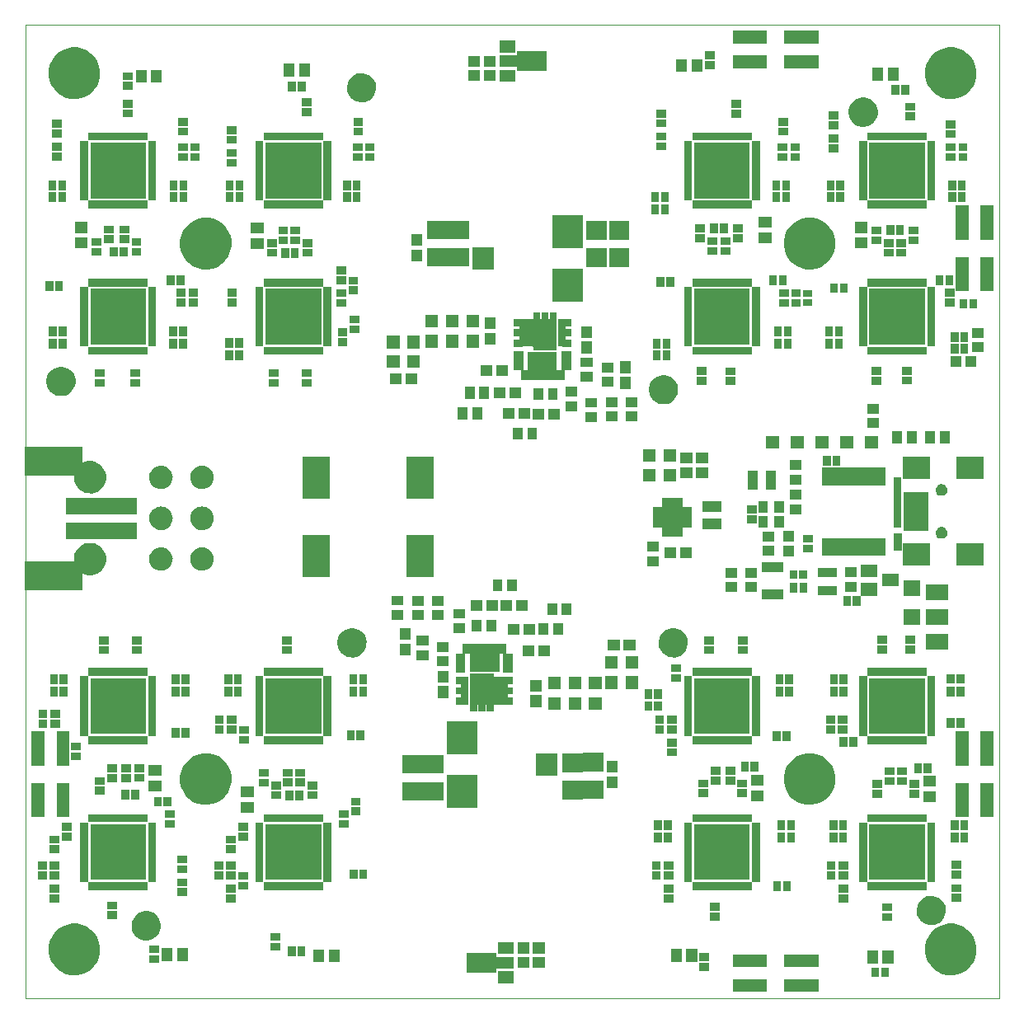
<source format=gts>
G04 (created by PCBNEW (2013-mar-13)-testing) date Mon 22 Jul 2013 04:48:16 PM ICT*
%MOIN*%
G04 Gerber Fmt 3.4, Leading zero omitted, Abs format*
%FSLAX34Y34*%
G01*
G70*
G90*
G04 APERTURE LIST*
%ADD10C,0.00393701*%
G04 APERTURE END LIST*
G54D10*
X38779Y-61023D02*
X78149Y-61023D01*
X78149Y-61023D02*
X78149Y-21653D01*
X78149Y-21653D02*
X38779Y-21653D01*
X38779Y-21653D02*
X38779Y-61023D01*
G36*
X39538Y-51615D02*
X39024Y-51615D01*
X39024Y-50234D01*
X39538Y-50234D01*
X39538Y-51615D01*
X39538Y-51615D01*
G37*
G36*
X39538Y-53702D02*
X39024Y-53702D01*
X39024Y-52321D01*
X39538Y-52321D01*
X39538Y-53702D01*
X39538Y-53702D01*
G37*
G36*
X39627Y-55828D02*
X39270Y-55828D01*
X39270Y-55510D01*
X39627Y-55510D01*
X39627Y-55828D01*
X39627Y-55828D01*
G37*
G36*
X39627Y-56221D02*
X39270Y-56221D01*
X39270Y-55904D01*
X39627Y-55904D01*
X39627Y-56221D01*
X39627Y-56221D01*
G37*
G36*
X39656Y-49696D02*
X39299Y-49696D01*
X39299Y-49378D01*
X39656Y-49378D01*
X39656Y-49696D01*
X39656Y-49696D01*
G37*
G36*
X39656Y-50089D02*
X39299Y-50089D01*
X39299Y-49772D01*
X39656Y-49772D01*
X39656Y-50089D01*
X39656Y-50089D01*
G37*
G36*
X39893Y-32432D02*
X39575Y-32432D01*
X39575Y-32036D01*
X39893Y-32036D01*
X39893Y-32432D01*
X39893Y-32432D01*
G37*
G36*
X40021Y-28347D02*
X39703Y-28347D01*
X39703Y-27951D01*
X40021Y-27951D01*
X40021Y-28347D01*
X40021Y-28347D01*
G37*
G36*
X40021Y-28839D02*
X39703Y-28839D01*
X39703Y-28443D01*
X40021Y-28443D01*
X40021Y-28839D01*
X40021Y-28839D01*
G37*
G36*
X40040Y-34253D02*
X39723Y-34253D01*
X39723Y-33856D01*
X40040Y-33856D01*
X40040Y-34253D01*
X40040Y-34253D01*
G37*
G36*
X40040Y-34745D02*
X39723Y-34745D01*
X39723Y-34349D01*
X40040Y-34349D01*
X40040Y-34745D01*
X40040Y-34745D01*
G37*
G36*
X40080Y-48328D02*
X39762Y-48328D01*
X39762Y-47931D01*
X40080Y-47931D01*
X40080Y-48328D01*
X40080Y-48328D01*
G37*
G36*
X40080Y-48820D02*
X39762Y-48820D01*
X39762Y-48423D01*
X40080Y-48423D01*
X40080Y-48820D01*
X40080Y-48820D01*
G37*
G36*
X40139Y-54765D02*
X39742Y-54765D01*
X39742Y-54447D01*
X40139Y-54447D01*
X40139Y-54765D01*
X40139Y-54765D01*
G37*
G36*
X40139Y-55158D02*
X39742Y-55158D01*
X39742Y-54841D01*
X40139Y-54841D01*
X40139Y-55158D01*
X40139Y-55158D01*
G37*
G36*
X40139Y-55828D02*
X39742Y-55828D01*
X39742Y-55510D01*
X40139Y-55510D01*
X40139Y-55828D01*
X40139Y-55828D01*
G37*
G36*
X40139Y-56221D02*
X39742Y-56221D01*
X39742Y-55904D01*
X40139Y-55904D01*
X40139Y-56221D01*
X40139Y-56221D01*
G37*
G36*
X40139Y-56753D02*
X39742Y-56753D01*
X39742Y-56435D01*
X40139Y-56435D01*
X40139Y-56753D01*
X40139Y-56753D01*
G37*
G36*
X40139Y-57146D02*
X39742Y-57146D01*
X39742Y-56829D01*
X40139Y-56829D01*
X40139Y-57146D01*
X40139Y-57146D01*
G37*
G36*
X40168Y-49696D02*
X39772Y-49696D01*
X39772Y-49378D01*
X40168Y-49378D01*
X40168Y-49696D01*
X40168Y-49696D01*
G37*
G36*
X40168Y-50089D02*
X39772Y-50089D01*
X39772Y-49772D01*
X40168Y-49772D01*
X40168Y-50089D01*
X40168Y-50089D01*
G37*
G36*
X40237Y-25828D02*
X39841Y-25828D01*
X39841Y-25510D01*
X40237Y-25510D01*
X40237Y-25828D01*
X40237Y-25828D01*
G37*
G36*
X40237Y-26221D02*
X39841Y-26221D01*
X39841Y-25904D01*
X40237Y-25904D01*
X40237Y-26221D01*
X40237Y-26221D01*
G37*
G36*
X40237Y-26753D02*
X39841Y-26753D01*
X39841Y-26435D01*
X40237Y-26435D01*
X40237Y-26753D01*
X40237Y-26753D01*
G37*
G36*
X40237Y-27146D02*
X39841Y-27146D01*
X39841Y-26829D01*
X40237Y-26829D01*
X40237Y-27146D01*
X40237Y-27146D01*
G37*
G36*
X40286Y-32432D02*
X39969Y-32432D01*
X39969Y-32036D01*
X40286Y-32036D01*
X40286Y-32432D01*
X40286Y-32432D01*
G37*
G36*
X40414Y-28347D02*
X40097Y-28347D01*
X40097Y-27951D01*
X40414Y-27951D01*
X40414Y-28347D01*
X40414Y-28347D01*
G37*
G36*
X40414Y-28839D02*
X40097Y-28839D01*
X40097Y-28443D01*
X40414Y-28443D01*
X40414Y-28839D01*
X40414Y-28839D01*
G37*
G36*
X40434Y-34253D02*
X40116Y-34253D01*
X40116Y-33856D01*
X40434Y-33856D01*
X40434Y-34253D01*
X40434Y-34253D01*
G37*
G36*
X40434Y-34745D02*
X40116Y-34745D01*
X40116Y-34349D01*
X40434Y-34349D01*
X40434Y-34745D01*
X40434Y-34745D01*
G37*
G36*
X40473Y-48328D02*
X40156Y-48328D01*
X40156Y-47931D01*
X40473Y-47931D01*
X40473Y-48328D01*
X40473Y-48328D01*
G37*
G36*
X40473Y-48820D02*
X40156Y-48820D01*
X40156Y-48423D01*
X40473Y-48423D01*
X40473Y-48820D01*
X40473Y-48820D01*
G37*
G36*
X40542Y-51615D02*
X40028Y-51615D01*
X40028Y-50234D01*
X40542Y-50234D01*
X40542Y-51615D01*
X40542Y-51615D01*
G37*
G36*
X40542Y-53702D02*
X40028Y-53702D01*
X40028Y-52321D01*
X40542Y-52321D01*
X40542Y-53702D01*
X40542Y-53702D01*
G37*
G36*
X40631Y-54253D02*
X40234Y-54253D01*
X40234Y-53935D01*
X40631Y-53935D01*
X40631Y-54253D01*
X40631Y-54253D01*
G37*
G36*
X40631Y-54646D02*
X40234Y-54646D01*
X40234Y-54329D01*
X40631Y-54329D01*
X40631Y-54646D01*
X40631Y-54646D01*
G37*
G36*
X40797Y-36026D02*
X40795Y-36155D01*
X40769Y-36271D01*
X40723Y-36374D01*
X40655Y-36471D01*
X40573Y-36549D01*
X40472Y-36613D01*
X40367Y-36653D01*
X40250Y-36674D01*
X40137Y-36672D01*
X40021Y-36646D01*
X39918Y-36601D01*
X39820Y-36533D01*
X39742Y-36452D01*
X39678Y-36352D01*
X39636Y-36247D01*
X39615Y-36130D01*
X39616Y-36018D01*
X39641Y-35901D01*
X39685Y-35798D01*
X39753Y-35699D01*
X39833Y-35621D01*
X39933Y-35555D01*
X40037Y-35513D01*
X40154Y-35491D01*
X40266Y-35492D01*
X40383Y-35516D01*
X40487Y-35559D01*
X40586Y-35626D01*
X40665Y-35706D01*
X40731Y-35805D01*
X40774Y-35909D01*
X40797Y-36026D01*
X40797Y-36026D01*
G37*
G36*
X40995Y-51005D02*
X40599Y-51005D01*
X40599Y-50687D01*
X40995Y-50687D01*
X40995Y-51005D01*
X40995Y-51005D01*
G37*
G36*
X40995Y-51398D02*
X40599Y-51398D01*
X40599Y-51081D01*
X40995Y-51081D01*
X40995Y-51398D01*
X40995Y-51398D01*
G37*
G36*
X41280Y-30080D02*
X40766Y-30080D01*
X40766Y-29644D01*
X41280Y-29644D01*
X41280Y-30080D01*
X41280Y-30080D01*
G37*
G36*
X41280Y-30709D02*
X40766Y-30709D01*
X40766Y-30274D01*
X41280Y-30274D01*
X41280Y-30709D01*
X41280Y-30709D01*
G37*
G36*
X41301Y-28760D02*
X41295Y-28760D01*
X40984Y-28760D01*
X40984Y-28586D01*
X40984Y-28578D01*
X40984Y-28506D01*
X40984Y-28498D01*
X40984Y-28389D01*
X40984Y-28381D01*
X40984Y-28309D01*
X40984Y-28301D01*
X40984Y-28193D01*
X40984Y-28185D01*
X40984Y-28112D01*
X40984Y-28104D01*
X40984Y-27996D01*
X40984Y-27988D01*
X40984Y-27916D01*
X40984Y-27908D01*
X40984Y-27799D01*
X40984Y-27791D01*
X40984Y-27719D01*
X40984Y-27711D01*
X40984Y-27603D01*
X40984Y-27595D01*
X40984Y-27522D01*
X40984Y-27514D01*
X40984Y-27406D01*
X40984Y-27398D01*
X40984Y-27326D01*
X40984Y-27318D01*
X40984Y-27209D01*
X40984Y-27201D01*
X40984Y-27129D01*
X40984Y-27121D01*
X40984Y-27013D01*
X40984Y-27005D01*
X40984Y-26932D01*
X40984Y-26924D01*
X40984Y-26816D01*
X40984Y-26808D01*
X40984Y-26736D01*
X40984Y-26728D01*
X40984Y-26619D01*
X40984Y-26611D01*
X40984Y-26539D01*
X40984Y-26531D01*
X40984Y-26357D01*
X41295Y-26357D01*
X41301Y-26357D01*
X41301Y-26363D01*
X41301Y-26531D01*
X41301Y-26539D01*
X41301Y-26611D01*
X41301Y-26619D01*
X41301Y-26728D01*
X41301Y-26736D01*
X41301Y-26808D01*
X41301Y-26816D01*
X41301Y-26924D01*
X41301Y-26932D01*
X41301Y-27005D01*
X41301Y-27013D01*
X41301Y-27121D01*
X41301Y-27129D01*
X41301Y-27201D01*
X41301Y-27209D01*
X41301Y-27318D01*
X41301Y-27326D01*
X41301Y-27398D01*
X41301Y-27406D01*
X41301Y-27514D01*
X41301Y-27522D01*
X41301Y-27595D01*
X41301Y-27603D01*
X41301Y-27711D01*
X41301Y-27719D01*
X41301Y-27791D01*
X41301Y-27799D01*
X41301Y-27908D01*
X41301Y-27916D01*
X41301Y-27988D01*
X41301Y-27996D01*
X41301Y-28104D01*
X41301Y-28112D01*
X41301Y-28185D01*
X41301Y-28193D01*
X41301Y-28301D01*
X41301Y-28309D01*
X41301Y-28381D01*
X41301Y-28389D01*
X41301Y-28498D01*
X41301Y-28506D01*
X41301Y-28578D01*
X41301Y-28586D01*
X41301Y-28754D01*
X41301Y-28760D01*
X41301Y-28760D01*
G37*
G36*
X41301Y-34665D02*
X41295Y-34665D01*
X40984Y-34665D01*
X40984Y-34492D01*
X40984Y-34484D01*
X40984Y-34411D01*
X40984Y-34404D01*
X40984Y-34295D01*
X40984Y-34287D01*
X40984Y-34214D01*
X40984Y-34207D01*
X40984Y-34099D01*
X40984Y-34091D01*
X40984Y-34017D01*
X40984Y-34010D01*
X40984Y-33902D01*
X40984Y-33894D01*
X40984Y-33821D01*
X40984Y-33814D01*
X40984Y-33705D01*
X40984Y-33697D01*
X40984Y-33624D01*
X40984Y-33617D01*
X40984Y-33509D01*
X40984Y-33501D01*
X40984Y-33427D01*
X40984Y-33420D01*
X40984Y-33312D01*
X40984Y-33304D01*
X40984Y-33231D01*
X40984Y-33224D01*
X40984Y-33115D01*
X40984Y-33107D01*
X40984Y-33034D01*
X40984Y-33027D01*
X40984Y-32919D01*
X40984Y-32911D01*
X40984Y-32837D01*
X40984Y-32830D01*
X40984Y-32722D01*
X40984Y-32714D01*
X40984Y-32641D01*
X40984Y-32634D01*
X40984Y-32525D01*
X40984Y-32517D01*
X40984Y-32444D01*
X40984Y-32437D01*
X40984Y-32263D01*
X41295Y-32263D01*
X41301Y-32263D01*
X41301Y-32269D01*
X41301Y-32437D01*
X41301Y-32444D01*
X41301Y-32517D01*
X41301Y-32525D01*
X41301Y-32634D01*
X41301Y-32641D01*
X41301Y-32714D01*
X41301Y-32722D01*
X41301Y-32830D01*
X41301Y-32837D01*
X41301Y-32911D01*
X41301Y-32919D01*
X41301Y-33027D01*
X41301Y-33034D01*
X41301Y-33107D01*
X41301Y-33115D01*
X41301Y-33224D01*
X41301Y-33231D01*
X41301Y-33304D01*
X41301Y-33312D01*
X41301Y-33420D01*
X41301Y-33427D01*
X41301Y-33501D01*
X41301Y-33509D01*
X41301Y-33617D01*
X41301Y-33624D01*
X41301Y-33697D01*
X41301Y-33705D01*
X41301Y-33814D01*
X41301Y-33821D01*
X41301Y-33894D01*
X41301Y-33902D01*
X41301Y-34010D01*
X41301Y-34017D01*
X41301Y-34091D01*
X41301Y-34099D01*
X41301Y-34207D01*
X41301Y-34214D01*
X41301Y-34287D01*
X41301Y-34295D01*
X41301Y-34404D01*
X41301Y-34411D01*
X41301Y-34484D01*
X41301Y-34492D01*
X41301Y-34660D01*
X41301Y-34665D01*
X41301Y-34665D01*
G37*
G36*
X41301Y-50413D02*
X41295Y-50413D01*
X40984Y-50413D01*
X40984Y-50240D01*
X40984Y-50232D01*
X40984Y-50159D01*
X40984Y-50152D01*
X40984Y-50043D01*
X40984Y-50035D01*
X40984Y-49962D01*
X40984Y-49955D01*
X40984Y-49847D01*
X40984Y-49839D01*
X40984Y-49765D01*
X40984Y-49758D01*
X40984Y-49650D01*
X40984Y-49642D01*
X40984Y-49569D01*
X40984Y-49562D01*
X40984Y-49453D01*
X40984Y-49445D01*
X40984Y-49372D01*
X40984Y-49365D01*
X40984Y-49257D01*
X40984Y-49249D01*
X40984Y-49175D01*
X40984Y-49168D01*
X40984Y-49060D01*
X40984Y-49052D01*
X40984Y-48979D01*
X40984Y-48972D01*
X40984Y-48863D01*
X40984Y-48855D01*
X40984Y-48782D01*
X40984Y-48775D01*
X40984Y-48667D01*
X40984Y-48659D01*
X40984Y-48585D01*
X40984Y-48578D01*
X40984Y-48470D01*
X40984Y-48462D01*
X40984Y-48389D01*
X40984Y-48382D01*
X40984Y-48273D01*
X40984Y-48265D01*
X40984Y-48192D01*
X40984Y-48185D01*
X40984Y-48011D01*
X41295Y-48011D01*
X41301Y-48011D01*
X41301Y-48017D01*
X41301Y-48185D01*
X41301Y-48192D01*
X41301Y-48265D01*
X41301Y-48273D01*
X41301Y-48382D01*
X41301Y-48389D01*
X41301Y-48462D01*
X41301Y-48470D01*
X41301Y-48578D01*
X41301Y-48585D01*
X41301Y-48659D01*
X41301Y-48667D01*
X41301Y-48775D01*
X41301Y-48782D01*
X41301Y-48855D01*
X41301Y-48863D01*
X41301Y-48972D01*
X41301Y-48979D01*
X41301Y-49052D01*
X41301Y-49060D01*
X41301Y-49168D01*
X41301Y-49175D01*
X41301Y-49249D01*
X41301Y-49257D01*
X41301Y-49365D01*
X41301Y-49372D01*
X41301Y-49445D01*
X41301Y-49453D01*
X41301Y-49562D01*
X41301Y-49569D01*
X41301Y-49642D01*
X41301Y-49650D01*
X41301Y-49758D01*
X41301Y-49765D01*
X41301Y-49839D01*
X41301Y-49847D01*
X41301Y-49955D01*
X41301Y-49962D01*
X41301Y-50035D01*
X41301Y-50043D01*
X41301Y-50152D01*
X41301Y-50159D01*
X41301Y-50232D01*
X41301Y-50240D01*
X41301Y-50408D01*
X41301Y-50413D01*
X41301Y-50413D01*
G37*
G36*
X41301Y-56319D02*
X41295Y-56319D01*
X40984Y-56319D01*
X40984Y-56145D01*
X40984Y-56137D01*
X40984Y-56065D01*
X40984Y-56057D01*
X40984Y-55948D01*
X40984Y-55940D01*
X40984Y-55868D01*
X40984Y-55860D01*
X40984Y-55752D01*
X40984Y-55744D01*
X40984Y-55671D01*
X40984Y-55663D01*
X40984Y-55555D01*
X40984Y-55547D01*
X40984Y-55475D01*
X40984Y-55467D01*
X40984Y-55358D01*
X40984Y-55350D01*
X40984Y-55278D01*
X40984Y-55270D01*
X40984Y-55162D01*
X40984Y-55154D01*
X40984Y-55081D01*
X40984Y-55073D01*
X40984Y-54965D01*
X40984Y-54957D01*
X40984Y-54885D01*
X40984Y-54877D01*
X40984Y-54768D01*
X40984Y-54760D01*
X40984Y-54688D01*
X40984Y-54680D01*
X40984Y-54572D01*
X40984Y-54564D01*
X40984Y-54491D01*
X40984Y-54483D01*
X40984Y-54375D01*
X40984Y-54367D01*
X40984Y-54295D01*
X40984Y-54287D01*
X40984Y-54178D01*
X40984Y-54170D01*
X40984Y-54098D01*
X40984Y-54090D01*
X40984Y-53916D01*
X41295Y-53916D01*
X41301Y-53916D01*
X41301Y-53922D01*
X41301Y-54090D01*
X41301Y-54098D01*
X41301Y-54170D01*
X41301Y-54178D01*
X41301Y-54287D01*
X41301Y-54295D01*
X41301Y-54367D01*
X41301Y-54375D01*
X41301Y-54483D01*
X41301Y-54491D01*
X41301Y-54564D01*
X41301Y-54572D01*
X41301Y-54680D01*
X41301Y-54688D01*
X41301Y-54760D01*
X41301Y-54768D01*
X41301Y-54877D01*
X41301Y-54885D01*
X41301Y-54957D01*
X41301Y-54965D01*
X41301Y-55073D01*
X41301Y-55081D01*
X41301Y-55154D01*
X41301Y-55162D01*
X41301Y-55270D01*
X41301Y-55278D01*
X41301Y-55350D01*
X41301Y-55358D01*
X41301Y-55467D01*
X41301Y-55475D01*
X41301Y-55547D01*
X41301Y-55555D01*
X41301Y-55663D01*
X41301Y-55671D01*
X41301Y-55744D01*
X41301Y-55752D01*
X41301Y-55860D01*
X41301Y-55868D01*
X41301Y-55940D01*
X41301Y-55948D01*
X41301Y-56057D01*
X41301Y-56065D01*
X41301Y-56137D01*
X41301Y-56145D01*
X41301Y-56313D01*
X41301Y-56319D01*
X41301Y-56319D01*
G37*
G36*
X41792Y-23521D02*
X41789Y-23752D01*
X41743Y-23954D01*
X41661Y-24139D01*
X41541Y-24308D01*
X41395Y-24448D01*
X41219Y-24559D01*
X41031Y-24632D01*
X40827Y-24668D01*
X40625Y-24664D01*
X40422Y-24619D01*
X40237Y-24538D01*
X40066Y-24420D01*
X39926Y-24275D01*
X39813Y-24100D01*
X39739Y-23912D01*
X39702Y-23708D01*
X39704Y-23506D01*
X39748Y-23303D01*
X39827Y-23117D01*
X39945Y-22946D01*
X40089Y-22805D01*
X40263Y-22691D01*
X40450Y-22615D01*
X40654Y-22576D01*
X40855Y-22578D01*
X41060Y-22620D01*
X41245Y-22697D01*
X41418Y-22814D01*
X41560Y-22957D01*
X41675Y-23131D01*
X41752Y-23316D01*
X41792Y-23521D01*
X41792Y-23521D01*
G37*
G36*
X41792Y-58954D02*
X41789Y-59185D01*
X41743Y-59387D01*
X41661Y-59572D01*
X41541Y-59741D01*
X41395Y-59881D01*
X41219Y-59992D01*
X41031Y-60065D01*
X40827Y-60101D01*
X40625Y-60097D01*
X40422Y-60052D01*
X40237Y-59971D01*
X40066Y-59853D01*
X39926Y-59708D01*
X39813Y-59533D01*
X39739Y-59345D01*
X39702Y-59141D01*
X39704Y-58939D01*
X39748Y-58736D01*
X39827Y-58551D01*
X39945Y-58379D01*
X40089Y-58238D01*
X40263Y-58124D01*
X40450Y-58048D01*
X40654Y-58009D01*
X40855Y-58011D01*
X41060Y-58053D01*
X41245Y-58131D01*
X41418Y-58247D01*
X41560Y-58390D01*
X41675Y-58564D01*
X41752Y-58749D01*
X41792Y-58954D01*
X41792Y-58954D01*
G37*
G36*
X41851Y-30611D02*
X41455Y-30611D01*
X41455Y-30293D01*
X41851Y-30293D01*
X41851Y-30611D01*
X41851Y-30611D01*
G37*
G36*
X41851Y-31005D02*
X41455Y-31005D01*
X41455Y-30687D01*
X41851Y-30687D01*
X41851Y-31005D01*
X41851Y-31005D01*
G37*
G36*
X41969Y-35906D02*
X41573Y-35906D01*
X41573Y-35589D01*
X41969Y-35589D01*
X41969Y-35906D01*
X41969Y-35906D01*
G37*
G36*
X41969Y-36300D02*
X41573Y-36300D01*
X41573Y-35982D01*
X41969Y-35982D01*
X41969Y-36300D01*
X41969Y-36300D01*
G37*
G36*
X41969Y-52402D02*
X41573Y-52402D01*
X41573Y-52085D01*
X41969Y-52085D01*
X41969Y-52402D01*
X41969Y-52402D01*
G37*
G36*
X41969Y-52796D02*
X41573Y-52796D01*
X41573Y-52478D01*
X41969Y-52478D01*
X41969Y-52796D01*
X41969Y-52796D01*
G37*
G36*
X42029Y-39898D02*
X42027Y-40041D01*
X41998Y-40168D01*
X41947Y-40282D01*
X41872Y-40389D01*
X41782Y-40475D01*
X41672Y-40545D01*
X41555Y-40590D01*
X41427Y-40613D01*
X41302Y-40610D01*
X41175Y-40582D01*
X41061Y-40532D01*
X40953Y-40458D01*
X40867Y-40368D01*
X40796Y-40258D01*
X40750Y-40142D01*
X40727Y-40014D01*
X40728Y-39916D01*
X40728Y-39908D01*
X40725Y-39901D01*
X40720Y-39895D01*
X40712Y-39893D01*
X40705Y-39893D01*
X38748Y-39893D01*
X38748Y-38728D01*
X41074Y-38728D01*
X41074Y-39349D01*
X41074Y-39357D01*
X41077Y-39364D01*
X41082Y-39369D01*
X41089Y-39372D01*
X41097Y-39372D01*
X41192Y-39334D01*
X41321Y-39309D01*
X41445Y-39310D01*
X41573Y-39337D01*
X41688Y-39385D01*
X41796Y-39458D01*
X41884Y-39546D01*
X41956Y-39655D01*
X42004Y-39770D01*
X42004Y-39772D01*
X42029Y-39898D01*
X42029Y-39898D01*
G37*
G36*
X42029Y-43204D02*
X42027Y-43347D01*
X41998Y-43474D01*
X41947Y-43588D01*
X41872Y-43695D01*
X41782Y-43781D01*
X41672Y-43851D01*
X41555Y-43896D01*
X41427Y-43919D01*
X41302Y-43916D01*
X41175Y-43888D01*
X41104Y-43857D01*
X41097Y-43854D01*
X41089Y-43854D01*
X41082Y-43857D01*
X41077Y-43863D01*
X41074Y-43870D01*
X41074Y-43877D01*
X41074Y-44519D01*
X38748Y-44519D01*
X38748Y-43354D01*
X40705Y-43354D01*
X40713Y-43354D01*
X40720Y-43352D01*
X40726Y-43346D01*
X40729Y-43339D01*
X40729Y-43331D01*
X40727Y-43320D01*
X40728Y-43195D01*
X40755Y-43067D01*
X40804Y-42953D01*
X40878Y-42845D01*
X40967Y-42758D01*
X41077Y-42686D01*
X41192Y-42640D01*
X41321Y-42615D01*
X41445Y-42616D01*
X41573Y-42643D01*
X41688Y-42691D01*
X41796Y-42764D01*
X41884Y-42852D01*
X41956Y-42961D01*
X42004Y-43076D01*
X42004Y-43078D01*
X42029Y-43204D01*
X42029Y-43204D01*
G37*
G36*
X42146Y-46713D02*
X41750Y-46713D01*
X41750Y-46396D01*
X42146Y-46396D01*
X42146Y-46713D01*
X42146Y-46713D01*
G37*
G36*
X42146Y-47107D02*
X41750Y-47107D01*
X41750Y-46790D01*
X42146Y-46790D01*
X42146Y-47107D01*
X42146Y-47107D01*
G37*
G36*
X42343Y-30099D02*
X41947Y-30099D01*
X41947Y-29782D01*
X42343Y-29782D01*
X42343Y-30099D01*
X42343Y-30099D01*
G37*
G36*
X42343Y-30493D02*
X41947Y-30493D01*
X41947Y-30175D01*
X42343Y-30175D01*
X42343Y-30493D01*
X42343Y-30493D01*
G37*
G36*
X42461Y-51891D02*
X42065Y-51891D01*
X42065Y-51573D01*
X42461Y-51573D01*
X42461Y-51891D01*
X42461Y-51891D01*
G37*
G36*
X42461Y-52284D02*
X42065Y-52284D01*
X42065Y-51967D01*
X42461Y-51967D01*
X42461Y-52284D01*
X42461Y-52284D01*
G37*
G36*
X42481Y-57432D02*
X42085Y-57432D01*
X42085Y-57114D01*
X42481Y-57114D01*
X42481Y-57432D01*
X42481Y-57432D01*
G37*
G36*
X42481Y-57826D02*
X42085Y-57826D01*
X42085Y-57508D01*
X42481Y-57508D01*
X42481Y-57826D01*
X42481Y-57826D01*
G37*
G36*
X42501Y-31044D02*
X42183Y-31044D01*
X42183Y-30648D01*
X42501Y-30648D01*
X42501Y-31044D01*
X42501Y-31044D01*
G37*
G36*
X42895Y-31044D02*
X42577Y-31044D01*
X42577Y-30648D01*
X42895Y-30648D01*
X42895Y-31044D01*
X42895Y-31044D01*
G37*
G36*
X42973Y-30099D02*
X42577Y-30099D01*
X42577Y-29782D01*
X42973Y-29782D01*
X42973Y-30099D01*
X42973Y-30099D01*
G37*
G36*
X42973Y-30493D02*
X42577Y-30493D01*
X42577Y-30175D01*
X42973Y-30175D01*
X42973Y-30493D01*
X42973Y-30493D01*
G37*
G36*
X42973Y-52983D02*
X42656Y-52983D01*
X42656Y-52587D01*
X42973Y-52587D01*
X42973Y-52983D01*
X42973Y-52983D01*
G37*
G36*
X43032Y-51891D02*
X42636Y-51891D01*
X42636Y-51573D01*
X43032Y-51573D01*
X43032Y-51891D01*
X43032Y-51891D01*
G37*
G36*
X43032Y-52284D02*
X42636Y-52284D01*
X42636Y-51967D01*
X43032Y-51967D01*
X43032Y-52284D01*
X43032Y-52284D01*
G37*
G36*
X43103Y-25017D02*
X42707Y-25017D01*
X42707Y-24699D01*
X43103Y-24699D01*
X43103Y-25017D01*
X43103Y-25017D01*
G37*
G36*
X43103Y-25410D02*
X42707Y-25410D01*
X42707Y-25093D01*
X43103Y-25093D01*
X43103Y-25410D01*
X43103Y-25410D01*
G37*
G36*
X43111Y-23898D02*
X42715Y-23898D01*
X42715Y-23581D01*
X43111Y-23581D01*
X43111Y-23898D01*
X43111Y-23898D01*
G37*
G36*
X43111Y-24292D02*
X42715Y-24292D01*
X42715Y-23975D01*
X43111Y-23975D01*
X43111Y-24292D01*
X43111Y-24292D01*
G37*
G36*
X43278Y-41467D02*
X40402Y-41467D01*
X40402Y-40795D01*
X43278Y-40795D01*
X43278Y-41467D01*
X43278Y-41467D01*
G37*
G36*
X43278Y-42452D02*
X40402Y-42452D01*
X40402Y-41780D01*
X43278Y-41780D01*
X43278Y-42452D01*
X43278Y-42452D01*
G37*
G36*
X43367Y-52983D02*
X43049Y-52983D01*
X43049Y-52587D01*
X43367Y-52587D01*
X43367Y-52983D01*
X43367Y-52983D01*
G37*
G36*
X43406Y-35906D02*
X43010Y-35906D01*
X43010Y-35589D01*
X43406Y-35589D01*
X43406Y-35906D01*
X43406Y-35906D01*
G37*
G36*
X43406Y-36300D02*
X43010Y-36300D01*
X43010Y-35982D01*
X43406Y-35982D01*
X43406Y-36300D01*
X43406Y-36300D01*
G37*
G36*
X43458Y-30607D02*
X43061Y-30607D01*
X43061Y-30290D01*
X43458Y-30290D01*
X43458Y-30607D01*
X43458Y-30607D01*
G37*
G36*
X43458Y-31001D02*
X43061Y-31001D01*
X43061Y-30683D01*
X43458Y-30683D01*
X43458Y-31001D01*
X43458Y-31001D01*
G37*
G36*
X43485Y-46713D02*
X43089Y-46713D01*
X43089Y-46396D01*
X43485Y-46396D01*
X43485Y-46713D01*
X43485Y-46713D01*
G37*
G36*
X43485Y-47107D02*
X43089Y-47107D01*
X43089Y-46790D01*
X43485Y-46790D01*
X43485Y-47107D01*
X43485Y-47107D01*
G37*
G36*
X43564Y-51881D02*
X43167Y-51881D01*
X43167Y-51563D01*
X43564Y-51563D01*
X43564Y-51881D01*
X43564Y-51881D01*
G37*
G36*
X43564Y-52274D02*
X43167Y-52274D01*
X43167Y-51957D01*
X43564Y-51957D01*
X43564Y-52274D01*
X43564Y-52274D01*
G37*
G36*
X43643Y-28682D02*
X41396Y-28682D01*
X41396Y-26435D01*
X43643Y-26435D01*
X43643Y-28682D01*
X43643Y-28682D01*
G37*
G36*
X43643Y-34587D02*
X41396Y-34587D01*
X41396Y-32341D01*
X43643Y-32341D01*
X43643Y-34587D01*
X43643Y-34587D01*
G37*
G36*
X43643Y-50335D02*
X41396Y-50335D01*
X41396Y-48089D01*
X43643Y-48089D01*
X43643Y-50335D01*
X43643Y-50335D01*
G37*
G36*
X43643Y-56241D02*
X41396Y-56241D01*
X41396Y-53994D01*
X43643Y-53994D01*
X43643Y-56241D01*
X43643Y-56241D01*
G37*
G36*
X43662Y-23997D02*
X43227Y-23997D01*
X43227Y-23482D01*
X43662Y-23482D01*
X43662Y-23997D01*
X43662Y-23997D01*
G37*
G36*
X43721Y-26340D02*
X43715Y-26340D01*
X43547Y-26340D01*
X43539Y-26340D01*
X43466Y-26340D01*
X43459Y-26340D01*
X43350Y-26340D01*
X43342Y-26340D01*
X43269Y-26340D01*
X43262Y-26340D01*
X43154Y-26340D01*
X43146Y-26340D01*
X43072Y-26340D01*
X43065Y-26340D01*
X42957Y-26340D01*
X42949Y-26340D01*
X42876Y-26340D01*
X42869Y-26340D01*
X42760Y-26340D01*
X42752Y-26340D01*
X42679Y-26340D01*
X42672Y-26340D01*
X42564Y-26340D01*
X42556Y-26340D01*
X42482Y-26340D01*
X42475Y-26340D01*
X42367Y-26340D01*
X42359Y-26340D01*
X42286Y-26340D01*
X42279Y-26340D01*
X42170Y-26340D01*
X42162Y-26340D01*
X42089Y-26340D01*
X42082Y-26340D01*
X41974Y-26340D01*
X41966Y-26340D01*
X41892Y-26340D01*
X41885Y-26340D01*
X41777Y-26340D01*
X41769Y-26340D01*
X41696Y-26340D01*
X41689Y-26340D01*
X41580Y-26340D01*
X41572Y-26340D01*
X41499Y-26340D01*
X41492Y-26340D01*
X41324Y-26340D01*
X41318Y-26340D01*
X41318Y-26334D01*
X41318Y-26023D01*
X41492Y-26023D01*
X41499Y-26023D01*
X41572Y-26023D01*
X41580Y-26023D01*
X41689Y-26023D01*
X41696Y-26023D01*
X41769Y-26023D01*
X41777Y-26023D01*
X41885Y-26023D01*
X41892Y-26023D01*
X41966Y-26023D01*
X41974Y-26023D01*
X42082Y-26023D01*
X42089Y-26023D01*
X42162Y-26023D01*
X42170Y-26023D01*
X42279Y-26023D01*
X42286Y-26023D01*
X42359Y-26023D01*
X42367Y-26023D01*
X42475Y-26023D01*
X42482Y-26023D01*
X42556Y-26023D01*
X42564Y-26023D01*
X42672Y-26023D01*
X42679Y-26023D01*
X42752Y-26023D01*
X42760Y-26023D01*
X42869Y-26023D01*
X42876Y-26023D01*
X42949Y-26023D01*
X42957Y-26023D01*
X43065Y-26023D01*
X43072Y-26023D01*
X43146Y-26023D01*
X43154Y-26023D01*
X43262Y-26023D01*
X43269Y-26023D01*
X43342Y-26023D01*
X43350Y-26023D01*
X43459Y-26023D01*
X43466Y-26023D01*
X43539Y-26023D01*
X43547Y-26023D01*
X43721Y-26023D01*
X43721Y-26334D01*
X43721Y-26340D01*
X43721Y-26340D01*
G37*
G36*
X43721Y-29094D02*
X43715Y-29094D01*
X43547Y-29094D01*
X43539Y-29094D01*
X43466Y-29094D01*
X43459Y-29094D01*
X43350Y-29094D01*
X43342Y-29094D01*
X43269Y-29094D01*
X43262Y-29094D01*
X43154Y-29094D01*
X43146Y-29094D01*
X43072Y-29094D01*
X43065Y-29094D01*
X42957Y-29094D01*
X42949Y-29094D01*
X42876Y-29094D01*
X42869Y-29094D01*
X42760Y-29094D01*
X42752Y-29094D01*
X42679Y-29094D01*
X42672Y-29094D01*
X42564Y-29094D01*
X42556Y-29094D01*
X42482Y-29094D01*
X42475Y-29094D01*
X42367Y-29094D01*
X42359Y-29094D01*
X42286Y-29094D01*
X42279Y-29094D01*
X42170Y-29094D01*
X42162Y-29094D01*
X42089Y-29094D01*
X42082Y-29094D01*
X41974Y-29094D01*
X41966Y-29094D01*
X41892Y-29094D01*
X41885Y-29094D01*
X41777Y-29094D01*
X41769Y-29094D01*
X41696Y-29094D01*
X41689Y-29094D01*
X41580Y-29094D01*
X41572Y-29094D01*
X41499Y-29094D01*
X41492Y-29094D01*
X41318Y-29094D01*
X41318Y-28783D01*
X41318Y-28777D01*
X41324Y-28777D01*
X41492Y-28777D01*
X41499Y-28777D01*
X41572Y-28777D01*
X41580Y-28777D01*
X41689Y-28777D01*
X41696Y-28777D01*
X41769Y-28777D01*
X41777Y-28777D01*
X41885Y-28777D01*
X41892Y-28777D01*
X41966Y-28777D01*
X41974Y-28777D01*
X42082Y-28777D01*
X42089Y-28777D01*
X42162Y-28777D01*
X42170Y-28777D01*
X42279Y-28777D01*
X42286Y-28777D01*
X42359Y-28777D01*
X42367Y-28777D01*
X42475Y-28777D01*
X42482Y-28777D01*
X42556Y-28777D01*
X42564Y-28777D01*
X42672Y-28777D01*
X42679Y-28777D01*
X42752Y-28777D01*
X42760Y-28777D01*
X42869Y-28777D01*
X42876Y-28777D01*
X42949Y-28777D01*
X42957Y-28777D01*
X43065Y-28777D01*
X43072Y-28777D01*
X43146Y-28777D01*
X43154Y-28777D01*
X43262Y-28777D01*
X43269Y-28777D01*
X43342Y-28777D01*
X43350Y-28777D01*
X43459Y-28777D01*
X43466Y-28777D01*
X43539Y-28777D01*
X43547Y-28777D01*
X43715Y-28777D01*
X43721Y-28777D01*
X43721Y-28783D01*
X43721Y-29094D01*
X43721Y-29094D01*
G37*
G36*
X43721Y-32245D02*
X43715Y-32245D01*
X43547Y-32245D01*
X43539Y-32245D01*
X43466Y-32245D01*
X43459Y-32245D01*
X43350Y-32245D01*
X43342Y-32245D01*
X43269Y-32245D01*
X43262Y-32245D01*
X43154Y-32245D01*
X43146Y-32245D01*
X43072Y-32245D01*
X43065Y-32245D01*
X42957Y-32245D01*
X42949Y-32245D01*
X42876Y-32245D01*
X42869Y-32245D01*
X42760Y-32245D01*
X42752Y-32245D01*
X42679Y-32245D01*
X42672Y-32245D01*
X42564Y-32245D01*
X42556Y-32245D01*
X42482Y-32245D01*
X42475Y-32245D01*
X42367Y-32245D01*
X42359Y-32245D01*
X42286Y-32245D01*
X42279Y-32245D01*
X42170Y-32245D01*
X42162Y-32245D01*
X42089Y-32245D01*
X42082Y-32245D01*
X41974Y-32245D01*
X41966Y-32245D01*
X41892Y-32245D01*
X41885Y-32245D01*
X41777Y-32245D01*
X41769Y-32245D01*
X41696Y-32245D01*
X41689Y-32245D01*
X41580Y-32245D01*
X41572Y-32245D01*
X41499Y-32245D01*
X41492Y-32245D01*
X41324Y-32245D01*
X41318Y-32245D01*
X41318Y-32240D01*
X41318Y-31929D01*
X41492Y-31929D01*
X41499Y-31929D01*
X41572Y-31929D01*
X41580Y-31929D01*
X41689Y-31929D01*
X41696Y-31929D01*
X41769Y-31929D01*
X41777Y-31929D01*
X41885Y-31929D01*
X41892Y-31929D01*
X41966Y-31929D01*
X41974Y-31929D01*
X42082Y-31929D01*
X42089Y-31929D01*
X42162Y-31929D01*
X42170Y-31929D01*
X42279Y-31929D01*
X42286Y-31929D01*
X42359Y-31929D01*
X42367Y-31929D01*
X42475Y-31929D01*
X42482Y-31929D01*
X42556Y-31929D01*
X42564Y-31929D01*
X42672Y-31929D01*
X42679Y-31929D01*
X42752Y-31929D01*
X42760Y-31929D01*
X42869Y-31929D01*
X42876Y-31929D01*
X42949Y-31929D01*
X42957Y-31929D01*
X43065Y-31929D01*
X43072Y-31929D01*
X43146Y-31929D01*
X43154Y-31929D01*
X43262Y-31929D01*
X43269Y-31929D01*
X43342Y-31929D01*
X43350Y-31929D01*
X43459Y-31929D01*
X43466Y-31929D01*
X43539Y-31929D01*
X43547Y-31929D01*
X43721Y-31929D01*
X43721Y-32240D01*
X43721Y-32245D01*
X43721Y-32245D01*
G37*
G36*
X43721Y-34999D02*
X43715Y-34999D01*
X43547Y-34999D01*
X43539Y-34999D01*
X43466Y-34999D01*
X43459Y-34999D01*
X43350Y-34999D01*
X43342Y-34999D01*
X43269Y-34999D01*
X43262Y-34999D01*
X43154Y-34999D01*
X43146Y-34999D01*
X43072Y-34999D01*
X43065Y-34999D01*
X42957Y-34999D01*
X42949Y-34999D01*
X42876Y-34999D01*
X42869Y-34999D01*
X42760Y-34999D01*
X42752Y-34999D01*
X42679Y-34999D01*
X42672Y-34999D01*
X42564Y-34999D01*
X42556Y-34999D01*
X42482Y-34999D01*
X42475Y-34999D01*
X42367Y-34999D01*
X42359Y-34999D01*
X42286Y-34999D01*
X42279Y-34999D01*
X42170Y-34999D01*
X42162Y-34999D01*
X42089Y-34999D01*
X42082Y-34999D01*
X41974Y-34999D01*
X41966Y-34999D01*
X41892Y-34999D01*
X41885Y-34999D01*
X41777Y-34999D01*
X41769Y-34999D01*
X41696Y-34999D01*
X41689Y-34999D01*
X41580Y-34999D01*
X41572Y-34999D01*
X41499Y-34999D01*
X41492Y-34999D01*
X41318Y-34999D01*
X41318Y-34689D01*
X41318Y-34683D01*
X41324Y-34683D01*
X41492Y-34683D01*
X41499Y-34683D01*
X41572Y-34683D01*
X41580Y-34683D01*
X41689Y-34683D01*
X41696Y-34683D01*
X41769Y-34683D01*
X41777Y-34683D01*
X41885Y-34683D01*
X41892Y-34683D01*
X41966Y-34683D01*
X41974Y-34683D01*
X42082Y-34683D01*
X42089Y-34683D01*
X42162Y-34683D01*
X42170Y-34683D01*
X42279Y-34683D01*
X42286Y-34683D01*
X42359Y-34683D01*
X42367Y-34683D01*
X42475Y-34683D01*
X42482Y-34683D01*
X42556Y-34683D01*
X42564Y-34683D01*
X42672Y-34683D01*
X42679Y-34683D01*
X42752Y-34683D01*
X42760Y-34683D01*
X42869Y-34683D01*
X42876Y-34683D01*
X42949Y-34683D01*
X42957Y-34683D01*
X43065Y-34683D01*
X43072Y-34683D01*
X43146Y-34683D01*
X43154Y-34683D01*
X43262Y-34683D01*
X43269Y-34683D01*
X43342Y-34683D01*
X43350Y-34683D01*
X43459Y-34683D01*
X43466Y-34683D01*
X43539Y-34683D01*
X43547Y-34683D01*
X43715Y-34683D01*
X43721Y-34683D01*
X43721Y-34689D01*
X43721Y-34999D01*
X43721Y-34999D01*
G37*
G36*
X43721Y-47993D02*
X43715Y-47993D01*
X43547Y-47993D01*
X43539Y-47993D01*
X43466Y-47993D01*
X43459Y-47993D01*
X43350Y-47993D01*
X43342Y-47993D01*
X43269Y-47993D01*
X43262Y-47993D01*
X43154Y-47993D01*
X43146Y-47993D01*
X43072Y-47993D01*
X43065Y-47993D01*
X42957Y-47993D01*
X42949Y-47993D01*
X42876Y-47993D01*
X42869Y-47993D01*
X42760Y-47993D01*
X42752Y-47993D01*
X42679Y-47993D01*
X42672Y-47993D01*
X42564Y-47993D01*
X42556Y-47993D01*
X42482Y-47993D01*
X42475Y-47993D01*
X42367Y-47993D01*
X42359Y-47993D01*
X42286Y-47993D01*
X42279Y-47993D01*
X42170Y-47993D01*
X42162Y-47993D01*
X42089Y-47993D01*
X42082Y-47993D01*
X41974Y-47993D01*
X41966Y-47993D01*
X41892Y-47993D01*
X41885Y-47993D01*
X41777Y-47993D01*
X41769Y-47993D01*
X41696Y-47993D01*
X41689Y-47993D01*
X41580Y-47993D01*
X41572Y-47993D01*
X41499Y-47993D01*
X41492Y-47993D01*
X41324Y-47993D01*
X41318Y-47993D01*
X41318Y-47988D01*
X41318Y-47677D01*
X41492Y-47677D01*
X41499Y-47677D01*
X41572Y-47677D01*
X41580Y-47677D01*
X41689Y-47677D01*
X41696Y-47677D01*
X41769Y-47677D01*
X41777Y-47677D01*
X41885Y-47677D01*
X41892Y-47677D01*
X41966Y-47677D01*
X41974Y-47677D01*
X42082Y-47677D01*
X42089Y-47677D01*
X42162Y-47677D01*
X42170Y-47677D01*
X42279Y-47677D01*
X42286Y-47677D01*
X42359Y-47677D01*
X42367Y-47677D01*
X42475Y-47677D01*
X42482Y-47677D01*
X42556Y-47677D01*
X42564Y-47677D01*
X42672Y-47677D01*
X42679Y-47677D01*
X42752Y-47677D01*
X42760Y-47677D01*
X42869Y-47677D01*
X42876Y-47677D01*
X42949Y-47677D01*
X42957Y-47677D01*
X43065Y-47677D01*
X43072Y-47677D01*
X43146Y-47677D01*
X43154Y-47677D01*
X43262Y-47677D01*
X43269Y-47677D01*
X43342Y-47677D01*
X43350Y-47677D01*
X43459Y-47677D01*
X43466Y-47677D01*
X43539Y-47677D01*
X43547Y-47677D01*
X43721Y-47677D01*
X43721Y-47988D01*
X43721Y-47993D01*
X43721Y-47993D01*
G37*
G36*
X43721Y-50747D02*
X43715Y-50747D01*
X43547Y-50747D01*
X43539Y-50747D01*
X43466Y-50747D01*
X43459Y-50747D01*
X43350Y-50747D01*
X43342Y-50747D01*
X43269Y-50747D01*
X43262Y-50747D01*
X43154Y-50747D01*
X43146Y-50747D01*
X43072Y-50747D01*
X43065Y-50747D01*
X42957Y-50747D01*
X42949Y-50747D01*
X42876Y-50747D01*
X42869Y-50747D01*
X42760Y-50747D01*
X42752Y-50747D01*
X42679Y-50747D01*
X42672Y-50747D01*
X42564Y-50747D01*
X42556Y-50747D01*
X42482Y-50747D01*
X42475Y-50747D01*
X42367Y-50747D01*
X42359Y-50747D01*
X42286Y-50747D01*
X42279Y-50747D01*
X42170Y-50747D01*
X42162Y-50747D01*
X42089Y-50747D01*
X42082Y-50747D01*
X41974Y-50747D01*
X41966Y-50747D01*
X41892Y-50747D01*
X41885Y-50747D01*
X41777Y-50747D01*
X41769Y-50747D01*
X41696Y-50747D01*
X41689Y-50747D01*
X41580Y-50747D01*
X41572Y-50747D01*
X41499Y-50747D01*
X41492Y-50747D01*
X41318Y-50747D01*
X41318Y-50437D01*
X41318Y-50431D01*
X41324Y-50431D01*
X41492Y-50431D01*
X41499Y-50431D01*
X41572Y-50431D01*
X41580Y-50431D01*
X41689Y-50431D01*
X41696Y-50431D01*
X41769Y-50431D01*
X41777Y-50431D01*
X41885Y-50431D01*
X41892Y-50431D01*
X41966Y-50431D01*
X41974Y-50431D01*
X42082Y-50431D01*
X42089Y-50431D01*
X42162Y-50431D01*
X42170Y-50431D01*
X42279Y-50431D01*
X42286Y-50431D01*
X42359Y-50431D01*
X42367Y-50431D01*
X42475Y-50431D01*
X42482Y-50431D01*
X42556Y-50431D01*
X42564Y-50431D01*
X42672Y-50431D01*
X42679Y-50431D01*
X42752Y-50431D01*
X42760Y-50431D01*
X42869Y-50431D01*
X42876Y-50431D01*
X42949Y-50431D01*
X42957Y-50431D01*
X43065Y-50431D01*
X43072Y-50431D01*
X43146Y-50431D01*
X43154Y-50431D01*
X43262Y-50431D01*
X43269Y-50431D01*
X43342Y-50431D01*
X43350Y-50431D01*
X43459Y-50431D01*
X43466Y-50431D01*
X43539Y-50431D01*
X43547Y-50431D01*
X43715Y-50431D01*
X43721Y-50431D01*
X43721Y-50437D01*
X43721Y-50747D01*
X43721Y-50747D01*
G37*
G36*
X43721Y-53899D02*
X43715Y-53899D01*
X43547Y-53899D01*
X43539Y-53899D01*
X43466Y-53899D01*
X43459Y-53899D01*
X43350Y-53899D01*
X43342Y-53899D01*
X43269Y-53899D01*
X43262Y-53899D01*
X43154Y-53899D01*
X43146Y-53899D01*
X43072Y-53899D01*
X43065Y-53899D01*
X42957Y-53899D01*
X42949Y-53899D01*
X42876Y-53899D01*
X42869Y-53899D01*
X42760Y-53899D01*
X42752Y-53899D01*
X42679Y-53899D01*
X42672Y-53899D01*
X42564Y-53899D01*
X42556Y-53899D01*
X42482Y-53899D01*
X42475Y-53899D01*
X42367Y-53899D01*
X42359Y-53899D01*
X42286Y-53899D01*
X42279Y-53899D01*
X42170Y-53899D01*
X42162Y-53899D01*
X42089Y-53899D01*
X42082Y-53899D01*
X41974Y-53899D01*
X41966Y-53899D01*
X41892Y-53899D01*
X41885Y-53899D01*
X41777Y-53899D01*
X41769Y-53899D01*
X41696Y-53899D01*
X41689Y-53899D01*
X41580Y-53899D01*
X41572Y-53899D01*
X41499Y-53899D01*
X41492Y-53899D01*
X41324Y-53899D01*
X41318Y-53899D01*
X41318Y-53893D01*
X41318Y-53582D01*
X41492Y-53582D01*
X41499Y-53582D01*
X41572Y-53582D01*
X41580Y-53582D01*
X41689Y-53582D01*
X41696Y-53582D01*
X41769Y-53582D01*
X41777Y-53582D01*
X41885Y-53582D01*
X41892Y-53582D01*
X41966Y-53582D01*
X41974Y-53582D01*
X42082Y-53582D01*
X42089Y-53582D01*
X42162Y-53582D01*
X42170Y-53582D01*
X42279Y-53582D01*
X42286Y-53582D01*
X42359Y-53582D01*
X42367Y-53582D01*
X42475Y-53582D01*
X42482Y-53582D01*
X42556Y-53582D01*
X42564Y-53582D01*
X42672Y-53582D01*
X42679Y-53582D01*
X42752Y-53582D01*
X42760Y-53582D01*
X42869Y-53582D01*
X42876Y-53582D01*
X42949Y-53582D01*
X42957Y-53582D01*
X43065Y-53582D01*
X43072Y-53582D01*
X43146Y-53582D01*
X43154Y-53582D01*
X43262Y-53582D01*
X43269Y-53582D01*
X43342Y-53582D01*
X43350Y-53582D01*
X43459Y-53582D01*
X43466Y-53582D01*
X43539Y-53582D01*
X43547Y-53582D01*
X43721Y-53582D01*
X43721Y-53893D01*
X43721Y-53899D01*
X43721Y-53899D01*
G37*
G36*
X43721Y-56653D02*
X43715Y-56653D01*
X43547Y-56653D01*
X43539Y-56653D01*
X43466Y-56653D01*
X43459Y-56653D01*
X43350Y-56653D01*
X43342Y-56653D01*
X43269Y-56653D01*
X43262Y-56653D01*
X43154Y-56653D01*
X43146Y-56653D01*
X43072Y-56653D01*
X43065Y-56653D01*
X42957Y-56653D01*
X42949Y-56653D01*
X42876Y-56653D01*
X42869Y-56653D01*
X42760Y-56653D01*
X42752Y-56653D01*
X42679Y-56653D01*
X42672Y-56653D01*
X42564Y-56653D01*
X42556Y-56653D01*
X42482Y-56653D01*
X42475Y-56653D01*
X42367Y-56653D01*
X42359Y-56653D01*
X42286Y-56653D01*
X42279Y-56653D01*
X42170Y-56653D01*
X42162Y-56653D01*
X42089Y-56653D01*
X42082Y-56653D01*
X41974Y-56653D01*
X41966Y-56653D01*
X41892Y-56653D01*
X41885Y-56653D01*
X41777Y-56653D01*
X41769Y-56653D01*
X41696Y-56653D01*
X41689Y-56653D01*
X41580Y-56653D01*
X41572Y-56653D01*
X41499Y-56653D01*
X41492Y-56653D01*
X41318Y-56653D01*
X41318Y-56342D01*
X41318Y-56336D01*
X41324Y-56336D01*
X41492Y-56336D01*
X41499Y-56336D01*
X41572Y-56336D01*
X41580Y-56336D01*
X41689Y-56336D01*
X41696Y-56336D01*
X41769Y-56336D01*
X41777Y-56336D01*
X41885Y-56336D01*
X41892Y-56336D01*
X41966Y-56336D01*
X41974Y-56336D01*
X42082Y-56336D01*
X42089Y-56336D01*
X42162Y-56336D01*
X42170Y-56336D01*
X42279Y-56336D01*
X42286Y-56336D01*
X42359Y-56336D01*
X42367Y-56336D01*
X42475Y-56336D01*
X42482Y-56336D01*
X42556Y-56336D01*
X42564Y-56336D01*
X42672Y-56336D01*
X42679Y-56336D01*
X42752Y-56336D01*
X42760Y-56336D01*
X42869Y-56336D01*
X42876Y-56336D01*
X42949Y-56336D01*
X42957Y-56336D01*
X43065Y-56336D01*
X43072Y-56336D01*
X43146Y-56336D01*
X43154Y-56336D01*
X43262Y-56336D01*
X43269Y-56336D01*
X43342Y-56336D01*
X43350Y-56336D01*
X43459Y-56336D01*
X43466Y-56336D01*
X43539Y-56336D01*
X43547Y-56336D01*
X43715Y-56336D01*
X43721Y-56336D01*
X43721Y-56342D01*
X43721Y-56653D01*
X43721Y-56653D01*
G37*
G36*
X44055Y-28760D02*
X43744Y-28760D01*
X43738Y-28760D01*
X43738Y-28754D01*
X43738Y-28586D01*
X43738Y-28578D01*
X43738Y-28506D01*
X43738Y-28498D01*
X43738Y-28389D01*
X43738Y-28381D01*
X43738Y-28309D01*
X43738Y-28301D01*
X43738Y-28193D01*
X43738Y-28185D01*
X43738Y-28112D01*
X43738Y-28104D01*
X43738Y-27996D01*
X43738Y-27988D01*
X43738Y-27916D01*
X43738Y-27908D01*
X43738Y-27799D01*
X43738Y-27791D01*
X43738Y-27719D01*
X43738Y-27711D01*
X43738Y-27603D01*
X43738Y-27595D01*
X43738Y-27522D01*
X43738Y-27514D01*
X43738Y-27406D01*
X43738Y-27398D01*
X43738Y-27326D01*
X43738Y-27318D01*
X43738Y-27209D01*
X43738Y-27201D01*
X43738Y-27129D01*
X43738Y-27121D01*
X43738Y-27013D01*
X43738Y-27005D01*
X43738Y-26932D01*
X43738Y-26924D01*
X43738Y-26816D01*
X43738Y-26808D01*
X43738Y-26736D01*
X43738Y-26728D01*
X43738Y-26619D01*
X43738Y-26611D01*
X43738Y-26539D01*
X43738Y-26531D01*
X43738Y-26363D01*
X43738Y-26357D01*
X43744Y-26357D01*
X44055Y-26357D01*
X44055Y-26531D01*
X44055Y-26539D01*
X44055Y-26611D01*
X44055Y-26619D01*
X44055Y-26728D01*
X44055Y-26736D01*
X44055Y-26808D01*
X44055Y-26816D01*
X44055Y-26924D01*
X44055Y-26932D01*
X44055Y-27005D01*
X44055Y-27013D01*
X44055Y-27121D01*
X44055Y-27129D01*
X44055Y-27201D01*
X44055Y-27209D01*
X44055Y-27318D01*
X44055Y-27326D01*
X44055Y-27398D01*
X44055Y-27406D01*
X44055Y-27514D01*
X44055Y-27522D01*
X44055Y-27595D01*
X44055Y-27603D01*
X44055Y-27711D01*
X44055Y-27719D01*
X44055Y-27791D01*
X44055Y-27799D01*
X44055Y-27908D01*
X44055Y-27916D01*
X44055Y-27988D01*
X44055Y-27996D01*
X44055Y-28104D01*
X44055Y-28112D01*
X44055Y-28185D01*
X44055Y-28193D01*
X44055Y-28301D01*
X44055Y-28309D01*
X44055Y-28381D01*
X44055Y-28389D01*
X44055Y-28498D01*
X44055Y-28506D01*
X44055Y-28578D01*
X44055Y-28586D01*
X44055Y-28760D01*
X44055Y-28760D01*
G37*
G36*
X44055Y-34665D02*
X43744Y-34665D01*
X43738Y-34665D01*
X43738Y-34660D01*
X43738Y-34492D01*
X43738Y-34484D01*
X43738Y-34411D01*
X43738Y-34404D01*
X43738Y-34295D01*
X43738Y-34287D01*
X43738Y-34214D01*
X43738Y-34207D01*
X43738Y-34099D01*
X43738Y-34091D01*
X43738Y-34017D01*
X43738Y-34010D01*
X43738Y-33902D01*
X43738Y-33894D01*
X43738Y-33821D01*
X43738Y-33814D01*
X43738Y-33705D01*
X43738Y-33697D01*
X43738Y-33624D01*
X43738Y-33617D01*
X43738Y-33509D01*
X43738Y-33501D01*
X43738Y-33427D01*
X43738Y-33420D01*
X43738Y-33312D01*
X43738Y-33304D01*
X43738Y-33231D01*
X43738Y-33224D01*
X43738Y-33115D01*
X43738Y-33107D01*
X43738Y-33034D01*
X43738Y-33027D01*
X43738Y-32919D01*
X43738Y-32911D01*
X43738Y-32837D01*
X43738Y-32830D01*
X43738Y-32722D01*
X43738Y-32714D01*
X43738Y-32641D01*
X43738Y-32634D01*
X43738Y-32525D01*
X43738Y-32517D01*
X43738Y-32444D01*
X43738Y-32437D01*
X43738Y-32269D01*
X43738Y-32263D01*
X43744Y-32263D01*
X44055Y-32263D01*
X44055Y-32437D01*
X44055Y-32444D01*
X44055Y-32517D01*
X44055Y-32525D01*
X44055Y-32634D01*
X44055Y-32641D01*
X44055Y-32714D01*
X44055Y-32722D01*
X44055Y-32830D01*
X44055Y-32837D01*
X44055Y-32911D01*
X44055Y-32919D01*
X44055Y-33027D01*
X44055Y-33034D01*
X44055Y-33107D01*
X44055Y-33115D01*
X44055Y-33224D01*
X44055Y-33231D01*
X44055Y-33304D01*
X44055Y-33312D01*
X44055Y-33420D01*
X44055Y-33427D01*
X44055Y-33501D01*
X44055Y-33509D01*
X44055Y-33617D01*
X44055Y-33624D01*
X44055Y-33697D01*
X44055Y-33705D01*
X44055Y-33814D01*
X44055Y-33821D01*
X44055Y-33894D01*
X44055Y-33902D01*
X44055Y-34010D01*
X44055Y-34017D01*
X44055Y-34091D01*
X44055Y-34099D01*
X44055Y-34207D01*
X44055Y-34214D01*
X44055Y-34287D01*
X44055Y-34295D01*
X44055Y-34404D01*
X44055Y-34411D01*
X44055Y-34484D01*
X44055Y-34492D01*
X44055Y-34665D01*
X44055Y-34665D01*
G37*
G36*
X44055Y-50413D02*
X43744Y-50413D01*
X43738Y-50413D01*
X43738Y-50408D01*
X43738Y-50240D01*
X43738Y-50232D01*
X43738Y-50159D01*
X43738Y-50152D01*
X43738Y-50043D01*
X43738Y-50035D01*
X43738Y-49962D01*
X43738Y-49955D01*
X43738Y-49847D01*
X43738Y-49839D01*
X43738Y-49765D01*
X43738Y-49758D01*
X43738Y-49650D01*
X43738Y-49642D01*
X43738Y-49569D01*
X43738Y-49562D01*
X43738Y-49453D01*
X43738Y-49445D01*
X43738Y-49372D01*
X43738Y-49365D01*
X43738Y-49257D01*
X43738Y-49249D01*
X43738Y-49175D01*
X43738Y-49168D01*
X43738Y-49060D01*
X43738Y-49052D01*
X43738Y-48979D01*
X43738Y-48972D01*
X43738Y-48863D01*
X43738Y-48855D01*
X43738Y-48782D01*
X43738Y-48775D01*
X43738Y-48667D01*
X43738Y-48659D01*
X43738Y-48585D01*
X43738Y-48578D01*
X43738Y-48470D01*
X43738Y-48462D01*
X43738Y-48389D01*
X43738Y-48382D01*
X43738Y-48273D01*
X43738Y-48265D01*
X43738Y-48192D01*
X43738Y-48185D01*
X43738Y-48017D01*
X43738Y-48011D01*
X43744Y-48011D01*
X44055Y-48011D01*
X44055Y-48185D01*
X44055Y-48192D01*
X44055Y-48265D01*
X44055Y-48273D01*
X44055Y-48382D01*
X44055Y-48389D01*
X44055Y-48462D01*
X44055Y-48470D01*
X44055Y-48578D01*
X44055Y-48585D01*
X44055Y-48659D01*
X44055Y-48667D01*
X44055Y-48775D01*
X44055Y-48782D01*
X44055Y-48855D01*
X44055Y-48863D01*
X44055Y-48972D01*
X44055Y-48979D01*
X44055Y-49052D01*
X44055Y-49060D01*
X44055Y-49168D01*
X44055Y-49175D01*
X44055Y-49249D01*
X44055Y-49257D01*
X44055Y-49365D01*
X44055Y-49372D01*
X44055Y-49445D01*
X44055Y-49453D01*
X44055Y-49562D01*
X44055Y-49569D01*
X44055Y-49642D01*
X44055Y-49650D01*
X44055Y-49758D01*
X44055Y-49765D01*
X44055Y-49839D01*
X44055Y-49847D01*
X44055Y-49955D01*
X44055Y-49962D01*
X44055Y-50035D01*
X44055Y-50043D01*
X44055Y-50152D01*
X44055Y-50159D01*
X44055Y-50232D01*
X44055Y-50240D01*
X44055Y-50413D01*
X44055Y-50413D01*
G37*
G36*
X44055Y-56319D02*
X43744Y-56319D01*
X43738Y-56319D01*
X43738Y-56313D01*
X43738Y-56145D01*
X43738Y-56137D01*
X43738Y-56065D01*
X43738Y-56057D01*
X43738Y-55948D01*
X43738Y-55940D01*
X43738Y-55868D01*
X43738Y-55860D01*
X43738Y-55752D01*
X43738Y-55744D01*
X43738Y-55671D01*
X43738Y-55663D01*
X43738Y-55555D01*
X43738Y-55547D01*
X43738Y-55475D01*
X43738Y-55467D01*
X43738Y-55358D01*
X43738Y-55350D01*
X43738Y-55278D01*
X43738Y-55270D01*
X43738Y-55162D01*
X43738Y-55154D01*
X43738Y-55081D01*
X43738Y-55073D01*
X43738Y-54965D01*
X43738Y-54957D01*
X43738Y-54885D01*
X43738Y-54877D01*
X43738Y-54768D01*
X43738Y-54760D01*
X43738Y-54688D01*
X43738Y-54680D01*
X43738Y-54572D01*
X43738Y-54564D01*
X43738Y-54491D01*
X43738Y-54483D01*
X43738Y-54375D01*
X43738Y-54367D01*
X43738Y-54295D01*
X43738Y-54287D01*
X43738Y-54178D01*
X43738Y-54170D01*
X43738Y-54098D01*
X43738Y-54090D01*
X43738Y-53922D01*
X43738Y-53916D01*
X43744Y-53916D01*
X44055Y-53916D01*
X44055Y-54090D01*
X44055Y-54098D01*
X44055Y-54170D01*
X44055Y-54178D01*
X44055Y-54287D01*
X44055Y-54295D01*
X44055Y-54367D01*
X44055Y-54375D01*
X44055Y-54483D01*
X44055Y-54491D01*
X44055Y-54564D01*
X44055Y-54572D01*
X44055Y-54680D01*
X44055Y-54688D01*
X44055Y-54760D01*
X44055Y-54768D01*
X44055Y-54877D01*
X44055Y-54885D01*
X44055Y-54957D01*
X44055Y-54965D01*
X44055Y-55073D01*
X44055Y-55081D01*
X44055Y-55154D01*
X44055Y-55162D01*
X44055Y-55270D01*
X44055Y-55278D01*
X44055Y-55350D01*
X44055Y-55358D01*
X44055Y-55467D01*
X44055Y-55475D01*
X44055Y-55547D01*
X44055Y-55555D01*
X44055Y-55663D01*
X44055Y-55671D01*
X44055Y-55744D01*
X44055Y-55752D01*
X44055Y-55860D01*
X44055Y-55868D01*
X44055Y-55940D01*
X44055Y-55948D01*
X44055Y-56057D01*
X44055Y-56065D01*
X44055Y-56137D01*
X44055Y-56145D01*
X44055Y-56319D01*
X44055Y-56319D01*
G37*
G36*
X44164Y-59204D02*
X43768Y-59204D01*
X43768Y-58886D01*
X44164Y-58886D01*
X44164Y-59204D01*
X44164Y-59204D01*
G37*
G36*
X44164Y-59597D02*
X43768Y-59597D01*
X43768Y-59280D01*
X44164Y-59280D01*
X44164Y-59597D01*
X44164Y-59597D01*
G37*
G36*
X44242Y-58043D02*
X44240Y-58173D01*
X44214Y-58289D01*
X44168Y-58392D01*
X44099Y-58489D01*
X44018Y-58567D01*
X43917Y-58630D01*
X43812Y-58671D01*
X43695Y-58692D01*
X43582Y-58689D01*
X43466Y-58664D01*
X43363Y-58619D01*
X43265Y-58551D01*
X43187Y-58470D01*
X43122Y-58370D01*
X43081Y-58265D01*
X43059Y-58148D01*
X43061Y-58035D01*
X43086Y-57919D01*
X43130Y-57815D01*
X43197Y-57717D01*
X43278Y-57638D01*
X43378Y-57573D01*
X43482Y-57531D01*
X43599Y-57509D01*
X43711Y-57509D01*
X43828Y-57533D01*
X43932Y-57577D01*
X44031Y-57644D01*
X44110Y-57723D01*
X44176Y-57823D01*
X44219Y-57927D01*
X44242Y-58043D01*
X44242Y-58043D01*
G37*
G36*
X44272Y-52019D02*
X43758Y-52019D01*
X43758Y-51583D01*
X44272Y-51583D01*
X44272Y-52019D01*
X44272Y-52019D01*
G37*
G36*
X44272Y-52648D02*
X43758Y-52648D01*
X43758Y-52213D01*
X44272Y-52213D01*
X44272Y-52648D01*
X44272Y-52648D01*
G37*
G36*
X44282Y-53278D02*
X43965Y-53278D01*
X43965Y-52882D01*
X44282Y-52882D01*
X44282Y-53278D01*
X44282Y-53278D01*
G37*
G36*
X44292Y-23997D02*
X43856Y-23997D01*
X43856Y-23482D01*
X44292Y-23482D01*
X44292Y-23997D01*
X44292Y-23997D01*
G37*
G36*
X44676Y-53278D02*
X44358Y-53278D01*
X44358Y-52882D01*
X44676Y-52882D01*
X44676Y-53278D01*
X44676Y-53278D01*
G37*
G36*
X44715Y-59519D02*
X44280Y-59519D01*
X44280Y-59004D01*
X44715Y-59004D01*
X44715Y-59519D01*
X44715Y-59519D01*
G37*
G36*
X44726Y-39962D02*
X44726Y-39966D01*
X44725Y-39969D01*
X44725Y-39970D01*
X44715Y-40061D01*
X44715Y-40061D01*
X44715Y-40062D01*
X44687Y-40149D01*
X44642Y-40230D01*
X44583Y-40301D01*
X44511Y-40359D01*
X44430Y-40402D01*
X44341Y-40428D01*
X44249Y-40436D01*
X44157Y-40426D01*
X44069Y-40399D01*
X43988Y-40355D01*
X43917Y-40296D01*
X43858Y-40225D01*
X43815Y-40143D01*
X43788Y-40055D01*
X43779Y-39959D01*
X43779Y-39955D01*
X43779Y-39952D01*
X43779Y-39952D01*
X43790Y-39860D01*
X43790Y-39860D01*
X43790Y-39860D01*
X43817Y-39772D01*
X43862Y-39691D01*
X43921Y-39620D01*
X43993Y-39562D01*
X44075Y-39520D01*
X44164Y-39494D01*
X44255Y-39485D01*
X44347Y-39495D01*
X44435Y-39522D01*
X44517Y-39566D01*
X44588Y-39625D01*
X44646Y-39697D01*
X44690Y-39778D01*
X44716Y-39866D01*
X44726Y-39962D01*
X44726Y-39962D01*
G37*
G36*
X44726Y-41615D02*
X44726Y-41619D01*
X44725Y-41622D01*
X44725Y-41623D01*
X44715Y-41714D01*
X44715Y-41714D01*
X44715Y-41715D01*
X44687Y-41802D01*
X44642Y-41883D01*
X44583Y-41954D01*
X44511Y-42012D01*
X44430Y-42055D01*
X44341Y-42081D01*
X44249Y-42089D01*
X44157Y-42079D01*
X44069Y-42052D01*
X43988Y-42008D01*
X43917Y-41949D01*
X43858Y-41878D01*
X43815Y-41796D01*
X43788Y-41708D01*
X43779Y-41612D01*
X43779Y-41608D01*
X43779Y-41605D01*
X43779Y-41605D01*
X43790Y-41513D01*
X43790Y-41513D01*
X43790Y-41513D01*
X43817Y-41425D01*
X43862Y-41344D01*
X43921Y-41273D01*
X43993Y-41215D01*
X44075Y-41173D01*
X44164Y-41147D01*
X44255Y-41138D01*
X44347Y-41148D01*
X44435Y-41175D01*
X44517Y-41219D01*
X44588Y-41278D01*
X44646Y-41350D01*
X44690Y-41431D01*
X44716Y-41519D01*
X44726Y-41615D01*
X44726Y-41615D01*
G37*
G36*
X44726Y-43268D02*
X44726Y-43272D01*
X44725Y-43275D01*
X44725Y-43276D01*
X44715Y-43367D01*
X44715Y-43367D01*
X44715Y-43368D01*
X44687Y-43455D01*
X44642Y-43536D01*
X44583Y-43607D01*
X44511Y-43665D01*
X44430Y-43708D01*
X44341Y-43734D01*
X44249Y-43742D01*
X44157Y-43732D01*
X44069Y-43705D01*
X43988Y-43661D01*
X43917Y-43602D01*
X43858Y-43531D01*
X43815Y-43449D01*
X43788Y-43361D01*
X43779Y-43265D01*
X43779Y-43261D01*
X43779Y-43258D01*
X43779Y-43258D01*
X43790Y-43166D01*
X43790Y-43166D01*
X43790Y-43166D01*
X43817Y-43078D01*
X43862Y-42997D01*
X43921Y-42926D01*
X43993Y-42868D01*
X44075Y-42826D01*
X44164Y-42800D01*
X44255Y-42791D01*
X44347Y-42801D01*
X44435Y-42828D01*
X44517Y-42872D01*
X44588Y-42931D01*
X44646Y-43003D01*
X44690Y-43084D01*
X44716Y-43172D01*
X44726Y-43268D01*
X44726Y-43268D01*
G37*
G36*
X44804Y-32186D02*
X44486Y-32186D01*
X44486Y-31790D01*
X44804Y-31790D01*
X44804Y-32186D01*
X44804Y-32186D01*
G37*
G36*
X44820Y-53741D02*
X44423Y-53741D01*
X44423Y-53423D01*
X44820Y-53423D01*
X44820Y-53741D01*
X44820Y-53741D01*
G37*
G36*
X44820Y-54135D02*
X44423Y-54135D01*
X44423Y-53817D01*
X44820Y-53817D01*
X44820Y-54135D01*
X44820Y-54135D01*
G37*
G36*
X44902Y-34253D02*
X44585Y-34253D01*
X44585Y-33856D01*
X44902Y-33856D01*
X44902Y-34253D01*
X44902Y-34253D01*
G37*
G36*
X44902Y-34745D02*
X44585Y-34745D01*
X44585Y-34349D01*
X44902Y-34349D01*
X44902Y-34745D01*
X44902Y-34745D01*
G37*
G36*
X44922Y-28367D02*
X44604Y-28367D01*
X44604Y-27971D01*
X44922Y-27971D01*
X44922Y-28367D01*
X44922Y-28367D01*
G37*
G36*
X44922Y-28839D02*
X44604Y-28839D01*
X44604Y-28443D01*
X44922Y-28443D01*
X44922Y-28839D01*
X44922Y-28839D01*
G37*
G36*
X45001Y-48328D02*
X44683Y-48328D01*
X44683Y-47931D01*
X45001Y-47931D01*
X45001Y-48328D01*
X45001Y-48328D01*
G37*
G36*
X45001Y-48820D02*
X44683Y-48820D01*
X44683Y-48423D01*
X45001Y-48423D01*
X45001Y-48820D01*
X45001Y-48820D01*
G37*
G36*
X45001Y-50493D02*
X44683Y-50493D01*
X44683Y-50097D01*
X45001Y-50097D01*
X45001Y-50493D01*
X45001Y-50493D01*
G37*
G36*
X45198Y-32186D02*
X44880Y-32186D01*
X44880Y-31790D01*
X45198Y-31790D01*
X45198Y-32186D01*
X45198Y-32186D01*
G37*
G36*
X45257Y-32658D02*
X44860Y-32658D01*
X44860Y-32341D01*
X45257Y-32341D01*
X45257Y-32658D01*
X45257Y-32658D01*
G37*
G36*
X45257Y-33052D02*
X44860Y-33052D01*
X44860Y-32734D01*
X45257Y-32734D01*
X45257Y-33052D01*
X45257Y-33052D01*
G37*
G36*
X45296Y-34253D02*
X44978Y-34253D01*
X44978Y-33856D01*
X45296Y-33856D01*
X45296Y-34253D01*
X45296Y-34253D01*
G37*
G36*
X45296Y-34745D02*
X44978Y-34745D01*
X44978Y-34349D01*
X45296Y-34349D01*
X45296Y-34745D01*
X45296Y-34745D01*
G37*
G36*
X45296Y-55572D02*
X44900Y-55572D01*
X44900Y-55254D01*
X45296Y-55254D01*
X45296Y-55572D01*
X45296Y-55572D01*
G37*
G36*
X45296Y-55965D02*
X44900Y-55965D01*
X44900Y-55648D01*
X45296Y-55648D01*
X45296Y-55965D01*
X45296Y-55965D01*
G37*
G36*
X45296Y-56497D02*
X44900Y-56497D01*
X44900Y-56179D01*
X45296Y-56179D01*
X45296Y-56497D01*
X45296Y-56497D01*
G37*
G36*
X45296Y-56891D02*
X44900Y-56891D01*
X44900Y-56573D01*
X45296Y-56573D01*
X45296Y-56891D01*
X45296Y-56891D01*
G37*
G36*
X45316Y-28367D02*
X44998Y-28367D01*
X44998Y-27971D01*
X45316Y-27971D01*
X45316Y-28367D01*
X45316Y-28367D01*
G37*
G36*
X45316Y-28839D02*
X44998Y-28839D01*
X44998Y-28443D01*
X45316Y-28443D01*
X45316Y-28839D01*
X45316Y-28839D01*
G37*
G36*
X45335Y-25749D02*
X44939Y-25749D01*
X44939Y-25431D01*
X45335Y-25431D01*
X45335Y-25749D01*
X45335Y-25749D01*
G37*
G36*
X45335Y-26143D02*
X44939Y-26143D01*
X44939Y-25825D01*
X45335Y-25825D01*
X45335Y-26143D01*
X45335Y-26143D01*
G37*
G36*
X45335Y-26772D02*
X44939Y-26772D01*
X44939Y-26455D01*
X45335Y-26455D01*
X45335Y-26772D01*
X45335Y-26772D01*
G37*
G36*
X45335Y-27166D02*
X44939Y-27166D01*
X44939Y-26849D01*
X45335Y-26849D01*
X45335Y-27166D01*
X45335Y-27166D01*
G37*
G36*
X45345Y-59519D02*
X44910Y-59519D01*
X44910Y-59004D01*
X45345Y-59004D01*
X45345Y-59519D01*
X45345Y-59519D01*
G37*
G36*
X45395Y-48328D02*
X45077Y-48328D01*
X45077Y-47931D01*
X45395Y-47931D01*
X45395Y-48328D01*
X45395Y-48328D01*
G37*
G36*
X45395Y-48820D02*
X45077Y-48820D01*
X45077Y-48423D01*
X45395Y-48423D01*
X45395Y-48820D01*
X45395Y-48820D01*
G37*
G36*
X45395Y-50493D02*
X45077Y-50493D01*
X45077Y-50097D01*
X45395Y-50097D01*
X45395Y-50493D01*
X45395Y-50493D01*
G37*
G36*
X45729Y-32658D02*
X45372Y-32658D01*
X45372Y-32341D01*
X45729Y-32341D01*
X45729Y-32658D01*
X45729Y-32658D01*
G37*
G36*
X45729Y-33052D02*
X45372Y-33052D01*
X45372Y-32734D01*
X45729Y-32734D01*
X45729Y-33052D01*
X45729Y-33052D01*
G37*
G36*
X45808Y-26772D02*
X45451Y-26772D01*
X45451Y-26455D01*
X45808Y-26455D01*
X45808Y-26772D01*
X45808Y-26772D01*
G37*
G36*
X45808Y-27166D02*
X45451Y-27166D01*
X45451Y-26849D01*
X45808Y-26849D01*
X45808Y-27166D01*
X45808Y-27166D01*
G37*
G36*
X46378Y-39962D02*
X46378Y-39966D01*
X46377Y-39969D01*
X46377Y-39970D01*
X46367Y-40061D01*
X46367Y-40061D01*
X46367Y-40062D01*
X46339Y-40149D01*
X46294Y-40230D01*
X46235Y-40301D01*
X46163Y-40359D01*
X46082Y-40402D01*
X45993Y-40428D01*
X45901Y-40436D01*
X45809Y-40426D01*
X45721Y-40399D01*
X45640Y-40355D01*
X45569Y-40296D01*
X45510Y-40225D01*
X45467Y-40143D01*
X45440Y-40055D01*
X45431Y-39959D01*
X45431Y-39955D01*
X45431Y-39952D01*
X45431Y-39952D01*
X45442Y-39860D01*
X45442Y-39860D01*
X45442Y-39860D01*
X45469Y-39772D01*
X45514Y-39691D01*
X45573Y-39620D01*
X45645Y-39562D01*
X45727Y-39520D01*
X45816Y-39494D01*
X45907Y-39485D01*
X45999Y-39495D01*
X46087Y-39522D01*
X46169Y-39566D01*
X46240Y-39625D01*
X46298Y-39697D01*
X46342Y-39778D01*
X46368Y-39866D01*
X46378Y-39962D01*
X46378Y-39962D01*
G37*
G36*
X46378Y-41615D02*
X46378Y-41619D01*
X46377Y-41622D01*
X46377Y-41623D01*
X46367Y-41714D01*
X46367Y-41714D01*
X46367Y-41715D01*
X46339Y-41802D01*
X46294Y-41883D01*
X46235Y-41954D01*
X46163Y-42012D01*
X46082Y-42055D01*
X45993Y-42081D01*
X45901Y-42089D01*
X45809Y-42079D01*
X45721Y-42052D01*
X45640Y-42008D01*
X45569Y-41949D01*
X45510Y-41878D01*
X45467Y-41796D01*
X45440Y-41708D01*
X45431Y-41612D01*
X45431Y-41608D01*
X45431Y-41605D01*
X45431Y-41605D01*
X45442Y-41513D01*
X45442Y-41513D01*
X45442Y-41513D01*
X45469Y-41425D01*
X45514Y-41344D01*
X45573Y-41273D01*
X45645Y-41215D01*
X45727Y-41173D01*
X45816Y-41147D01*
X45907Y-41138D01*
X45999Y-41148D01*
X46087Y-41175D01*
X46169Y-41219D01*
X46240Y-41278D01*
X46298Y-41350D01*
X46342Y-41431D01*
X46368Y-41519D01*
X46378Y-41615D01*
X46378Y-41615D01*
G37*
G36*
X46378Y-43268D02*
X46378Y-43272D01*
X46377Y-43275D01*
X46377Y-43276D01*
X46367Y-43367D01*
X46367Y-43367D01*
X46367Y-43368D01*
X46339Y-43455D01*
X46294Y-43536D01*
X46235Y-43607D01*
X46163Y-43665D01*
X46082Y-43708D01*
X45993Y-43734D01*
X45901Y-43742D01*
X45809Y-43732D01*
X45721Y-43705D01*
X45640Y-43661D01*
X45569Y-43602D01*
X45510Y-43531D01*
X45467Y-43449D01*
X45440Y-43361D01*
X45431Y-43265D01*
X45431Y-43261D01*
X45431Y-43258D01*
X45431Y-43258D01*
X45442Y-43166D01*
X45442Y-43166D01*
X45442Y-43166D01*
X45469Y-43078D01*
X45514Y-42997D01*
X45573Y-42926D01*
X45645Y-42868D01*
X45727Y-42826D01*
X45816Y-42800D01*
X45907Y-42791D01*
X45999Y-42801D01*
X46087Y-42828D01*
X46169Y-42872D01*
X46240Y-42931D01*
X46298Y-43003D01*
X46342Y-43084D01*
X46368Y-43172D01*
X46378Y-43268D01*
X46378Y-43268D01*
G37*
G36*
X46772Y-55828D02*
X46415Y-55828D01*
X46415Y-55510D01*
X46772Y-55510D01*
X46772Y-55828D01*
X46772Y-55828D01*
G37*
G36*
X46772Y-56221D02*
X46415Y-56221D01*
X46415Y-55904D01*
X46772Y-55904D01*
X46772Y-56221D01*
X46772Y-56221D01*
G37*
G36*
X46792Y-49922D02*
X46435Y-49922D01*
X46435Y-49604D01*
X46792Y-49604D01*
X46792Y-49922D01*
X46792Y-49922D01*
G37*
G36*
X46792Y-50316D02*
X46435Y-50316D01*
X46435Y-49998D01*
X46792Y-49998D01*
X46792Y-50316D01*
X46792Y-50316D01*
G37*
G36*
X47107Y-30410D02*
X47104Y-30641D01*
X47058Y-30844D01*
X46976Y-31028D01*
X46856Y-31198D01*
X46710Y-31337D01*
X46534Y-31449D01*
X46346Y-31522D01*
X46141Y-31558D01*
X45940Y-31554D01*
X45737Y-31509D01*
X45552Y-31428D01*
X45381Y-31309D01*
X45241Y-31164D01*
X45128Y-30990D01*
X45054Y-30802D01*
X45017Y-30597D01*
X45019Y-30396D01*
X45063Y-30192D01*
X45142Y-30007D01*
X45260Y-29835D01*
X45404Y-29695D01*
X45578Y-29580D01*
X45764Y-29505D01*
X45969Y-29466D01*
X46170Y-29467D01*
X46375Y-29509D01*
X46560Y-29587D01*
X46733Y-29704D01*
X46875Y-29847D01*
X46990Y-30020D01*
X47067Y-30206D01*
X47107Y-30410D01*
X47107Y-30410D01*
G37*
G36*
X47107Y-52064D02*
X47104Y-52295D01*
X47058Y-52497D01*
X46976Y-52682D01*
X46856Y-52852D01*
X46710Y-52991D01*
X46534Y-53102D01*
X46346Y-53175D01*
X46141Y-53211D01*
X45940Y-53207D01*
X45737Y-53162D01*
X45552Y-53082D01*
X45381Y-52963D01*
X45241Y-52818D01*
X45128Y-52643D01*
X45054Y-52456D01*
X45017Y-52251D01*
X45019Y-52050D01*
X45063Y-51846D01*
X45142Y-51661D01*
X45260Y-51489D01*
X45404Y-51348D01*
X45578Y-51234D01*
X45764Y-51159D01*
X45969Y-51120D01*
X46170Y-51121D01*
X46375Y-51163D01*
X46560Y-51241D01*
X46733Y-51357D01*
X46875Y-51500D01*
X46990Y-51674D01*
X47067Y-51860D01*
X47107Y-52064D01*
X47107Y-52064D01*
G37*
G36*
X47127Y-48328D02*
X46809Y-48328D01*
X46809Y-47931D01*
X47127Y-47931D01*
X47127Y-48328D01*
X47127Y-48328D01*
G37*
G36*
X47127Y-48820D02*
X46809Y-48820D01*
X46809Y-48423D01*
X47127Y-48423D01*
X47127Y-48820D01*
X47127Y-48820D01*
G37*
G36*
X47166Y-34725D02*
X46849Y-34725D01*
X46849Y-34329D01*
X47166Y-34329D01*
X47166Y-34725D01*
X47166Y-34725D01*
G37*
G36*
X47166Y-35217D02*
X46849Y-35217D01*
X46849Y-34821D01*
X47166Y-34821D01*
X47166Y-35217D01*
X47166Y-35217D01*
G37*
G36*
X47186Y-28347D02*
X46868Y-28347D01*
X46868Y-27951D01*
X47186Y-27951D01*
X47186Y-28347D01*
X47186Y-28347D01*
G37*
G36*
X47186Y-28839D02*
X46868Y-28839D01*
X46868Y-28443D01*
X47186Y-28443D01*
X47186Y-28839D01*
X47186Y-28839D01*
G37*
G36*
X47284Y-54765D02*
X46888Y-54765D01*
X46888Y-54447D01*
X47284Y-54447D01*
X47284Y-54765D01*
X47284Y-54765D01*
G37*
G36*
X47284Y-55158D02*
X46888Y-55158D01*
X46888Y-54841D01*
X47284Y-54841D01*
X47284Y-55158D01*
X47284Y-55158D01*
G37*
G36*
X47284Y-55828D02*
X46888Y-55828D01*
X46888Y-55510D01*
X47284Y-55510D01*
X47284Y-55828D01*
X47284Y-55828D01*
G37*
G36*
X47284Y-56221D02*
X46888Y-56221D01*
X46888Y-55904D01*
X47284Y-55904D01*
X47284Y-56221D01*
X47284Y-56221D01*
G37*
G36*
X47284Y-56753D02*
X46888Y-56753D01*
X46888Y-56435D01*
X47284Y-56435D01*
X47284Y-56753D01*
X47284Y-56753D01*
G37*
G36*
X47284Y-57146D02*
X46888Y-57146D01*
X46888Y-56829D01*
X47284Y-56829D01*
X47284Y-57146D01*
X47284Y-57146D01*
G37*
G36*
X47304Y-26084D02*
X46908Y-26084D01*
X46908Y-25766D01*
X47304Y-25766D01*
X47304Y-26084D01*
X47304Y-26084D01*
G37*
G36*
X47304Y-26477D02*
X46908Y-26477D01*
X46908Y-26160D01*
X47304Y-26160D01*
X47304Y-26477D01*
X47304Y-26477D01*
G37*
G36*
X47304Y-27009D02*
X46908Y-27009D01*
X46908Y-26691D01*
X47304Y-26691D01*
X47304Y-27009D01*
X47304Y-27009D01*
G37*
G36*
X47304Y-27402D02*
X46908Y-27402D01*
X46908Y-27085D01*
X47304Y-27085D01*
X47304Y-27402D01*
X47304Y-27402D01*
G37*
G36*
X47304Y-49922D02*
X46908Y-49922D01*
X46908Y-49604D01*
X47304Y-49604D01*
X47304Y-49922D01*
X47304Y-49922D01*
G37*
G36*
X47304Y-50316D02*
X46908Y-50316D01*
X46908Y-49998D01*
X47304Y-49998D01*
X47304Y-50316D01*
X47304Y-50316D01*
G37*
G36*
X47324Y-32658D02*
X46927Y-32658D01*
X46927Y-32341D01*
X47324Y-32341D01*
X47324Y-32658D01*
X47324Y-32658D01*
G37*
G36*
X47324Y-33052D02*
X46927Y-33052D01*
X46927Y-32734D01*
X47324Y-32734D01*
X47324Y-33052D01*
X47324Y-33052D01*
G37*
G36*
X47521Y-48328D02*
X47203Y-48328D01*
X47203Y-47931D01*
X47521Y-47931D01*
X47521Y-48328D01*
X47521Y-48328D01*
G37*
G36*
X47521Y-48820D02*
X47203Y-48820D01*
X47203Y-48423D01*
X47521Y-48423D01*
X47521Y-48820D01*
X47521Y-48820D01*
G37*
G36*
X47560Y-34725D02*
X47242Y-34725D01*
X47242Y-34329D01*
X47560Y-34329D01*
X47560Y-34725D01*
X47560Y-34725D01*
G37*
G36*
X47560Y-35217D02*
X47242Y-35217D01*
X47242Y-34821D01*
X47560Y-34821D01*
X47560Y-35217D01*
X47560Y-35217D01*
G37*
G36*
X47580Y-28347D02*
X47262Y-28347D01*
X47262Y-27951D01*
X47580Y-27951D01*
X47580Y-28347D01*
X47580Y-28347D01*
G37*
G36*
X47580Y-28839D02*
X47262Y-28839D01*
X47262Y-28443D01*
X47580Y-28443D01*
X47580Y-28839D01*
X47580Y-28839D01*
G37*
G36*
X47776Y-54253D02*
X47380Y-54253D01*
X47380Y-53935D01*
X47776Y-53935D01*
X47776Y-54253D01*
X47776Y-54253D01*
G37*
G36*
X47776Y-54646D02*
X47380Y-54646D01*
X47380Y-54329D01*
X47776Y-54329D01*
X47776Y-54646D01*
X47776Y-54646D01*
G37*
G36*
X47776Y-56241D02*
X47380Y-56241D01*
X47380Y-55923D01*
X47776Y-55923D01*
X47776Y-56241D01*
X47776Y-56241D01*
G37*
G36*
X47776Y-56635D02*
X47380Y-56635D01*
X47380Y-56317D01*
X47776Y-56317D01*
X47776Y-56635D01*
X47776Y-56635D01*
G37*
G36*
X47796Y-50335D02*
X47400Y-50335D01*
X47400Y-50018D01*
X47796Y-50018D01*
X47796Y-50335D01*
X47796Y-50335D01*
G37*
G36*
X47796Y-50729D02*
X47400Y-50729D01*
X47400Y-50412D01*
X47796Y-50412D01*
X47796Y-50729D01*
X47796Y-50729D01*
G37*
G36*
X48003Y-52895D02*
X47488Y-52895D01*
X47488Y-52459D01*
X48003Y-52459D01*
X48003Y-52895D01*
X48003Y-52895D01*
G37*
G36*
X48003Y-53524D02*
X47488Y-53524D01*
X47488Y-53089D01*
X48003Y-53089D01*
X48003Y-53524D01*
X48003Y-53524D01*
G37*
G36*
X48387Y-28760D02*
X48381Y-28760D01*
X48070Y-28760D01*
X48070Y-28586D01*
X48070Y-28578D01*
X48070Y-28506D01*
X48070Y-28498D01*
X48070Y-28389D01*
X48070Y-28381D01*
X48070Y-28309D01*
X48070Y-28301D01*
X48070Y-28193D01*
X48070Y-28185D01*
X48070Y-28112D01*
X48070Y-28104D01*
X48070Y-27996D01*
X48070Y-27988D01*
X48070Y-27916D01*
X48070Y-27908D01*
X48070Y-27799D01*
X48070Y-27791D01*
X48070Y-27719D01*
X48070Y-27711D01*
X48070Y-27603D01*
X48070Y-27595D01*
X48070Y-27522D01*
X48070Y-27514D01*
X48070Y-27406D01*
X48070Y-27398D01*
X48070Y-27326D01*
X48070Y-27318D01*
X48070Y-27209D01*
X48070Y-27201D01*
X48070Y-27129D01*
X48070Y-27121D01*
X48070Y-27013D01*
X48070Y-27005D01*
X48070Y-26932D01*
X48070Y-26924D01*
X48070Y-26816D01*
X48070Y-26808D01*
X48070Y-26736D01*
X48070Y-26728D01*
X48070Y-26619D01*
X48070Y-26611D01*
X48070Y-26539D01*
X48070Y-26531D01*
X48070Y-26357D01*
X48381Y-26357D01*
X48387Y-26357D01*
X48387Y-26363D01*
X48387Y-26531D01*
X48387Y-26539D01*
X48387Y-26611D01*
X48387Y-26619D01*
X48387Y-26728D01*
X48387Y-26736D01*
X48387Y-26808D01*
X48387Y-26816D01*
X48387Y-26924D01*
X48387Y-26932D01*
X48387Y-27005D01*
X48387Y-27013D01*
X48387Y-27121D01*
X48387Y-27129D01*
X48387Y-27201D01*
X48387Y-27209D01*
X48387Y-27318D01*
X48387Y-27326D01*
X48387Y-27398D01*
X48387Y-27406D01*
X48387Y-27514D01*
X48387Y-27522D01*
X48387Y-27595D01*
X48387Y-27603D01*
X48387Y-27711D01*
X48387Y-27719D01*
X48387Y-27791D01*
X48387Y-27799D01*
X48387Y-27908D01*
X48387Y-27916D01*
X48387Y-27988D01*
X48387Y-27996D01*
X48387Y-28104D01*
X48387Y-28112D01*
X48387Y-28185D01*
X48387Y-28193D01*
X48387Y-28301D01*
X48387Y-28309D01*
X48387Y-28381D01*
X48387Y-28389D01*
X48387Y-28498D01*
X48387Y-28506D01*
X48387Y-28578D01*
X48387Y-28586D01*
X48387Y-28754D01*
X48387Y-28760D01*
X48387Y-28760D01*
G37*
G36*
X48387Y-34665D02*
X48381Y-34665D01*
X48070Y-34665D01*
X48070Y-34492D01*
X48070Y-34484D01*
X48070Y-34411D01*
X48070Y-34404D01*
X48070Y-34295D01*
X48070Y-34287D01*
X48070Y-34214D01*
X48070Y-34207D01*
X48070Y-34099D01*
X48070Y-34091D01*
X48070Y-34017D01*
X48070Y-34010D01*
X48070Y-33902D01*
X48070Y-33894D01*
X48070Y-33821D01*
X48070Y-33814D01*
X48070Y-33705D01*
X48070Y-33697D01*
X48070Y-33624D01*
X48070Y-33617D01*
X48070Y-33509D01*
X48070Y-33501D01*
X48070Y-33427D01*
X48070Y-33420D01*
X48070Y-33312D01*
X48070Y-33304D01*
X48070Y-33231D01*
X48070Y-33224D01*
X48070Y-33115D01*
X48070Y-33107D01*
X48070Y-33034D01*
X48070Y-33027D01*
X48070Y-32919D01*
X48070Y-32911D01*
X48070Y-32837D01*
X48070Y-32830D01*
X48070Y-32722D01*
X48070Y-32714D01*
X48070Y-32641D01*
X48070Y-32634D01*
X48070Y-32525D01*
X48070Y-32517D01*
X48070Y-32444D01*
X48070Y-32437D01*
X48070Y-32263D01*
X48381Y-32263D01*
X48387Y-32263D01*
X48387Y-32269D01*
X48387Y-32437D01*
X48387Y-32444D01*
X48387Y-32517D01*
X48387Y-32525D01*
X48387Y-32634D01*
X48387Y-32641D01*
X48387Y-32714D01*
X48387Y-32722D01*
X48387Y-32830D01*
X48387Y-32837D01*
X48387Y-32911D01*
X48387Y-32919D01*
X48387Y-33027D01*
X48387Y-33034D01*
X48387Y-33107D01*
X48387Y-33115D01*
X48387Y-33224D01*
X48387Y-33231D01*
X48387Y-33304D01*
X48387Y-33312D01*
X48387Y-33420D01*
X48387Y-33427D01*
X48387Y-33501D01*
X48387Y-33509D01*
X48387Y-33617D01*
X48387Y-33624D01*
X48387Y-33697D01*
X48387Y-33705D01*
X48387Y-33814D01*
X48387Y-33821D01*
X48387Y-33894D01*
X48387Y-33902D01*
X48387Y-34010D01*
X48387Y-34017D01*
X48387Y-34091D01*
X48387Y-34099D01*
X48387Y-34207D01*
X48387Y-34214D01*
X48387Y-34287D01*
X48387Y-34295D01*
X48387Y-34404D01*
X48387Y-34411D01*
X48387Y-34484D01*
X48387Y-34492D01*
X48387Y-34660D01*
X48387Y-34665D01*
X48387Y-34665D01*
G37*
G36*
X48387Y-50413D02*
X48381Y-50413D01*
X48070Y-50413D01*
X48070Y-50240D01*
X48070Y-50232D01*
X48070Y-50159D01*
X48070Y-50152D01*
X48070Y-50043D01*
X48070Y-50035D01*
X48070Y-49962D01*
X48070Y-49955D01*
X48070Y-49847D01*
X48070Y-49839D01*
X48070Y-49765D01*
X48070Y-49758D01*
X48070Y-49650D01*
X48070Y-49642D01*
X48070Y-49569D01*
X48070Y-49562D01*
X48070Y-49453D01*
X48070Y-49445D01*
X48070Y-49372D01*
X48070Y-49365D01*
X48070Y-49257D01*
X48070Y-49249D01*
X48070Y-49175D01*
X48070Y-49168D01*
X48070Y-49060D01*
X48070Y-49052D01*
X48070Y-48979D01*
X48070Y-48972D01*
X48070Y-48863D01*
X48070Y-48855D01*
X48070Y-48782D01*
X48070Y-48775D01*
X48070Y-48667D01*
X48070Y-48659D01*
X48070Y-48585D01*
X48070Y-48578D01*
X48070Y-48470D01*
X48070Y-48462D01*
X48070Y-48389D01*
X48070Y-48382D01*
X48070Y-48273D01*
X48070Y-48265D01*
X48070Y-48192D01*
X48070Y-48185D01*
X48070Y-48011D01*
X48381Y-48011D01*
X48387Y-48011D01*
X48387Y-48017D01*
X48387Y-48185D01*
X48387Y-48192D01*
X48387Y-48265D01*
X48387Y-48273D01*
X48387Y-48382D01*
X48387Y-48389D01*
X48387Y-48462D01*
X48387Y-48470D01*
X48387Y-48578D01*
X48387Y-48585D01*
X48387Y-48659D01*
X48387Y-48667D01*
X48387Y-48775D01*
X48387Y-48782D01*
X48387Y-48855D01*
X48387Y-48863D01*
X48387Y-48972D01*
X48387Y-48979D01*
X48387Y-49052D01*
X48387Y-49060D01*
X48387Y-49168D01*
X48387Y-49175D01*
X48387Y-49249D01*
X48387Y-49257D01*
X48387Y-49365D01*
X48387Y-49372D01*
X48387Y-49445D01*
X48387Y-49453D01*
X48387Y-49562D01*
X48387Y-49569D01*
X48387Y-49642D01*
X48387Y-49650D01*
X48387Y-49758D01*
X48387Y-49765D01*
X48387Y-49839D01*
X48387Y-49847D01*
X48387Y-49955D01*
X48387Y-49962D01*
X48387Y-50035D01*
X48387Y-50043D01*
X48387Y-50152D01*
X48387Y-50159D01*
X48387Y-50232D01*
X48387Y-50240D01*
X48387Y-50408D01*
X48387Y-50413D01*
X48387Y-50413D01*
G37*
G36*
X48387Y-56319D02*
X48381Y-56319D01*
X48070Y-56319D01*
X48070Y-56145D01*
X48070Y-56137D01*
X48070Y-56065D01*
X48070Y-56057D01*
X48070Y-55948D01*
X48070Y-55940D01*
X48070Y-55868D01*
X48070Y-55860D01*
X48070Y-55752D01*
X48070Y-55744D01*
X48070Y-55671D01*
X48070Y-55663D01*
X48070Y-55555D01*
X48070Y-55547D01*
X48070Y-55475D01*
X48070Y-55467D01*
X48070Y-55358D01*
X48070Y-55350D01*
X48070Y-55278D01*
X48070Y-55270D01*
X48070Y-55162D01*
X48070Y-55154D01*
X48070Y-55081D01*
X48070Y-55073D01*
X48070Y-54965D01*
X48070Y-54957D01*
X48070Y-54885D01*
X48070Y-54877D01*
X48070Y-54768D01*
X48070Y-54760D01*
X48070Y-54688D01*
X48070Y-54680D01*
X48070Y-54572D01*
X48070Y-54564D01*
X48070Y-54491D01*
X48070Y-54483D01*
X48070Y-54375D01*
X48070Y-54367D01*
X48070Y-54295D01*
X48070Y-54287D01*
X48070Y-54178D01*
X48070Y-54170D01*
X48070Y-54098D01*
X48070Y-54090D01*
X48070Y-53916D01*
X48381Y-53916D01*
X48387Y-53916D01*
X48387Y-53922D01*
X48387Y-54090D01*
X48387Y-54098D01*
X48387Y-54170D01*
X48387Y-54178D01*
X48387Y-54287D01*
X48387Y-54295D01*
X48387Y-54367D01*
X48387Y-54375D01*
X48387Y-54483D01*
X48387Y-54491D01*
X48387Y-54564D01*
X48387Y-54572D01*
X48387Y-54680D01*
X48387Y-54688D01*
X48387Y-54760D01*
X48387Y-54768D01*
X48387Y-54877D01*
X48387Y-54885D01*
X48387Y-54957D01*
X48387Y-54965D01*
X48387Y-55073D01*
X48387Y-55081D01*
X48387Y-55154D01*
X48387Y-55162D01*
X48387Y-55270D01*
X48387Y-55278D01*
X48387Y-55350D01*
X48387Y-55358D01*
X48387Y-55467D01*
X48387Y-55475D01*
X48387Y-55547D01*
X48387Y-55555D01*
X48387Y-55663D01*
X48387Y-55671D01*
X48387Y-55744D01*
X48387Y-55752D01*
X48387Y-55860D01*
X48387Y-55868D01*
X48387Y-55940D01*
X48387Y-55948D01*
X48387Y-56057D01*
X48387Y-56065D01*
X48387Y-56137D01*
X48387Y-56145D01*
X48387Y-56313D01*
X48387Y-56319D01*
X48387Y-56319D01*
G37*
G36*
X48396Y-30099D02*
X47882Y-30099D01*
X47882Y-29664D01*
X48396Y-29664D01*
X48396Y-30099D01*
X48396Y-30099D01*
G37*
G36*
X48396Y-30729D02*
X47882Y-30729D01*
X47882Y-30293D01*
X48396Y-30293D01*
X48396Y-30729D01*
X48396Y-30729D01*
G37*
G36*
X48603Y-52078D02*
X48207Y-52078D01*
X48207Y-51760D01*
X48603Y-51760D01*
X48603Y-52078D01*
X48603Y-52078D01*
G37*
G36*
X48603Y-52471D02*
X48207Y-52471D01*
X48207Y-52154D01*
X48603Y-52154D01*
X48603Y-52471D01*
X48603Y-52471D01*
G37*
G36*
X48938Y-30650D02*
X48541Y-30650D01*
X48541Y-30333D01*
X48938Y-30333D01*
X48938Y-30650D01*
X48938Y-30650D01*
G37*
G36*
X48938Y-31044D02*
X48541Y-31044D01*
X48541Y-30727D01*
X48938Y-30727D01*
X48938Y-31044D01*
X48938Y-31044D01*
G37*
G36*
X48997Y-35906D02*
X48601Y-35906D01*
X48601Y-35589D01*
X48997Y-35589D01*
X48997Y-35906D01*
X48997Y-35906D01*
G37*
G36*
X48997Y-36300D02*
X48601Y-36300D01*
X48601Y-35982D01*
X48997Y-35982D01*
X48997Y-36300D01*
X48997Y-36300D01*
G37*
G36*
X49085Y-58711D02*
X48689Y-58711D01*
X48689Y-58394D01*
X49085Y-58394D01*
X49085Y-58711D01*
X49085Y-58711D01*
G37*
G36*
X49085Y-59105D02*
X48689Y-59105D01*
X48689Y-58788D01*
X49085Y-58788D01*
X49085Y-59105D01*
X49085Y-59105D01*
G37*
G36*
X49095Y-52580D02*
X48699Y-52580D01*
X48699Y-52262D01*
X49095Y-52262D01*
X49095Y-52580D01*
X49095Y-52580D01*
G37*
G36*
X49095Y-52973D02*
X48699Y-52973D01*
X48699Y-52656D01*
X49095Y-52656D01*
X49095Y-52973D01*
X49095Y-52973D01*
G37*
G36*
X49391Y-30139D02*
X48994Y-30139D01*
X48994Y-29821D01*
X49391Y-29821D01*
X49391Y-30139D01*
X49391Y-30139D01*
G37*
G36*
X49391Y-30532D02*
X48994Y-30532D01*
X48994Y-30215D01*
X49391Y-30215D01*
X49391Y-30532D01*
X49391Y-30532D01*
G37*
G36*
X49430Y-31084D02*
X49112Y-31084D01*
X49112Y-30687D01*
X49430Y-30687D01*
X49430Y-31084D01*
X49430Y-31084D01*
G37*
G36*
X49548Y-46713D02*
X49152Y-46713D01*
X49152Y-46396D01*
X49548Y-46396D01*
X49548Y-46713D01*
X49548Y-46713D01*
G37*
G36*
X49548Y-47107D02*
X49152Y-47107D01*
X49152Y-46790D01*
X49548Y-46790D01*
X49548Y-47107D01*
X49548Y-47107D01*
G37*
G36*
X49587Y-52068D02*
X49191Y-52068D01*
X49191Y-51750D01*
X49587Y-51750D01*
X49587Y-52068D01*
X49587Y-52068D01*
G37*
G36*
X49587Y-52461D02*
X49191Y-52461D01*
X49191Y-52144D01*
X49587Y-52144D01*
X49587Y-52461D01*
X49587Y-52461D01*
G37*
G36*
X49607Y-53032D02*
X49290Y-53032D01*
X49290Y-52636D01*
X49607Y-52636D01*
X49607Y-53032D01*
X49607Y-53032D01*
G37*
G36*
X49656Y-23751D02*
X49221Y-23751D01*
X49221Y-23236D01*
X49656Y-23236D01*
X49656Y-23751D01*
X49656Y-23751D01*
G37*
G36*
X49696Y-59322D02*
X49378Y-59322D01*
X49378Y-58925D01*
X49696Y-58925D01*
X49696Y-59322D01*
X49696Y-59322D01*
G37*
G36*
X49706Y-24351D02*
X49388Y-24351D01*
X49388Y-23955D01*
X49706Y-23955D01*
X49706Y-24351D01*
X49706Y-24351D01*
G37*
G36*
X49824Y-31084D02*
X49506Y-31084D01*
X49506Y-30687D01*
X49824Y-30687D01*
X49824Y-31084D01*
X49824Y-31084D01*
G37*
G36*
X49883Y-30139D02*
X49486Y-30139D01*
X49486Y-29821D01*
X49883Y-29821D01*
X49883Y-30139D01*
X49883Y-30139D01*
G37*
G36*
X49883Y-30532D02*
X49486Y-30532D01*
X49486Y-30215D01*
X49883Y-30215D01*
X49883Y-30532D01*
X49883Y-30532D01*
G37*
G36*
X50001Y-53032D02*
X49683Y-53032D01*
X49683Y-52636D01*
X50001Y-52636D01*
X50001Y-53032D01*
X50001Y-53032D01*
G37*
G36*
X50080Y-52068D02*
X49683Y-52068D01*
X49683Y-51750D01*
X50080Y-51750D01*
X50080Y-52068D01*
X50080Y-52068D01*
G37*
G36*
X50080Y-52461D02*
X49683Y-52461D01*
X49683Y-52144D01*
X50080Y-52144D01*
X50080Y-52461D01*
X50080Y-52461D01*
G37*
G36*
X50089Y-59322D02*
X49772Y-59322D01*
X49772Y-58925D01*
X50089Y-58925D01*
X50089Y-59322D01*
X50089Y-59322D01*
G37*
G36*
X50099Y-24351D02*
X49782Y-24351D01*
X49782Y-23955D01*
X50099Y-23955D01*
X50099Y-24351D01*
X50099Y-24351D01*
G37*
G36*
X50286Y-23751D02*
X49851Y-23751D01*
X49851Y-23236D01*
X50286Y-23236D01*
X50286Y-23751D01*
X50286Y-23751D01*
G37*
G36*
X50335Y-24954D02*
X49939Y-24954D01*
X49939Y-24636D01*
X50335Y-24636D01*
X50335Y-24954D01*
X50335Y-24954D01*
G37*
G36*
X50335Y-25347D02*
X49939Y-25347D01*
X49939Y-25030D01*
X50335Y-25030D01*
X50335Y-25347D01*
X50335Y-25347D01*
G37*
G36*
X50347Y-35906D02*
X49951Y-35906D01*
X49951Y-35589D01*
X50347Y-35589D01*
X50347Y-35906D01*
X50347Y-35906D01*
G37*
G36*
X50347Y-36300D02*
X49951Y-36300D01*
X49951Y-35982D01*
X50347Y-35982D01*
X50347Y-36300D01*
X50347Y-36300D01*
G37*
G36*
X50375Y-30650D02*
X49978Y-30650D01*
X49978Y-30333D01*
X50375Y-30333D01*
X50375Y-30650D01*
X50375Y-30650D01*
G37*
G36*
X50375Y-31044D02*
X49978Y-31044D01*
X49978Y-30727D01*
X50375Y-30727D01*
X50375Y-31044D01*
X50375Y-31044D01*
G37*
G36*
X50572Y-52580D02*
X50175Y-52580D01*
X50175Y-52262D01*
X50572Y-52262D01*
X50572Y-52580D01*
X50572Y-52580D01*
G37*
G36*
X50572Y-52973D02*
X50175Y-52973D01*
X50175Y-52656D01*
X50572Y-52656D01*
X50572Y-52973D01*
X50572Y-52973D01*
G37*
G36*
X50729Y-28682D02*
X48482Y-28682D01*
X48482Y-26435D01*
X50729Y-26435D01*
X50729Y-28682D01*
X50729Y-28682D01*
G37*
G36*
X50729Y-34587D02*
X48482Y-34587D01*
X48482Y-32341D01*
X50729Y-32341D01*
X50729Y-34587D01*
X50729Y-34587D01*
G37*
G36*
X50729Y-50335D02*
X48482Y-50335D01*
X48482Y-48089D01*
X50729Y-48089D01*
X50729Y-50335D01*
X50729Y-50335D01*
G37*
G36*
X50729Y-56241D02*
X48482Y-56241D01*
X48482Y-53994D01*
X50729Y-53994D01*
X50729Y-56241D01*
X50729Y-56241D01*
G37*
G36*
X50807Y-26340D02*
X50801Y-26340D01*
X50633Y-26340D01*
X50626Y-26340D01*
X50553Y-26340D01*
X50545Y-26340D01*
X50436Y-26340D01*
X50429Y-26340D01*
X50356Y-26340D01*
X50348Y-26340D01*
X50240Y-26340D01*
X50233Y-26340D01*
X50159Y-26340D01*
X50151Y-26340D01*
X50043Y-26340D01*
X50036Y-26340D01*
X49963Y-26340D01*
X49955Y-26340D01*
X49846Y-26340D01*
X49839Y-26340D01*
X49766Y-26340D01*
X49758Y-26340D01*
X49650Y-26340D01*
X49643Y-26340D01*
X49569Y-26340D01*
X49561Y-26340D01*
X49453Y-26340D01*
X49446Y-26340D01*
X49373Y-26340D01*
X49365Y-26340D01*
X49256Y-26340D01*
X49249Y-26340D01*
X49176Y-26340D01*
X49168Y-26340D01*
X49060Y-26340D01*
X49053Y-26340D01*
X48979Y-26340D01*
X48971Y-26340D01*
X48863Y-26340D01*
X48856Y-26340D01*
X48783Y-26340D01*
X48775Y-26340D01*
X48666Y-26340D01*
X48659Y-26340D01*
X48586Y-26340D01*
X48578Y-26340D01*
X48410Y-26340D01*
X48404Y-26340D01*
X48404Y-26334D01*
X48404Y-26023D01*
X48578Y-26023D01*
X48586Y-26023D01*
X48659Y-26023D01*
X48666Y-26023D01*
X48775Y-26023D01*
X48783Y-26023D01*
X48856Y-26023D01*
X48863Y-26023D01*
X48971Y-26023D01*
X48979Y-26023D01*
X49053Y-26023D01*
X49060Y-26023D01*
X49168Y-26023D01*
X49176Y-26023D01*
X49249Y-26023D01*
X49256Y-26023D01*
X49365Y-26023D01*
X49373Y-26023D01*
X49446Y-26023D01*
X49453Y-26023D01*
X49561Y-26023D01*
X49569Y-26023D01*
X49643Y-26023D01*
X49650Y-26023D01*
X49758Y-26023D01*
X49766Y-26023D01*
X49839Y-26023D01*
X49846Y-26023D01*
X49955Y-26023D01*
X49963Y-26023D01*
X50036Y-26023D01*
X50043Y-26023D01*
X50151Y-26023D01*
X50159Y-26023D01*
X50233Y-26023D01*
X50240Y-26023D01*
X50348Y-26023D01*
X50356Y-26023D01*
X50429Y-26023D01*
X50436Y-26023D01*
X50545Y-26023D01*
X50553Y-26023D01*
X50626Y-26023D01*
X50633Y-26023D01*
X50807Y-26023D01*
X50807Y-26334D01*
X50807Y-26340D01*
X50807Y-26340D01*
G37*
G36*
X50807Y-29094D02*
X50801Y-29094D01*
X50633Y-29094D01*
X50626Y-29094D01*
X50553Y-29094D01*
X50545Y-29094D01*
X50436Y-29094D01*
X50429Y-29094D01*
X50356Y-29094D01*
X50348Y-29094D01*
X50240Y-29094D01*
X50233Y-29094D01*
X50159Y-29094D01*
X50151Y-29094D01*
X50043Y-29094D01*
X50036Y-29094D01*
X49963Y-29094D01*
X49955Y-29094D01*
X49846Y-29094D01*
X49839Y-29094D01*
X49766Y-29094D01*
X49758Y-29094D01*
X49650Y-29094D01*
X49643Y-29094D01*
X49569Y-29094D01*
X49561Y-29094D01*
X49453Y-29094D01*
X49446Y-29094D01*
X49373Y-29094D01*
X49365Y-29094D01*
X49256Y-29094D01*
X49249Y-29094D01*
X49176Y-29094D01*
X49168Y-29094D01*
X49060Y-29094D01*
X49053Y-29094D01*
X48979Y-29094D01*
X48971Y-29094D01*
X48863Y-29094D01*
X48856Y-29094D01*
X48783Y-29094D01*
X48775Y-29094D01*
X48666Y-29094D01*
X48659Y-29094D01*
X48586Y-29094D01*
X48578Y-29094D01*
X48404Y-29094D01*
X48404Y-28783D01*
X48404Y-28777D01*
X48410Y-28777D01*
X48578Y-28777D01*
X48586Y-28777D01*
X48659Y-28777D01*
X48666Y-28777D01*
X48775Y-28777D01*
X48783Y-28777D01*
X48856Y-28777D01*
X48863Y-28777D01*
X48971Y-28777D01*
X48979Y-28777D01*
X49053Y-28777D01*
X49060Y-28777D01*
X49168Y-28777D01*
X49176Y-28777D01*
X49249Y-28777D01*
X49256Y-28777D01*
X49365Y-28777D01*
X49373Y-28777D01*
X49446Y-28777D01*
X49453Y-28777D01*
X49561Y-28777D01*
X49569Y-28777D01*
X49643Y-28777D01*
X49650Y-28777D01*
X49758Y-28777D01*
X49766Y-28777D01*
X49839Y-28777D01*
X49846Y-28777D01*
X49955Y-28777D01*
X49963Y-28777D01*
X50036Y-28777D01*
X50043Y-28777D01*
X50151Y-28777D01*
X50159Y-28777D01*
X50233Y-28777D01*
X50240Y-28777D01*
X50348Y-28777D01*
X50356Y-28777D01*
X50429Y-28777D01*
X50436Y-28777D01*
X50545Y-28777D01*
X50553Y-28777D01*
X50626Y-28777D01*
X50633Y-28777D01*
X50801Y-28777D01*
X50807Y-28777D01*
X50807Y-28783D01*
X50807Y-29094D01*
X50807Y-29094D01*
G37*
G36*
X50807Y-32245D02*
X50801Y-32245D01*
X50633Y-32245D01*
X50626Y-32245D01*
X50553Y-32245D01*
X50545Y-32245D01*
X50436Y-32245D01*
X50429Y-32245D01*
X50356Y-32245D01*
X50348Y-32245D01*
X50240Y-32245D01*
X50233Y-32245D01*
X50159Y-32245D01*
X50151Y-32245D01*
X50043Y-32245D01*
X50036Y-32245D01*
X49963Y-32245D01*
X49955Y-32245D01*
X49846Y-32245D01*
X49839Y-32245D01*
X49766Y-32245D01*
X49758Y-32245D01*
X49650Y-32245D01*
X49643Y-32245D01*
X49569Y-32245D01*
X49561Y-32245D01*
X49453Y-32245D01*
X49446Y-32245D01*
X49373Y-32245D01*
X49365Y-32245D01*
X49256Y-32245D01*
X49249Y-32245D01*
X49176Y-32245D01*
X49168Y-32245D01*
X49060Y-32245D01*
X49053Y-32245D01*
X48979Y-32245D01*
X48971Y-32245D01*
X48863Y-32245D01*
X48856Y-32245D01*
X48783Y-32245D01*
X48775Y-32245D01*
X48666Y-32245D01*
X48659Y-32245D01*
X48586Y-32245D01*
X48578Y-32245D01*
X48410Y-32245D01*
X48404Y-32245D01*
X48404Y-32240D01*
X48404Y-31929D01*
X48578Y-31929D01*
X48586Y-31929D01*
X48659Y-31929D01*
X48666Y-31929D01*
X48775Y-31929D01*
X48783Y-31929D01*
X48856Y-31929D01*
X48863Y-31929D01*
X48971Y-31929D01*
X48979Y-31929D01*
X49053Y-31929D01*
X49060Y-31929D01*
X49168Y-31929D01*
X49176Y-31929D01*
X49249Y-31929D01*
X49256Y-31929D01*
X49365Y-31929D01*
X49373Y-31929D01*
X49446Y-31929D01*
X49453Y-31929D01*
X49561Y-31929D01*
X49569Y-31929D01*
X49643Y-31929D01*
X49650Y-31929D01*
X49758Y-31929D01*
X49766Y-31929D01*
X49839Y-31929D01*
X49846Y-31929D01*
X49955Y-31929D01*
X49963Y-31929D01*
X50036Y-31929D01*
X50043Y-31929D01*
X50151Y-31929D01*
X50159Y-31929D01*
X50233Y-31929D01*
X50240Y-31929D01*
X50348Y-31929D01*
X50356Y-31929D01*
X50429Y-31929D01*
X50436Y-31929D01*
X50545Y-31929D01*
X50553Y-31929D01*
X50626Y-31929D01*
X50633Y-31929D01*
X50807Y-31929D01*
X50807Y-32240D01*
X50807Y-32245D01*
X50807Y-32245D01*
G37*
G36*
X50807Y-34999D02*
X50801Y-34999D01*
X50633Y-34999D01*
X50626Y-34999D01*
X50553Y-34999D01*
X50545Y-34999D01*
X50436Y-34999D01*
X50429Y-34999D01*
X50356Y-34999D01*
X50348Y-34999D01*
X50240Y-34999D01*
X50233Y-34999D01*
X50159Y-34999D01*
X50151Y-34999D01*
X50043Y-34999D01*
X50036Y-34999D01*
X49963Y-34999D01*
X49955Y-34999D01*
X49846Y-34999D01*
X49839Y-34999D01*
X49766Y-34999D01*
X49758Y-34999D01*
X49650Y-34999D01*
X49643Y-34999D01*
X49569Y-34999D01*
X49561Y-34999D01*
X49453Y-34999D01*
X49446Y-34999D01*
X49373Y-34999D01*
X49365Y-34999D01*
X49256Y-34999D01*
X49249Y-34999D01*
X49176Y-34999D01*
X49168Y-34999D01*
X49060Y-34999D01*
X49053Y-34999D01*
X48979Y-34999D01*
X48971Y-34999D01*
X48863Y-34999D01*
X48856Y-34999D01*
X48783Y-34999D01*
X48775Y-34999D01*
X48666Y-34999D01*
X48659Y-34999D01*
X48586Y-34999D01*
X48578Y-34999D01*
X48404Y-34999D01*
X48404Y-34689D01*
X48404Y-34683D01*
X48410Y-34683D01*
X48578Y-34683D01*
X48586Y-34683D01*
X48659Y-34683D01*
X48666Y-34683D01*
X48775Y-34683D01*
X48783Y-34683D01*
X48856Y-34683D01*
X48863Y-34683D01*
X48971Y-34683D01*
X48979Y-34683D01*
X49053Y-34683D01*
X49060Y-34683D01*
X49168Y-34683D01*
X49176Y-34683D01*
X49249Y-34683D01*
X49256Y-34683D01*
X49365Y-34683D01*
X49373Y-34683D01*
X49446Y-34683D01*
X49453Y-34683D01*
X49561Y-34683D01*
X49569Y-34683D01*
X49643Y-34683D01*
X49650Y-34683D01*
X49758Y-34683D01*
X49766Y-34683D01*
X49839Y-34683D01*
X49846Y-34683D01*
X49955Y-34683D01*
X49963Y-34683D01*
X50036Y-34683D01*
X50043Y-34683D01*
X50151Y-34683D01*
X50159Y-34683D01*
X50233Y-34683D01*
X50240Y-34683D01*
X50348Y-34683D01*
X50356Y-34683D01*
X50429Y-34683D01*
X50436Y-34683D01*
X50545Y-34683D01*
X50553Y-34683D01*
X50626Y-34683D01*
X50633Y-34683D01*
X50801Y-34683D01*
X50807Y-34683D01*
X50807Y-34689D01*
X50807Y-34999D01*
X50807Y-34999D01*
G37*
G36*
X50807Y-47993D02*
X50801Y-47993D01*
X50633Y-47993D01*
X50626Y-47993D01*
X50553Y-47993D01*
X50545Y-47993D01*
X50436Y-47993D01*
X50429Y-47993D01*
X50356Y-47993D01*
X50348Y-47993D01*
X50240Y-47993D01*
X50233Y-47993D01*
X50159Y-47993D01*
X50151Y-47993D01*
X50043Y-47993D01*
X50036Y-47993D01*
X49963Y-47993D01*
X49955Y-47993D01*
X49846Y-47993D01*
X49839Y-47993D01*
X49766Y-47993D01*
X49758Y-47993D01*
X49650Y-47993D01*
X49643Y-47993D01*
X49569Y-47993D01*
X49561Y-47993D01*
X49453Y-47993D01*
X49446Y-47993D01*
X49373Y-47993D01*
X49365Y-47993D01*
X49256Y-47993D01*
X49249Y-47993D01*
X49176Y-47993D01*
X49168Y-47993D01*
X49060Y-47993D01*
X49053Y-47993D01*
X48979Y-47993D01*
X48971Y-47993D01*
X48863Y-47993D01*
X48856Y-47993D01*
X48783Y-47993D01*
X48775Y-47993D01*
X48666Y-47993D01*
X48659Y-47993D01*
X48586Y-47993D01*
X48578Y-47993D01*
X48410Y-47993D01*
X48404Y-47993D01*
X48404Y-47988D01*
X48404Y-47677D01*
X48578Y-47677D01*
X48586Y-47677D01*
X48659Y-47677D01*
X48666Y-47677D01*
X48775Y-47677D01*
X48783Y-47677D01*
X48856Y-47677D01*
X48863Y-47677D01*
X48971Y-47677D01*
X48979Y-47677D01*
X49053Y-47677D01*
X49060Y-47677D01*
X49168Y-47677D01*
X49176Y-47677D01*
X49249Y-47677D01*
X49256Y-47677D01*
X49365Y-47677D01*
X49373Y-47677D01*
X49446Y-47677D01*
X49453Y-47677D01*
X49561Y-47677D01*
X49569Y-47677D01*
X49643Y-47677D01*
X49650Y-47677D01*
X49758Y-47677D01*
X49766Y-47677D01*
X49839Y-47677D01*
X49846Y-47677D01*
X49955Y-47677D01*
X49963Y-47677D01*
X50036Y-47677D01*
X50043Y-47677D01*
X50151Y-47677D01*
X50159Y-47677D01*
X50233Y-47677D01*
X50240Y-47677D01*
X50348Y-47677D01*
X50356Y-47677D01*
X50429Y-47677D01*
X50436Y-47677D01*
X50545Y-47677D01*
X50553Y-47677D01*
X50626Y-47677D01*
X50633Y-47677D01*
X50807Y-47677D01*
X50807Y-47988D01*
X50807Y-47993D01*
X50807Y-47993D01*
G37*
G36*
X50807Y-50747D02*
X50801Y-50747D01*
X50633Y-50747D01*
X50626Y-50747D01*
X50553Y-50747D01*
X50545Y-50747D01*
X50436Y-50747D01*
X50429Y-50747D01*
X50356Y-50747D01*
X50348Y-50747D01*
X50240Y-50747D01*
X50233Y-50747D01*
X50159Y-50747D01*
X50151Y-50747D01*
X50043Y-50747D01*
X50036Y-50747D01*
X49963Y-50747D01*
X49955Y-50747D01*
X49846Y-50747D01*
X49839Y-50747D01*
X49766Y-50747D01*
X49758Y-50747D01*
X49650Y-50747D01*
X49643Y-50747D01*
X49569Y-50747D01*
X49561Y-50747D01*
X49453Y-50747D01*
X49446Y-50747D01*
X49373Y-50747D01*
X49365Y-50747D01*
X49256Y-50747D01*
X49249Y-50747D01*
X49176Y-50747D01*
X49168Y-50747D01*
X49060Y-50747D01*
X49053Y-50747D01*
X48979Y-50747D01*
X48971Y-50747D01*
X48863Y-50747D01*
X48856Y-50747D01*
X48783Y-50747D01*
X48775Y-50747D01*
X48666Y-50747D01*
X48659Y-50747D01*
X48586Y-50747D01*
X48578Y-50747D01*
X48404Y-50747D01*
X48404Y-50437D01*
X48404Y-50431D01*
X48410Y-50431D01*
X48578Y-50431D01*
X48586Y-50431D01*
X48659Y-50431D01*
X48666Y-50431D01*
X48775Y-50431D01*
X48783Y-50431D01*
X48856Y-50431D01*
X48863Y-50431D01*
X48971Y-50431D01*
X48979Y-50431D01*
X49053Y-50431D01*
X49060Y-50431D01*
X49168Y-50431D01*
X49176Y-50431D01*
X49249Y-50431D01*
X49256Y-50431D01*
X49365Y-50431D01*
X49373Y-50431D01*
X49446Y-50431D01*
X49453Y-50431D01*
X49561Y-50431D01*
X49569Y-50431D01*
X49643Y-50431D01*
X49650Y-50431D01*
X49758Y-50431D01*
X49766Y-50431D01*
X49839Y-50431D01*
X49846Y-50431D01*
X49955Y-50431D01*
X49963Y-50431D01*
X50036Y-50431D01*
X50043Y-50431D01*
X50151Y-50431D01*
X50159Y-50431D01*
X50233Y-50431D01*
X50240Y-50431D01*
X50348Y-50431D01*
X50356Y-50431D01*
X50429Y-50431D01*
X50436Y-50431D01*
X50545Y-50431D01*
X50553Y-50431D01*
X50626Y-50431D01*
X50633Y-50431D01*
X50801Y-50431D01*
X50807Y-50431D01*
X50807Y-50437D01*
X50807Y-50747D01*
X50807Y-50747D01*
G37*
G36*
X50807Y-53899D02*
X50801Y-53899D01*
X50633Y-53899D01*
X50626Y-53899D01*
X50553Y-53899D01*
X50545Y-53899D01*
X50436Y-53899D01*
X50429Y-53899D01*
X50356Y-53899D01*
X50348Y-53899D01*
X50240Y-53899D01*
X50233Y-53899D01*
X50159Y-53899D01*
X50151Y-53899D01*
X50043Y-53899D01*
X50036Y-53899D01*
X49963Y-53899D01*
X49955Y-53899D01*
X49846Y-53899D01*
X49839Y-53899D01*
X49766Y-53899D01*
X49758Y-53899D01*
X49650Y-53899D01*
X49643Y-53899D01*
X49569Y-53899D01*
X49561Y-53899D01*
X49453Y-53899D01*
X49446Y-53899D01*
X49373Y-53899D01*
X49365Y-53899D01*
X49256Y-53899D01*
X49249Y-53899D01*
X49176Y-53899D01*
X49168Y-53899D01*
X49060Y-53899D01*
X49053Y-53899D01*
X48979Y-53899D01*
X48971Y-53899D01*
X48863Y-53899D01*
X48856Y-53899D01*
X48783Y-53899D01*
X48775Y-53899D01*
X48666Y-53899D01*
X48659Y-53899D01*
X48586Y-53899D01*
X48578Y-53899D01*
X48410Y-53899D01*
X48404Y-53899D01*
X48404Y-53893D01*
X48404Y-53582D01*
X48578Y-53582D01*
X48586Y-53582D01*
X48659Y-53582D01*
X48666Y-53582D01*
X48775Y-53582D01*
X48783Y-53582D01*
X48856Y-53582D01*
X48863Y-53582D01*
X48971Y-53582D01*
X48979Y-53582D01*
X49053Y-53582D01*
X49060Y-53582D01*
X49168Y-53582D01*
X49176Y-53582D01*
X49249Y-53582D01*
X49256Y-53582D01*
X49365Y-53582D01*
X49373Y-53582D01*
X49446Y-53582D01*
X49453Y-53582D01*
X49561Y-53582D01*
X49569Y-53582D01*
X49643Y-53582D01*
X49650Y-53582D01*
X49758Y-53582D01*
X49766Y-53582D01*
X49839Y-53582D01*
X49846Y-53582D01*
X49955Y-53582D01*
X49963Y-53582D01*
X50036Y-53582D01*
X50043Y-53582D01*
X50151Y-53582D01*
X50159Y-53582D01*
X50233Y-53582D01*
X50240Y-53582D01*
X50348Y-53582D01*
X50356Y-53582D01*
X50429Y-53582D01*
X50436Y-53582D01*
X50545Y-53582D01*
X50553Y-53582D01*
X50626Y-53582D01*
X50633Y-53582D01*
X50807Y-53582D01*
X50807Y-53893D01*
X50807Y-53899D01*
X50807Y-53899D01*
G37*
G36*
X50807Y-56653D02*
X50801Y-56653D01*
X50633Y-56653D01*
X50626Y-56653D01*
X50553Y-56653D01*
X50545Y-56653D01*
X50436Y-56653D01*
X50429Y-56653D01*
X50356Y-56653D01*
X50348Y-56653D01*
X50240Y-56653D01*
X50233Y-56653D01*
X50159Y-56653D01*
X50151Y-56653D01*
X50043Y-56653D01*
X50036Y-56653D01*
X49963Y-56653D01*
X49955Y-56653D01*
X49846Y-56653D01*
X49839Y-56653D01*
X49766Y-56653D01*
X49758Y-56653D01*
X49650Y-56653D01*
X49643Y-56653D01*
X49569Y-56653D01*
X49561Y-56653D01*
X49453Y-56653D01*
X49446Y-56653D01*
X49373Y-56653D01*
X49365Y-56653D01*
X49256Y-56653D01*
X49249Y-56653D01*
X49176Y-56653D01*
X49168Y-56653D01*
X49060Y-56653D01*
X49053Y-56653D01*
X48979Y-56653D01*
X48971Y-56653D01*
X48863Y-56653D01*
X48856Y-56653D01*
X48783Y-56653D01*
X48775Y-56653D01*
X48666Y-56653D01*
X48659Y-56653D01*
X48586Y-56653D01*
X48578Y-56653D01*
X48404Y-56653D01*
X48404Y-56342D01*
X48404Y-56336D01*
X48410Y-56336D01*
X48578Y-56336D01*
X48586Y-56336D01*
X48659Y-56336D01*
X48666Y-56336D01*
X48775Y-56336D01*
X48783Y-56336D01*
X48856Y-56336D01*
X48863Y-56336D01*
X48971Y-56336D01*
X48979Y-56336D01*
X49053Y-56336D01*
X49060Y-56336D01*
X49168Y-56336D01*
X49176Y-56336D01*
X49249Y-56336D01*
X49256Y-56336D01*
X49365Y-56336D01*
X49373Y-56336D01*
X49446Y-56336D01*
X49453Y-56336D01*
X49561Y-56336D01*
X49569Y-56336D01*
X49643Y-56336D01*
X49650Y-56336D01*
X49758Y-56336D01*
X49766Y-56336D01*
X49839Y-56336D01*
X49846Y-56336D01*
X49955Y-56336D01*
X49963Y-56336D01*
X50036Y-56336D01*
X50043Y-56336D01*
X50151Y-56336D01*
X50159Y-56336D01*
X50233Y-56336D01*
X50240Y-56336D01*
X50348Y-56336D01*
X50356Y-56336D01*
X50429Y-56336D01*
X50436Y-56336D01*
X50545Y-56336D01*
X50553Y-56336D01*
X50626Y-56336D01*
X50633Y-56336D01*
X50801Y-56336D01*
X50807Y-56336D01*
X50807Y-56342D01*
X50807Y-56653D01*
X50807Y-56653D01*
G37*
G36*
X50847Y-59578D02*
X50412Y-59578D01*
X50412Y-59063D01*
X50847Y-59063D01*
X50847Y-59578D01*
X50847Y-59578D01*
G37*
G36*
X51068Y-40839D02*
X49963Y-40839D01*
X49963Y-39144D01*
X51068Y-39144D01*
X51068Y-40839D01*
X51068Y-40839D01*
G37*
G36*
X51068Y-43989D02*
X49963Y-43989D01*
X49963Y-42293D01*
X51068Y-42293D01*
X51068Y-43989D01*
X51068Y-43989D01*
G37*
G36*
X51141Y-28760D02*
X50830Y-28760D01*
X50824Y-28760D01*
X50824Y-28754D01*
X50824Y-28586D01*
X50824Y-28578D01*
X50824Y-28506D01*
X50824Y-28498D01*
X50824Y-28389D01*
X50824Y-28381D01*
X50824Y-28309D01*
X50824Y-28301D01*
X50824Y-28193D01*
X50824Y-28185D01*
X50824Y-28112D01*
X50824Y-28104D01*
X50824Y-27996D01*
X50824Y-27988D01*
X50824Y-27916D01*
X50824Y-27908D01*
X50824Y-27799D01*
X50824Y-27791D01*
X50824Y-27719D01*
X50824Y-27711D01*
X50824Y-27603D01*
X50824Y-27595D01*
X50824Y-27522D01*
X50824Y-27514D01*
X50824Y-27406D01*
X50824Y-27398D01*
X50824Y-27326D01*
X50824Y-27318D01*
X50824Y-27209D01*
X50824Y-27201D01*
X50824Y-27129D01*
X50824Y-27121D01*
X50824Y-27013D01*
X50824Y-27005D01*
X50824Y-26932D01*
X50824Y-26924D01*
X50824Y-26816D01*
X50824Y-26808D01*
X50824Y-26736D01*
X50824Y-26728D01*
X50824Y-26619D01*
X50824Y-26611D01*
X50824Y-26539D01*
X50824Y-26531D01*
X50824Y-26363D01*
X50824Y-26357D01*
X50830Y-26357D01*
X51141Y-26357D01*
X51141Y-26531D01*
X51141Y-26539D01*
X51141Y-26611D01*
X51141Y-26619D01*
X51141Y-26728D01*
X51141Y-26736D01*
X51141Y-26808D01*
X51141Y-26816D01*
X51141Y-26924D01*
X51141Y-26932D01*
X51141Y-27005D01*
X51141Y-27013D01*
X51141Y-27121D01*
X51141Y-27129D01*
X51141Y-27201D01*
X51141Y-27209D01*
X51141Y-27318D01*
X51141Y-27326D01*
X51141Y-27398D01*
X51141Y-27406D01*
X51141Y-27514D01*
X51141Y-27522D01*
X51141Y-27595D01*
X51141Y-27603D01*
X51141Y-27711D01*
X51141Y-27719D01*
X51141Y-27791D01*
X51141Y-27799D01*
X51141Y-27908D01*
X51141Y-27916D01*
X51141Y-27988D01*
X51141Y-27996D01*
X51141Y-28104D01*
X51141Y-28112D01*
X51141Y-28185D01*
X51141Y-28193D01*
X51141Y-28301D01*
X51141Y-28309D01*
X51141Y-28381D01*
X51141Y-28389D01*
X51141Y-28498D01*
X51141Y-28506D01*
X51141Y-28578D01*
X51141Y-28586D01*
X51141Y-28760D01*
X51141Y-28760D01*
G37*
G36*
X51141Y-34665D02*
X50830Y-34665D01*
X50824Y-34665D01*
X50824Y-34660D01*
X50824Y-34492D01*
X50824Y-34484D01*
X50824Y-34411D01*
X50824Y-34404D01*
X50824Y-34295D01*
X50824Y-34287D01*
X50824Y-34214D01*
X50824Y-34207D01*
X50824Y-34099D01*
X50824Y-34091D01*
X50824Y-34017D01*
X50824Y-34010D01*
X50824Y-33902D01*
X50824Y-33894D01*
X50824Y-33821D01*
X50824Y-33814D01*
X50824Y-33705D01*
X50824Y-33697D01*
X50824Y-33624D01*
X50824Y-33617D01*
X50824Y-33509D01*
X50824Y-33501D01*
X50824Y-33427D01*
X50824Y-33420D01*
X50824Y-33312D01*
X50824Y-33304D01*
X50824Y-33231D01*
X50824Y-33224D01*
X50824Y-33115D01*
X50824Y-33107D01*
X50824Y-33034D01*
X50824Y-33027D01*
X50824Y-32919D01*
X50824Y-32911D01*
X50824Y-32837D01*
X50824Y-32830D01*
X50824Y-32722D01*
X50824Y-32714D01*
X50824Y-32641D01*
X50824Y-32634D01*
X50824Y-32525D01*
X50824Y-32517D01*
X50824Y-32444D01*
X50824Y-32437D01*
X50824Y-32269D01*
X50824Y-32263D01*
X50830Y-32263D01*
X51141Y-32263D01*
X51141Y-32437D01*
X51141Y-32444D01*
X51141Y-32517D01*
X51141Y-32525D01*
X51141Y-32634D01*
X51141Y-32641D01*
X51141Y-32714D01*
X51141Y-32722D01*
X51141Y-32830D01*
X51141Y-32837D01*
X51141Y-32911D01*
X51141Y-32919D01*
X51141Y-33027D01*
X51141Y-33034D01*
X51141Y-33107D01*
X51141Y-33115D01*
X51141Y-33224D01*
X51141Y-33231D01*
X51141Y-33304D01*
X51141Y-33312D01*
X51141Y-33420D01*
X51141Y-33427D01*
X51141Y-33501D01*
X51141Y-33509D01*
X51141Y-33617D01*
X51141Y-33624D01*
X51141Y-33697D01*
X51141Y-33705D01*
X51141Y-33814D01*
X51141Y-33821D01*
X51141Y-33894D01*
X51141Y-33902D01*
X51141Y-34010D01*
X51141Y-34017D01*
X51141Y-34091D01*
X51141Y-34099D01*
X51141Y-34207D01*
X51141Y-34214D01*
X51141Y-34287D01*
X51141Y-34295D01*
X51141Y-34404D01*
X51141Y-34411D01*
X51141Y-34484D01*
X51141Y-34492D01*
X51141Y-34665D01*
X51141Y-34665D01*
G37*
G36*
X51141Y-50413D02*
X50830Y-50413D01*
X50824Y-50413D01*
X50824Y-50408D01*
X50824Y-50240D01*
X50824Y-50232D01*
X50824Y-50159D01*
X50824Y-50152D01*
X50824Y-50043D01*
X50824Y-50035D01*
X50824Y-49962D01*
X50824Y-49955D01*
X50824Y-49847D01*
X50824Y-49839D01*
X50824Y-49765D01*
X50824Y-49758D01*
X50824Y-49650D01*
X50824Y-49642D01*
X50824Y-49569D01*
X50824Y-49562D01*
X50824Y-49453D01*
X50824Y-49445D01*
X50824Y-49372D01*
X50824Y-49365D01*
X50824Y-49257D01*
X50824Y-49249D01*
X50824Y-49175D01*
X50824Y-49168D01*
X50824Y-49060D01*
X50824Y-49052D01*
X50824Y-48979D01*
X50824Y-48972D01*
X50824Y-48863D01*
X50824Y-48855D01*
X50824Y-48782D01*
X50824Y-48775D01*
X50824Y-48667D01*
X50824Y-48659D01*
X50824Y-48585D01*
X50824Y-48578D01*
X50824Y-48470D01*
X50824Y-48462D01*
X50824Y-48389D01*
X50824Y-48382D01*
X50824Y-48273D01*
X50824Y-48265D01*
X50824Y-48192D01*
X50824Y-48185D01*
X50824Y-48017D01*
X50824Y-48011D01*
X50830Y-48011D01*
X51141Y-48011D01*
X51141Y-48185D01*
X51141Y-48192D01*
X51141Y-48265D01*
X51141Y-48273D01*
X51141Y-48382D01*
X51141Y-48389D01*
X51141Y-48462D01*
X51141Y-48470D01*
X51141Y-48578D01*
X51141Y-48585D01*
X51141Y-48659D01*
X51141Y-48667D01*
X51141Y-48775D01*
X51141Y-48782D01*
X51141Y-48855D01*
X51141Y-48863D01*
X51141Y-48972D01*
X51141Y-48979D01*
X51141Y-49052D01*
X51141Y-49060D01*
X51141Y-49168D01*
X51141Y-49175D01*
X51141Y-49249D01*
X51141Y-49257D01*
X51141Y-49365D01*
X51141Y-49372D01*
X51141Y-49445D01*
X51141Y-49453D01*
X51141Y-49562D01*
X51141Y-49569D01*
X51141Y-49642D01*
X51141Y-49650D01*
X51141Y-49758D01*
X51141Y-49765D01*
X51141Y-49839D01*
X51141Y-49847D01*
X51141Y-49955D01*
X51141Y-49962D01*
X51141Y-50035D01*
X51141Y-50043D01*
X51141Y-50152D01*
X51141Y-50159D01*
X51141Y-50232D01*
X51141Y-50240D01*
X51141Y-50413D01*
X51141Y-50413D01*
G37*
G36*
X51141Y-56319D02*
X50830Y-56319D01*
X50824Y-56319D01*
X50824Y-56313D01*
X50824Y-56145D01*
X50824Y-56137D01*
X50824Y-56065D01*
X50824Y-56057D01*
X50824Y-55948D01*
X50824Y-55940D01*
X50824Y-55868D01*
X50824Y-55860D01*
X50824Y-55752D01*
X50824Y-55744D01*
X50824Y-55671D01*
X50824Y-55663D01*
X50824Y-55555D01*
X50824Y-55547D01*
X50824Y-55475D01*
X50824Y-55467D01*
X50824Y-55358D01*
X50824Y-55350D01*
X50824Y-55278D01*
X50824Y-55270D01*
X50824Y-55162D01*
X50824Y-55154D01*
X50824Y-55081D01*
X50824Y-55073D01*
X50824Y-54965D01*
X50824Y-54957D01*
X50824Y-54885D01*
X50824Y-54877D01*
X50824Y-54768D01*
X50824Y-54760D01*
X50824Y-54688D01*
X50824Y-54680D01*
X50824Y-54572D01*
X50824Y-54564D01*
X50824Y-54491D01*
X50824Y-54483D01*
X50824Y-54375D01*
X50824Y-54367D01*
X50824Y-54295D01*
X50824Y-54287D01*
X50824Y-54178D01*
X50824Y-54170D01*
X50824Y-54098D01*
X50824Y-54090D01*
X50824Y-53922D01*
X50824Y-53916D01*
X50830Y-53916D01*
X51141Y-53916D01*
X51141Y-54090D01*
X51141Y-54098D01*
X51141Y-54170D01*
X51141Y-54178D01*
X51141Y-54287D01*
X51141Y-54295D01*
X51141Y-54367D01*
X51141Y-54375D01*
X51141Y-54483D01*
X51141Y-54491D01*
X51141Y-54564D01*
X51141Y-54572D01*
X51141Y-54680D01*
X51141Y-54688D01*
X51141Y-54760D01*
X51141Y-54768D01*
X51141Y-54877D01*
X51141Y-54885D01*
X51141Y-54957D01*
X51141Y-54965D01*
X51141Y-55073D01*
X51141Y-55081D01*
X51141Y-55154D01*
X51141Y-55162D01*
X51141Y-55270D01*
X51141Y-55278D01*
X51141Y-55350D01*
X51141Y-55358D01*
X51141Y-55467D01*
X51141Y-55475D01*
X51141Y-55547D01*
X51141Y-55555D01*
X51141Y-55663D01*
X51141Y-55671D01*
X51141Y-55744D01*
X51141Y-55752D01*
X51141Y-55860D01*
X51141Y-55868D01*
X51141Y-55940D01*
X51141Y-55948D01*
X51141Y-56057D01*
X51141Y-56065D01*
X51141Y-56137D01*
X51141Y-56145D01*
X51141Y-56319D01*
X51141Y-56319D01*
G37*
G36*
X51477Y-59578D02*
X51041Y-59578D01*
X51041Y-59063D01*
X51477Y-59063D01*
X51477Y-59578D01*
X51477Y-59578D01*
G37*
G36*
X51733Y-31753D02*
X51337Y-31753D01*
X51337Y-31435D01*
X51733Y-31435D01*
X51733Y-31753D01*
X51733Y-31753D01*
G37*
G36*
X51733Y-32146D02*
X51337Y-32146D01*
X51337Y-31829D01*
X51733Y-31829D01*
X51733Y-32146D01*
X51733Y-32146D01*
G37*
G36*
X51733Y-32678D02*
X51337Y-32678D01*
X51337Y-32360D01*
X51733Y-32360D01*
X51733Y-32678D01*
X51733Y-32678D01*
G37*
G36*
X51733Y-33072D02*
X51337Y-33072D01*
X51337Y-32754D01*
X51733Y-32754D01*
X51733Y-33072D01*
X51733Y-33072D01*
G37*
G36*
X51792Y-34253D02*
X51396Y-34253D01*
X51396Y-33935D01*
X51792Y-33935D01*
X51792Y-34253D01*
X51792Y-34253D01*
G37*
G36*
X51792Y-34646D02*
X51396Y-34646D01*
X51396Y-34329D01*
X51792Y-34329D01*
X51792Y-34646D01*
X51792Y-34646D01*
G37*
G36*
X51832Y-53741D02*
X51435Y-53741D01*
X51435Y-53423D01*
X51832Y-53423D01*
X51832Y-53741D01*
X51832Y-53741D01*
G37*
G36*
X51832Y-54135D02*
X51435Y-54135D01*
X51435Y-53817D01*
X51832Y-53817D01*
X51832Y-54135D01*
X51832Y-54135D01*
G37*
G36*
X51930Y-28347D02*
X51612Y-28347D01*
X51612Y-27951D01*
X51930Y-27951D01*
X51930Y-28347D01*
X51930Y-28347D01*
G37*
G36*
X51930Y-28839D02*
X51612Y-28839D01*
X51612Y-28443D01*
X51930Y-28443D01*
X51930Y-28839D01*
X51930Y-28839D01*
G37*
G36*
X52078Y-50601D02*
X51760Y-50601D01*
X51760Y-50205D01*
X52078Y-50205D01*
X52078Y-50601D01*
X52078Y-50601D01*
G37*
G36*
X52186Y-48328D02*
X51868Y-48328D01*
X51868Y-47931D01*
X52186Y-47931D01*
X52186Y-48328D01*
X52186Y-48328D01*
G37*
G36*
X52186Y-48820D02*
X51868Y-48820D01*
X51868Y-48423D01*
X52186Y-48423D01*
X52186Y-48820D01*
X52186Y-48820D01*
G37*
G36*
X52196Y-56211D02*
X51878Y-56211D01*
X51878Y-55815D01*
X52196Y-55815D01*
X52196Y-56211D01*
X52196Y-56211D01*
G37*
G36*
X52206Y-32166D02*
X51849Y-32166D01*
X51849Y-31849D01*
X52206Y-31849D01*
X52206Y-32166D01*
X52206Y-32166D01*
G37*
G36*
X52206Y-32560D02*
X51849Y-32560D01*
X51849Y-32242D01*
X52206Y-32242D01*
X52206Y-32560D01*
X52206Y-32560D01*
G37*
G36*
X52284Y-33741D02*
X51888Y-33741D01*
X51888Y-33423D01*
X52284Y-33423D01*
X52284Y-33741D01*
X52284Y-33741D01*
G37*
G36*
X52284Y-34135D02*
X51888Y-34135D01*
X51888Y-33817D01*
X52284Y-33817D01*
X52284Y-34135D01*
X52284Y-34135D01*
G37*
G36*
X52324Y-28347D02*
X52006Y-28347D01*
X52006Y-27951D01*
X52324Y-27951D01*
X52324Y-28347D01*
X52324Y-28347D01*
G37*
G36*
X52324Y-28839D02*
X52006Y-28839D01*
X52006Y-28443D01*
X52324Y-28443D01*
X52324Y-28839D01*
X52324Y-28839D01*
G37*
G36*
X52324Y-53229D02*
X51927Y-53229D01*
X51927Y-52912D01*
X52324Y-52912D01*
X52324Y-53229D01*
X52324Y-53229D01*
G37*
G36*
X52324Y-53623D02*
X51927Y-53623D01*
X51927Y-53305D01*
X52324Y-53305D01*
X52324Y-53623D01*
X52324Y-53623D01*
G37*
G36*
X52402Y-26772D02*
X52006Y-26772D01*
X52006Y-26455D01*
X52402Y-26455D01*
X52402Y-26772D01*
X52402Y-26772D01*
G37*
G36*
X52402Y-27166D02*
X52006Y-27166D01*
X52006Y-26849D01*
X52402Y-26849D01*
X52402Y-27166D01*
X52402Y-27166D01*
G37*
G36*
X52422Y-25749D02*
X52026Y-25749D01*
X52026Y-25431D01*
X52422Y-25431D01*
X52422Y-25749D01*
X52422Y-25749D01*
G37*
G36*
X52422Y-26143D02*
X52026Y-26143D01*
X52026Y-25825D01*
X52422Y-25825D01*
X52422Y-26143D01*
X52422Y-26143D01*
G37*
G36*
X52471Y-50601D02*
X52154Y-50601D01*
X52154Y-50205D01*
X52471Y-50205D01*
X52471Y-50601D01*
X52471Y-50601D01*
G37*
G36*
X52559Y-46597D02*
X52557Y-46726D01*
X52531Y-46842D01*
X52485Y-46945D01*
X52416Y-47042D01*
X52335Y-47120D01*
X52234Y-47184D01*
X52129Y-47224D01*
X52012Y-47245D01*
X51899Y-47243D01*
X51783Y-47217D01*
X51680Y-47172D01*
X51582Y-47104D01*
X51504Y-47023D01*
X51439Y-46923D01*
X51398Y-46818D01*
X51376Y-46701D01*
X51378Y-46589D01*
X51403Y-46472D01*
X51447Y-46369D01*
X51514Y-46270D01*
X51595Y-46192D01*
X51695Y-46126D01*
X51799Y-46084D01*
X51916Y-46062D01*
X52028Y-46063D01*
X52145Y-46087D01*
X52249Y-46130D01*
X52348Y-46197D01*
X52427Y-46276D01*
X52493Y-46376D01*
X52536Y-46480D01*
X52559Y-46597D01*
X52559Y-46597D01*
G37*
G36*
X52580Y-48328D02*
X52262Y-48328D01*
X52262Y-47931D01*
X52580Y-47931D01*
X52580Y-48328D01*
X52580Y-48328D01*
G37*
G36*
X52580Y-48820D02*
X52262Y-48820D01*
X52262Y-48423D01*
X52580Y-48423D01*
X52580Y-48820D01*
X52580Y-48820D01*
G37*
G36*
X52589Y-56211D02*
X52272Y-56211D01*
X52272Y-55815D01*
X52589Y-55815D01*
X52589Y-56211D01*
X52589Y-56211D01*
G37*
G36*
X52875Y-26772D02*
X52518Y-26772D01*
X52518Y-26455D01*
X52875Y-26455D01*
X52875Y-26772D01*
X52875Y-26772D01*
G37*
G36*
X52875Y-27166D02*
X52518Y-27166D01*
X52518Y-26849D01*
X52875Y-26849D01*
X52875Y-27166D01*
X52875Y-27166D01*
G37*
G36*
X52953Y-24156D02*
X52951Y-24285D01*
X52924Y-24401D01*
X52879Y-24504D01*
X52810Y-24601D01*
X52728Y-24679D01*
X52628Y-24743D01*
X52523Y-24783D01*
X52406Y-24804D01*
X52293Y-24802D01*
X52177Y-24776D01*
X52073Y-24731D01*
X51976Y-24663D01*
X51898Y-24582D01*
X51833Y-24482D01*
X51792Y-24377D01*
X51770Y-24260D01*
X51772Y-24148D01*
X51796Y-24031D01*
X51841Y-23928D01*
X51908Y-23829D01*
X51988Y-23751D01*
X52088Y-23685D01*
X52192Y-23643D01*
X52310Y-23621D01*
X52422Y-23622D01*
X52539Y-23646D01*
X52642Y-23689D01*
X52742Y-23756D01*
X52821Y-23835D01*
X52887Y-23935D01*
X52929Y-24039D01*
X52953Y-24156D01*
X52953Y-24156D01*
G37*
G36*
X53898Y-34745D02*
X53384Y-34745D01*
X53384Y-34230D01*
X53898Y-34230D01*
X53898Y-34745D01*
X53898Y-34745D01*
G37*
G36*
X53898Y-35532D02*
X53384Y-35532D01*
X53384Y-35018D01*
X53898Y-35018D01*
X53898Y-35532D01*
X53898Y-35532D01*
G37*
G36*
X53977Y-36202D02*
X53502Y-36202D01*
X53502Y-35766D01*
X53977Y-35766D01*
X53977Y-36202D01*
X53977Y-36202D01*
G37*
G36*
X54048Y-45143D02*
X53573Y-45143D01*
X53573Y-44747D01*
X54048Y-44747D01*
X54048Y-45143D01*
X54048Y-45143D01*
G37*
G36*
X54048Y-45734D02*
X53573Y-45734D01*
X53573Y-45338D01*
X54048Y-45338D01*
X54048Y-45734D01*
X54048Y-45734D01*
G37*
G36*
X54332Y-46536D02*
X53896Y-46536D01*
X53896Y-46061D01*
X54332Y-46061D01*
X54332Y-46536D01*
X54332Y-46536D01*
G37*
G36*
X54332Y-47166D02*
X53896Y-47166D01*
X53896Y-46691D01*
X54332Y-46691D01*
X54332Y-47166D01*
X54332Y-47166D01*
G37*
G36*
X54607Y-36202D02*
X54132Y-36202D01*
X54132Y-35766D01*
X54607Y-35766D01*
X54607Y-36202D01*
X54607Y-36202D01*
G37*
G36*
X54725Y-34745D02*
X54211Y-34745D01*
X54211Y-34230D01*
X54725Y-34230D01*
X54725Y-34745D01*
X54725Y-34745D01*
G37*
G36*
X54725Y-35532D02*
X54211Y-35532D01*
X54211Y-35018D01*
X54725Y-35018D01*
X54725Y-35532D01*
X54725Y-35532D01*
G37*
G36*
X54824Y-30591D02*
X54388Y-30591D01*
X54388Y-30116D01*
X54824Y-30116D01*
X54824Y-30591D01*
X54824Y-30591D01*
G37*
G36*
X54824Y-31221D02*
X54388Y-31221D01*
X54388Y-30746D01*
X54824Y-30746D01*
X54824Y-31221D01*
X54824Y-31221D01*
G37*
G36*
X54870Y-45147D02*
X54395Y-45147D01*
X54395Y-44751D01*
X54870Y-44751D01*
X54870Y-45147D01*
X54870Y-45147D01*
G37*
G36*
X54870Y-45738D02*
X54395Y-45738D01*
X54395Y-45342D01*
X54870Y-45342D01*
X54870Y-45738D01*
X54870Y-45738D01*
G37*
G36*
X55067Y-46761D02*
X54592Y-46761D01*
X54592Y-46365D01*
X55067Y-46365D01*
X55067Y-46761D01*
X55067Y-46761D01*
G37*
G36*
X55067Y-47352D02*
X54592Y-47352D01*
X54592Y-46956D01*
X55067Y-46956D01*
X55067Y-47352D01*
X55067Y-47352D01*
G37*
G36*
X55288Y-40839D02*
X54183Y-40839D01*
X54183Y-39144D01*
X55288Y-39144D01*
X55288Y-40839D01*
X55288Y-40839D01*
G37*
G36*
X55288Y-43989D02*
X54183Y-43989D01*
X54183Y-42293D01*
X55288Y-42293D01*
X55288Y-43989D01*
X55288Y-43989D01*
G37*
G36*
X55454Y-33898D02*
X54939Y-33898D01*
X54939Y-33384D01*
X55454Y-33384D01*
X55454Y-33898D01*
X55454Y-33898D01*
G37*
G36*
X55454Y-34725D02*
X54939Y-34725D01*
X54939Y-34211D01*
X55454Y-34211D01*
X55454Y-34725D01*
X55454Y-34725D01*
G37*
G36*
X55677Y-45147D02*
X55202Y-45147D01*
X55202Y-44751D01*
X55677Y-44751D01*
X55677Y-45147D01*
X55677Y-45147D01*
G37*
G36*
X55677Y-45738D02*
X55202Y-45738D01*
X55202Y-45342D01*
X55677Y-45342D01*
X55677Y-45738D01*
X55677Y-45738D01*
G37*
G36*
X55689Y-51930D02*
X54866Y-51930D01*
X54858Y-51930D01*
X54845Y-51930D01*
X54838Y-51930D01*
X54014Y-51930D01*
X54014Y-51180D01*
X54838Y-51180D01*
X54845Y-51180D01*
X54858Y-51180D01*
X54866Y-51180D01*
X55689Y-51180D01*
X55689Y-51930D01*
X55689Y-51930D01*
G37*
G36*
X55689Y-53032D02*
X54866Y-53032D01*
X54858Y-53032D01*
X54845Y-53032D01*
X54838Y-53032D01*
X54014Y-53032D01*
X54014Y-52282D01*
X54838Y-52282D01*
X54845Y-52282D01*
X54858Y-52282D01*
X54866Y-52282D01*
X55689Y-52282D01*
X55689Y-53032D01*
X55689Y-53032D01*
G37*
G36*
X55862Y-48254D02*
X55427Y-48254D01*
X55427Y-47779D01*
X55862Y-47779D01*
X55862Y-48254D01*
X55862Y-48254D01*
G37*
G36*
X55862Y-48884D02*
X55427Y-48884D01*
X55427Y-48409D01*
X55862Y-48409D01*
X55862Y-48884D01*
X55862Y-48884D01*
G37*
G36*
X55890Y-47013D02*
X55415Y-47013D01*
X55415Y-46617D01*
X55890Y-46617D01*
X55890Y-47013D01*
X55890Y-47013D01*
G37*
G36*
X55890Y-47604D02*
X55415Y-47604D01*
X55415Y-47208D01*
X55890Y-47208D01*
X55890Y-47604D01*
X55890Y-47604D01*
G37*
G36*
X56280Y-33898D02*
X55766Y-33898D01*
X55766Y-33384D01*
X56280Y-33384D01*
X56280Y-33898D01*
X56280Y-33898D01*
G37*
G36*
X56280Y-34725D02*
X55766Y-34725D01*
X55766Y-34211D01*
X56280Y-34211D01*
X56280Y-34725D01*
X56280Y-34725D01*
G37*
G36*
X56540Y-45675D02*
X56065Y-45675D01*
X56065Y-45279D01*
X56540Y-45279D01*
X56540Y-45675D01*
X56540Y-45675D01*
G37*
G36*
X56540Y-46266D02*
X56065Y-46266D01*
X56065Y-45870D01*
X56540Y-45870D01*
X56540Y-46266D01*
X56540Y-46266D01*
G37*
G36*
X56650Y-37612D02*
X56254Y-37612D01*
X56254Y-37137D01*
X56650Y-37137D01*
X56650Y-37612D01*
X56650Y-37612D01*
G37*
G36*
X56683Y-49146D02*
X56539Y-49146D01*
X56531Y-49146D01*
X56524Y-49148D01*
X56519Y-49153D01*
X56159Y-49153D01*
X56159Y-48863D01*
X56362Y-48863D01*
X56370Y-48863D01*
X56377Y-48860D01*
X56382Y-48855D01*
X56385Y-48848D01*
X56385Y-48840D01*
X56385Y-48763D01*
X56385Y-48755D01*
X56382Y-48748D01*
X56377Y-48743D01*
X56370Y-48740D01*
X56362Y-48740D01*
X56159Y-48740D01*
X56159Y-48450D01*
X56362Y-48450D01*
X56370Y-48450D01*
X56377Y-48447D01*
X56382Y-48442D01*
X56385Y-48435D01*
X56385Y-48427D01*
X56385Y-48350D01*
X56385Y-48342D01*
X56382Y-48335D01*
X56377Y-48330D01*
X56370Y-48327D01*
X56362Y-48327D01*
X56169Y-48327D01*
X56169Y-48037D01*
X56529Y-48037D01*
X56534Y-48042D01*
X56541Y-48044D01*
X56549Y-48044D01*
X56683Y-48044D01*
X56683Y-49146D01*
X56683Y-49146D01*
G37*
G36*
X56693Y-30335D02*
X55850Y-30335D01*
X55849Y-30335D01*
X55843Y-30335D01*
X55842Y-30335D01*
X54999Y-30335D01*
X54999Y-29585D01*
X55842Y-29585D01*
X55843Y-29585D01*
X55849Y-29585D01*
X55850Y-29585D01*
X56693Y-29585D01*
X56693Y-30335D01*
X56693Y-30335D01*
G37*
G36*
X56693Y-31437D02*
X55850Y-31437D01*
X55849Y-31437D01*
X55843Y-31437D01*
X55842Y-31437D01*
X54999Y-31437D01*
X54999Y-30687D01*
X55842Y-30687D01*
X55843Y-30687D01*
X55849Y-30687D01*
X55850Y-30687D01*
X56693Y-30687D01*
X56693Y-31437D01*
X56693Y-31437D01*
G37*
G36*
X56929Y-36785D02*
X56533Y-36785D01*
X56533Y-36310D01*
X56929Y-36310D01*
X56929Y-36785D01*
X56929Y-36785D01*
G37*
G36*
X57044Y-51175D02*
X55821Y-51175D01*
X55821Y-49834D01*
X57044Y-49834D01*
X57044Y-51175D01*
X57044Y-51175D01*
G37*
G36*
X57044Y-53341D02*
X55821Y-53341D01*
X55821Y-52000D01*
X57044Y-52000D01*
X57044Y-53341D01*
X57044Y-53341D01*
G37*
G36*
X57107Y-33898D02*
X56593Y-33898D01*
X56593Y-33384D01*
X57107Y-33384D01*
X57107Y-33898D01*
X57107Y-33898D01*
G37*
G36*
X57107Y-34725D02*
X56593Y-34725D01*
X56593Y-34211D01*
X57107Y-34211D01*
X57107Y-34725D01*
X57107Y-34725D01*
G37*
G36*
X57146Y-23375D02*
X56671Y-23375D01*
X56671Y-22939D01*
X57146Y-22939D01*
X57146Y-23375D01*
X57146Y-23375D01*
G37*
G36*
X57146Y-23934D02*
X56671Y-23934D01*
X56671Y-23498D01*
X57146Y-23498D01*
X57146Y-23934D01*
X57146Y-23934D01*
G37*
G36*
X57213Y-46207D02*
X56817Y-46207D01*
X56817Y-45732D01*
X57213Y-45732D01*
X57213Y-46207D01*
X57213Y-46207D01*
G37*
G36*
X57241Y-37612D02*
X56845Y-37612D01*
X56845Y-37137D01*
X57241Y-37137D01*
X57241Y-37612D01*
X57241Y-37612D01*
G37*
G36*
X57252Y-45368D02*
X56777Y-45368D01*
X56777Y-44933D01*
X57252Y-44933D01*
X57252Y-45368D01*
X57252Y-45368D01*
G37*
G36*
X57520Y-36785D02*
X57124Y-36785D01*
X57124Y-36310D01*
X57520Y-36310D01*
X57520Y-36785D01*
X57520Y-36785D01*
G37*
G36*
X57646Y-35852D02*
X57171Y-35852D01*
X57171Y-35417D01*
X57646Y-35417D01*
X57646Y-35852D01*
X57646Y-35852D01*
G37*
G36*
X57725Y-31577D02*
X56856Y-31577D01*
X56856Y-30668D01*
X57725Y-30668D01*
X57725Y-31577D01*
X57725Y-31577D01*
G37*
G36*
X57776Y-23375D02*
X57301Y-23375D01*
X57301Y-22939D01*
X57776Y-22939D01*
X57776Y-23375D01*
X57776Y-23375D01*
G37*
G36*
X57776Y-23934D02*
X57301Y-23934D01*
X57301Y-23498D01*
X57776Y-23498D01*
X57776Y-23934D01*
X57776Y-23934D01*
G37*
G36*
X57776Y-33977D02*
X57341Y-33977D01*
X57341Y-33502D01*
X57776Y-33502D01*
X57776Y-33977D01*
X57776Y-33977D01*
G37*
G36*
X57776Y-34607D02*
X57341Y-34607D01*
X57341Y-34132D01*
X57776Y-34132D01*
X57776Y-34607D01*
X57776Y-34607D01*
G37*
G36*
X57804Y-46207D02*
X57408Y-46207D01*
X57408Y-45732D01*
X57804Y-45732D01*
X57804Y-46207D01*
X57804Y-46207D01*
G37*
G36*
X57882Y-45368D02*
X57407Y-45368D01*
X57407Y-44933D01*
X57882Y-44933D01*
X57882Y-45368D01*
X57882Y-45368D01*
G37*
G36*
X58055Y-44577D02*
X57659Y-44577D01*
X57659Y-44102D01*
X58055Y-44102D01*
X58055Y-44577D01*
X58055Y-44577D01*
G37*
G36*
X58181Y-36765D02*
X57706Y-36765D01*
X57706Y-36330D01*
X58181Y-36330D01*
X58181Y-36765D01*
X58181Y-36765D01*
G37*
G36*
X58276Y-35852D02*
X57801Y-35852D01*
X57801Y-35417D01*
X58276Y-35417D01*
X58276Y-35852D01*
X58276Y-35852D01*
G37*
G36*
X58441Y-45376D02*
X57966Y-45376D01*
X57966Y-44941D01*
X58441Y-44941D01*
X58441Y-45376D01*
X58441Y-45376D01*
G37*
G36*
X58483Y-47849D02*
X58088Y-47849D01*
X58088Y-47616D01*
X58088Y-47608D01*
X58088Y-47595D01*
X58088Y-47587D01*
X58088Y-47360D01*
X58088Y-47352D01*
X58088Y-47339D01*
X58088Y-47331D01*
X58088Y-47123D01*
X58088Y-47115D01*
X58085Y-47108D01*
X58079Y-47103D01*
X58072Y-47100D01*
X58064Y-47100D01*
X57976Y-47100D01*
X57968Y-47100D01*
X57954Y-47100D01*
X57954Y-47100D01*
X57947Y-47100D01*
X57947Y-47100D01*
X57939Y-47103D01*
X57934Y-47108D01*
X57931Y-47115D01*
X57931Y-47123D01*
X57931Y-47838D01*
X56751Y-47838D01*
X56751Y-47123D01*
X56751Y-47115D01*
X56748Y-47108D01*
X56743Y-47103D01*
X56736Y-47100D01*
X56728Y-47100D01*
X56696Y-47100D01*
X56689Y-47100D01*
X56675Y-47100D01*
X56667Y-47100D01*
X56579Y-47100D01*
X56571Y-47100D01*
X56564Y-47103D01*
X56558Y-47108D01*
X56555Y-47115D01*
X56555Y-47123D01*
X56555Y-47331D01*
X56555Y-47339D01*
X56555Y-47352D01*
X56555Y-47360D01*
X56555Y-47587D01*
X56555Y-47595D01*
X56555Y-47608D01*
X56555Y-47616D01*
X56555Y-47849D01*
X56160Y-47849D01*
X56160Y-47616D01*
X56160Y-47608D01*
X56160Y-47595D01*
X56160Y-47587D01*
X56160Y-47360D01*
X56160Y-47352D01*
X56160Y-47339D01*
X56160Y-47331D01*
X56160Y-47098D01*
X56411Y-47098D01*
X56419Y-47098D01*
X56426Y-47095D01*
X56431Y-47090D01*
X56434Y-47083D01*
X56434Y-47075D01*
X56434Y-46704D01*
X56667Y-46704D01*
X56675Y-46704D01*
X56689Y-46704D01*
X56696Y-46704D01*
X56923Y-46704D01*
X56931Y-46704D01*
X56945Y-46704D01*
X56952Y-46704D01*
X57179Y-46704D01*
X57187Y-46704D01*
X57200Y-46704D01*
X57208Y-46704D01*
X57435Y-46704D01*
X57443Y-46704D01*
X57456Y-46704D01*
X57464Y-46704D01*
X57691Y-46704D01*
X57698Y-46704D01*
X57712Y-46704D01*
X57720Y-46704D01*
X57947Y-46704D01*
X57954Y-46704D01*
X57968Y-46704D01*
X57976Y-46704D01*
X58209Y-46704D01*
X58209Y-47075D01*
X58209Y-47083D01*
X58212Y-47090D01*
X58217Y-47095D01*
X58224Y-47098D01*
X58232Y-47098D01*
X58483Y-47098D01*
X58483Y-47331D01*
X58483Y-47339D01*
X58483Y-47352D01*
X58483Y-47360D01*
X58483Y-47587D01*
X58483Y-47595D01*
X58483Y-47608D01*
X58483Y-47616D01*
X58483Y-47849D01*
X58483Y-47849D01*
G37*
G36*
X58484Y-49153D02*
X58124Y-49153D01*
X58119Y-49148D01*
X58112Y-49146D01*
X58104Y-49146D01*
X57736Y-49146D01*
X57728Y-49146D01*
X57721Y-49148D01*
X57716Y-49154D01*
X57713Y-49161D01*
X57713Y-49169D01*
X57713Y-49171D01*
X57713Y-49179D01*
X57713Y-49433D01*
X57423Y-49433D01*
X57423Y-49179D01*
X57423Y-49171D01*
X57420Y-49164D01*
X57414Y-49158D01*
X57407Y-49155D01*
X57401Y-49155D01*
X57399Y-49155D01*
X57393Y-49155D01*
X57386Y-49158D01*
X57381Y-49164D01*
X57378Y-49171D01*
X57378Y-49179D01*
X57378Y-49433D01*
X57088Y-49433D01*
X57088Y-49179D01*
X57088Y-49171D01*
X57085Y-49164D01*
X57080Y-49158D01*
X57072Y-49155D01*
X57066Y-49155D01*
X57065Y-49155D01*
X57059Y-49155D01*
X57052Y-49158D01*
X57046Y-49164D01*
X57043Y-49171D01*
X57043Y-49179D01*
X57043Y-49433D01*
X56753Y-49433D01*
X56753Y-49179D01*
X56753Y-49171D01*
X56753Y-49021D01*
X56753Y-49013D01*
X56753Y-47897D01*
X57713Y-47897D01*
X57713Y-48021D01*
X57713Y-48029D01*
X57716Y-48036D01*
X57721Y-48042D01*
X57728Y-48044D01*
X57736Y-48044D01*
X58104Y-48044D01*
X58112Y-48044D01*
X58119Y-48042D01*
X58124Y-48037D01*
X58484Y-48037D01*
X58484Y-48327D01*
X58285Y-48327D01*
X58277Y-48327D01*
X58270Y-48330D01*
X58265Y-48335D01*
X58262Y-48342D01*
X58262Y-48350D01*
X58262Y-48427D01*
X58262Y-48435D01*
X58265Y-48442D01*
X58270Y-48447D01*
X58277Y-48450D01*
X58285Y-48450D01*
X58484Y-48450D01*
X58484Y-48740D01*
X58285Y-48740D01*
X58277Y-48740D01*
X58270Y-48743D01*
X58265Y-48748D01*
X58262Y-48755D01*
X58262Y-48763D01*
X58262Y-48840D01*
X58262Y-48848D01*
X58265Y-48855D01*
X58270Y-48860D01*
X58277Y-48863D01*
X58285Y-48863D01*
X58484Y-48863D01*
X58484Y-49153D01*
X58484Y-49153D01*
G37*
G36*
X58505Y-59233D02*
X57872Y-59233D01*
X57872Y-58758D01*
X58505Y-58758D01*
X58505Y-59233D01*
X58505Y-59233D01*
G37*
G36*
X58505Y-60415D02*
X57872Y-60415D01*
X57872Y-59940D01*
X58505Y-59940D01*
X58505Y-60415D01*
X58505Y-60415D01*
G37*
G36*
X58525Y-59824D02*
X57819Y-59824D01*
X57812Y-59824D01*
X57804Y-59827D01*
X57799Y-59832D01*
X57796Y-59839D01*
X57796Y-59847D01*
X57796Y-59981D01*
X56612Y-59981D01*
X56612Y-59191D01*
X57796Y-59191D01*
X57796Y-59325D01*
X57796Y-59333D01*
X57799Y-59340D01*
X57804Y-59346D01*
X57812Y-59349D01*
X57819Y-59349D01*
X58525Y-59349D01*
X58525Y-59824D01*
X58525Y-59824D01*
G37*
G36*
X58544Y-37592D02*
X58069Y-37592D01*
X58069Y-37157D01*
X58544Y-37157D01*
X58544Y-37592D01*
X58544Y-37592D01*
G37*
G36*
X58580Y-22780D02*
X57947Y-22780D01*
X57947Y-22305D01*
X58580Y-22305D01*
X58580Y-22780D01*
X58580Y-22780D01*
G37*
G36*
X58580Y-23962D02*
X57947Y-23962D01*
X57947Y-23487D01*
X58580Y-23487D01*
X58580Y-23962D01*
X58580Y-23962D01*
G37*
G36*
X58646Y-44577D02*
X58250Y-44577D01*
X58250Y-44102D01*
X58646Y-44102D01*
X58646Y-44577D01*
X58646Y-44577D01*
G37*
G36*
X58744Y-46320D02*
X58269Y-46320D01*
X58269Y-45885D01*
X58744Y-45885D01*
X58744Y-46320D01*
X58744Y-46320D01*
G37*
G36*
X58811Y-36765D02*
X58336Y-36765D01*
X58336Y-36330D01*
X58811Y-36330D01*
X58811Y-36765D01*
X58811Y-36765D01*
G37*
G36*
X58866Y-38431D02*
X58470Y-38431D01*
X58470Y-37956D01*
X58866Y-37956D01*
X58866Y-38431D01*
X58866Y-38431D01*
G37*
G36*
X59071Y-45376D02*
X58596Y-45376D01*
X58596Y-44941D01*
X59071Y-44941D01*
X59071Y-45376D01*
X59071Y-45376D01*
G37*
G36*
X59135Y-59213D02*
X58660Y-59213D01*
X58660Y-58778D01*
X59135Y-58778D01*
X59135Y-59213D01*
X59135Y-59213D01*
G37*
G36*
X59135Y-59804D02*
X58660Y-59804D01*
X58660Y-59368D01*
X59135Y-59368D01*
X59135Y-59804D01*
X59135Y-59804D01*
G37*
G36*
X59174Y-37592D02*
X58699Y-37592D01*
X58699Y-37157D01*
X59174Y-37157D01*
X59174Y-37592D01*
X59174Y-37592D01*
G37*
G36*
X59355Y-47202D02*
X58880Y-47202D01*
X58880Y-46767D01*
X59355Y-46767D01*
X59355Y-47202D01*
X59355Y-47202D01*
G37*
G36*
X59374Y-46320D02*
X58899Y-46320D01*
X58899Y-45885D01*
X59374Y-45885D01*
X59374Y-46320D01*
X59374Y-46320D01*
G37*
G36*
X59457Y-38431D02*
X59061Y-38431D01*
X59061Y-37956D01*
X59457Y-37956D01*
X59457Y-38431D01*
X59457Y-38431D01*
G37*
G36*
X59627Y-48623D02*
X59191Y-48623D01*
X59191Y-48148D01*
X59627Y-48148D01*
X59627Y-48623D01*
X59627Y-48623D01*
G37*
G36*
X59627Y-49253D02*
X59191Y-49253D01*
X59191Y-48778D01*
X59627Y-48778D01*
X59627Y-49253D01*
X59627Y-49253D01*
G37*
G36*
X59701Y-36833D02*
X59305Y-36833D01*
X59305Y-36358D01*
X59701Y-36358D01*
X59701Y-36833D01*
X59701Y-36833D01*
G37*
G36*
X59748Y-37639D02*
X59273Y-37639D01*
X59273Y-37204D01*
X59748Y-37204D01*
X59748Y-37639D01*
X59748Y-37639D01*
G37*
G36*
X59765Y-59213D02*
X59290Y-59213D01*
X59290Y-58778D01*
X59765Y-58778D01*
X59765Y-59213D01*
X59765Y-59213D01*
G37*
G36*
X59765Y-59804D02*
X59290Y-59804D01*
X59290Y-59368D01*
X59765Y-59368D01*
X59765Y-59804D01*
X59765Y-59804D01*
G37*
G36*
X59839Y-23528D02*
X58656Y-23528D01*
X58656Y-23394D01*
X58656Y-23386D01*
X58653Y-23379D01*
X58647Y-23374D01*
X58640Y-23371D01*
X58633Y-23371D01*
X57927Y-23371D01*
X57927Y-22896D01*
X58633Y-22896D01*
X58640Y-22896D01*
X58647Y-22893D01*
X58653Y-22887D01*
X58656Y-22880D01*
X58656Y-22873D01*
X58656Y-22738D01*
X59839Y-22738D01*
X59839Y-23528D01*
X59839Y-23528D01*
G37*
G36*
X59921Y-46340D02*
X59525Y-46340D01*
X59525Y-45865D01*
X59921Y-45865D01*
X59921Y-46340D01*
X59921Y-46340D01*
G37*
G36*
X59985Y-47202D02*
X59510Y-47202D01*
X59510Y-46767D01*
X59985Y-46767D01*
X59985Y-47202D01*
X59985Y-47202D01*
G37*
G36*
X60253Y-34821D02*
X59293Y-34821D01*
X59293Y-34697D01*
X59293Y-34689D01*
X59290Y-34682D01*
X59285Y-34676D01*
X59278Y-34674D01*
X59270Y-34674D01*
X58902Y-34674D01*
X58894Y-34674D01*
X58887Y-34676D01*
X58882Y-34681D01*
X58522Y-34681D01*
X58522Y-34391D01*
X58721Y-34391D01*
X58729Y-34391D01*
X58736Y-34388D01*
X58741Y-34383D01*
X58744Y-34376D01*
X58744Y-34368D01*
X58744Y-34291D01*
X58744Y-34283D01*
X58741Y-34276D01*
X58736Y-34271D01*
X58729Y-34268D01*
X58721Y-34268D01*
X58522Y-34268D01*
X58522Y-33978D01*
X58721Y-33978D01*
X58729Y-33978D01*
X58736Y-33975D01*
X58741Y-33970D01*
X58744Y-33963D01*
X58744Y-33955D01*
X58744Y-33878D01*
X58744Y-33870D01*
X58741Y-33863D01*
X58736Y-33858D01*
X58729Y-33855D01*
X58721Y-33855D01*
X58522Y-33855D01*
X58522Y-33565D01*
X58882Y-33565D01*
X58887Y-33570D01*
X58894Y-33572D01*
X58902Y-33572D01*
X59270Y-33572D01*
X59278Y-33572D01*
X59285Y-33570D01*
X59290Y-33564D01*
X59293Y-33557D01*
X59293Y-33549D01*
X59293Y-33547D01*
X59293Y-33539D01*
X59293Y-33285D01*
X59583Y-33285D01*
X59583Y-33539D01*
X59583Y-33547D01*
X59586Y-33554D01*
X59592Y-33560D01*
X59599Y-33563D01*
X59605Y-33563D01*
X59607Y-33563D01*
X59613Y-33563D01*
X59620Y-33560D01*
X59625Y-33554D01*
X59628Y-33547D01*
X59628Y-33539D01*
X59628Y-33285D01*
X59918Y-33285D01*
X59918Y-33539D01*
X59918Y-33547D01*
X59921Y-33554D01*
X59926Y-33560D01*
X59934Y-33563D01*
X59940Y-33563D01*
X59941Y-33563D01*
X59947Y-33563D01*
X59954Y-33560D01*
X59960Y-33554D01*
X59963Y-33547D01*
X59963Y-33539D01*
X59963Y-33285D01*
X60253Y-33285D01*
X60253Y-33539D01*
X60253Y-33547D01*
X60253Y-33697D01*
X60253Y-33705D01*
X60253Y-34821D01*
X60253Y-34821D01*
G37*
G36*
X60260Y-45541D02*
X59864Y-45541D01*
X59864Y-45066D01*
X60260Y-45066D01*
X60260Y-45541D01*
X60260Y-45541D01*
G37*
G36*
X60272Y-52042D02*
X59403Y-52042D01*
X59403Y-51133D01*
X60272Y-51133D01*
X60272Y-52042D01*
X60272Y-52042D01*
G37*
G36*
X60292Y-36833D02*
X59896Y-36833D01*
X59896Y-36358D01*
X60292Y-36358D01*
X60292Y-36833D01*
X60292Y-36833D01*
G37*
G36*
X60378Y-37639D02*
X59903Y-37639D01*
X59903Y-37204D01*
X60378Y-37204D01*
X60378Y-37639D01*
X60378Y-37639D01*
G37*
G36*
X60414Y-48544D02*
X59900Y-48544D01*
X59900Y-48030D01*
X60414Y-48030D01*
X60414Y-48544D01*
X60414Y-48544D01*
G37*
G36*
X60414Y-49371D02*
X59900Y-49371D01*
X59900Y-48856D01*
X60414Y-48856D01*
X60414Y-49371D01*
X60414Y-49371D01*
G37*
G36*
X60512Y-46340D02*
X60116Y-46340D01*
X60116Y-45865D01*
X60512Y-45865D01*
X60512Y-46340D01*
X60512Y-46340D01*
G37*
G36*
X60846Y-35620D02*
X60595Y-35620D01*
X60587Y-35620D01*
X60580Y-35623D01*
X60575Y-35628D01*
X60572Y-35635D01*
X60572Y-35643D01*
X60572Y-36014D01*
X60339Y-36014D01*
X60331Y-36014D01*
X60317Y-36014D01*
X60310Y-36014D01*
X60083Y-36014D01*
X60075Y-36014D01*
X60061Y-36014D01*
X60054Y-36014D01*
X59827Y-36014D01*
X59819Y-36014D01*
X59806Y-36014D01*
X59798Y-36014D01*
X59571Y-36014D01*
X59563Y-36014D01*
X59550Y-36014D01*
X59542Y-36014D01*
X59315Y-36014D01*
X59308Y-36014D01*
X59294Y-36014D01*
X59286Y-36014D01*
X59059Y-36014D01*
X59052Y-36014D01*
X59038Y-36014D01*
X59030Y-36014D01*
X58797Y-36014D01*
X58797Y-35643D01*
X58797Y-35635D01*
X58794Y-35628D01*
X58789Y-35623D01*
X58782Y-35620D01*
X58774Y-35620D01*
X58523Y-35620D01*
X58523Y-35387D01*
X58523Y-35379D01*
X58523Y-35366D01*
X58523Y-35358D01*
X58523Y-35131D01*
X58523Y-35123D01*
X58523Y-35110D01*
X58523Y-35102D01*
X58523Y-34869D01*
X58918Y-34869D01*
X58918Y-35102D01*
X58918Y-35110D01*
X58918Y-35123D01*
X58918Y-35131D01*
X58918Y-35358D01*
X58918Y-35366D01*
X58918Y-35379D01*
X58918Y-35387D01*
X58918Y-35595D01*
X58918Y-35603D01*
X58921Y-35610D01*
X58927Y-35615D01*
X58934Y-35618D01*
X58942Y-35618D01*
X59030Y-35618D01*
X59038Y-35618D01*
X59052Y-35618D01*
X59052Y-35618D01*
X59059Y-35618D01*
X59059Y-35618D01*
X59067Y-35615D01*
X59072Y-35610D01*
X59075Y-35603D01*
X59075Y-35595D01*
X59075Y-34880D01*
X60255Y-34880D01*
X60255Y-35595D01*
X60255Y-35603D01*
X60258Y-35610D01*
X60263Y-35615D01*
X60270Y-35618D01*
X60278Y-35618D01*
X60310Y-35618D01*
X60317Y-35618D01*
X60331Y-35618D01*
X60339Y-35618D01*
X60427Y-35618D01*
X60435Y-35618D01*
X60442Y-35615D01*
X60448Y-35610D01*
X60451Y-35603D01*
X60451Y-35595D01*
X60451Y-35387D01*
X60451Y-35379D01*
X60451Y-35366D01*
X60451Y-35358D01*
X60451Y-35131D01*
X60451Y-35123D01*
X60451Y-35110D01*
X60451Y-35102D01*
X60451Y-34869D01*
X60846Y-34869D01*
X60846Y-35102D01*
X60846Y-35110D01*
X60846Y-35123D01*
X60846Y-35131D01*
X60846Y-35358D01*
X60846Y-35366D01*
X60846Y-35379D01*
X60846Y-35387D01*
X60846Y-35620D01*
X60846Y-35620D01*
G37*
G36*
X60847Y-34268D02*
X60644Y-34268D01*
X60636Y-34268D01*
X60629Y-34271D01*
X60624Y-34276D01*
X60621Y-34283D01*
X60621Y-34291D01*
X60621Y-34368D01*
X60621Y-34376D01*
X60624Y-34383D01*
X60629Y-34388D01*
X60636Y-34391D01*
X60644Y-34391D01*
X60837Y-34391D01*
X60837Y-34681D01*
X60477Y-34681D01*
X60472Y-34676D01*
X60465Y-34674D01*
X60457Y-34674D01*
X60323Y-34674D01*
X60323Y-33572D01*
X60467Y-33572D01*
X60475Y-33572D01*
X60482Y-33570D01*
X60487Y-33565D01*
X60847Y-33565D01*
X60847Y-33855D01*
X60644Y-33855D01*
X60636Y-33855D01*
X60629Y-33858D01*
X60624Y-33863D01*
X60621Y-33870D01*
X60621Y-33878D01*
X60621Y-33955D01*
X60621Y-33963D01*
X60624Y-33970D01*
X60629Y-33975D01*
X60636Y-33978D01*
X60644Y-33978D01*
X60847Y-33978D01*
X60847Y-34268D01*
X60847Y-34268D01*
G37*
G36*
X60851Y-45541D02*
X60455Y-45541D01*
X60455Y-45066D01*
X60851Y-45066D01*
X60851Y-45541D01*
X60851Y-45541D01*
G37*
G36*
X61071Y-36702D02*
X60596Y-36702D01*
X60596Y-36306D01*
X61071Y-36306D01*
X61071Y-36702D01*
X61071Y-36702D01*
G37*
G36*
X61071Y-37293D02*
X60596Y-37293D01*
X60596Y-36897D01*
X61071Y-36897D01*
X61071Y-37293D01*
X61071Y-37293D01*
G37*
G36*
X61241Y-48544D02*
X60727Y-48544D01*
X60727Y-48030D01*
X61241Y-48030D01*
X61241Y-48544D01*
X61241Y-48544D01*
G37*
G36*
X61241Y-49371D02*
X60727Y-49371D01*
X60727Y-48856D01*
X61241Y-48856D01*
X61241Y-49371D01*
X61241Y-49371D01*
G37*
G36*
X61307Y-30710D02*
X60084Y-30710D01*
X60084Y-29369D01*
X61307Y-29369D01*
X61307Y-30710D01*
X61307Y-30710D01*
G37*
G36*
X61307Y-32876D02*
X60084Y-32876D01*
X60084Y-31535D01*
X61307Y-31535D01*
X61307Y-32876D01*
X61307Y-32876D01*
G37*
G36*
X61681Y-34321D02*
X61246Y-34321D01*
X61246Y-33846D01*
X61681Y-33846D01*
X61681Y-34321D01*
X61681Y-34321D01*
G37*
G36*
X61681Y-34951D02*
X61246Y-34951D01*
X61246Y-34476D01*
X61681Y-34476D01*
X61681Y-34951D01*
X61681Y-34951D01*
G37*
G36*
X61693Y-35509D02*
X61218Y-35509D01*
X61218Y-35113D01*
X61693Y-35113D01*
X61693Y-35509D01*
X61693Y-35509D01*
G37*
G36*
X61693Y-36100D02*
X61218Y-36100D01*
X61218Y-35704D01*
X61693Y-35704D01*
X61693Y-36100D01*
X61693Y-36100D01*
G37*
G36*
X61882Y-37143D02*
X61407Y-37143D01*
X61407Y-36747D01*
X61882Y-36747D01*
X61882Y-37143D01*
X61882Y-37143D01*
G37*
G36*
X61882Y-37734D02*
X61407Y-37734D01*
X61407Y-37338D01*
X61882Y-37338D01*
X61882Y-37734D01*
X61882Y-37734D01*
G37*
G36*
X62068Y-48544D02*
X61553Y-48544D01*
X61553Y-48030D01*
X62068Y-48030D01*
X62068Y-48544D01*
X62068Y-48544D01*
G37*
G36*
X62068Y-49371D02*
X61553Y-49371D01*
X61553Y-48856D01*
X62068Y-48856D01*
X62068Y-49371D01*
X62068Y-49371D01*
G37*
G36*
X62126Y-51860D02*
X61322Y-51860D01*
X61315Y-51860D01*
X61308Y-51863D01*
X61302Y-51868D01*
X61299Y-51875D01*
X61299Y-51880D01*
X60470Y-51880D01*
X60470Y-51130D01*
X61274Y-51130D01*
X61282Y-51130D01*
X61289Y-51127D01*
X61295Y-51122D01*
X61297Y-51114D01*
X61297Y-51110D01*
X62126Y-51110D01*
X62126Y-51860D01*
X62126Y-51860D01*
G37*
G36*
X62126Y-52962D02*
X61322Y-52962D01*
X61315Y-52962D01*
X61308Y-52965D01*
X61302Y-52970D01*
X61299Y-52977D01*
X61299Y-52982D01*
X60470Y-52982D01*
X60470Y-52232D01*
X61274Y-52232D01*
X61282Y-52232D01*
X61289Y-52229D01*
X61295Y-52224D01*
X61297Y-52216D01*
X61297Y-52212D01*
X62126Y-52212D01*
X62126Y-52962D01*
X62126Y-52962D01*
G37*
G36*
X62264Y-30355D02*
X61436Y-30355D01*
X61436Y-29605D01*
X62264Y-29605D01*
X62264Y-30355D01*
X62264Y-30355D01*
G37*
G36*
X62264Y-31457D02*
X61436Y-31457D01*
X61436Y-30707D01*
X62264Y-30707D01*
X62264Y-31457D01*
X62264Y-31457D01*
G37*
G36*
X62544Y-35714D02*
X62069Y-35714D01*
X62069Y-35318D01*
X62544Y-35318D01*
X62544Y-35714D01*
X62544Y-35714D01*
G37*
G36*
X62544Y-36305D02*
X62069Y-36305D01*
X62069Y-35909D01*
X62544Y-35909D01*
X62544Y-36305D01*
X62544Y-36305D01*
G37*
G36*
X62701Y-37112D02*
X62226Y-37112D01*
X62226Y-36716D01*
X62701Y-36716D01*
X62701Y-37112D01*
X62701Y-37112D01*
G37*
G36*
X62701Y-37703D02*
X62226Y-37703D01*
X62226Y-37307D01*
X62701Y-37307D01*
X62701Y-37703D01*
X62701Y-37703D01*
G37*
G36*
X62717Y-47698D02*
X62203Y-47698D01*
X62203Y-47183D01*
X62717Y-47183D01*
X62717Y-47698D01*
X62717Y-47698D01*
G37*
G36*
X62717Y-48524D02*
X62203Y-48524D01*
X62203Y-48010D01*
X62717Y-48010D01*
X62717Y-48524D01*
X62717Y-48524D01*
G37*
G36*
X62717Y-51900D02*
X62282Y-51900D01*
X62282Y-51425D01*
X62717Y-51425D01*
X62717Y-51900D01*
X62717Y-51900D01*
G37*
G36*
X62717Y-52530D02*
X62282Y-52530D01*
X62282Y-52055D01*
X62717Y-52055D01*
X62717Y-52530D01*
X62717Y-52530D01*
G37*
G36*
X62796Y-46950D02*
X62321Y-46950D01*
X62321Y-46514D01*
X62796Y-46514D01*
X62796Y-46950D01*
X62796Y-46950D01*
G37*
G36*
X63189Y-30355D02*
X62361Y-30355D01*
X62361Y-29605D01*
X63189Y-29605D01*
X63189Y-30355D01*
X63189Y-30355D01*
G37*
G36*
X63189Y-31457D02*
X62361Y-31457D01*
X62361Y-30707D01*
X63189Y-30707D01*
X63189Y-31457D01*
X63189Y-31457D01*
G37*
G36*
X63249Y-35749D02*
X62813Y-35749D01*
X62813Y-35274D01*
X63249Y-35274D01*
X63249Y-35749D01*
X63249Y-35749D01*
G37*
G36*
X63249Y-36379D02*
X62813Y-36379D01*
X62813Y-35904D01*
X63249Y-35904D01*
X63249Y-36379D01*
X63249Y-36379D01*
G37*
G36*
X63426Y-46950D02*
X62951Y-46950D01*
X62951Y-46514D01*
X63426Y-46514D01*
X63426Y-46950D01*
X63426Y-46950D01*
G37*
G36*
X63504Y-37116D02*
X63029Y-37116D01*
X63029Y-36720D01*
X63504Y-36720D01*
X63504Y-37116D01*
X63504Y-37116D01*
G37*
G36*
X63504Y-37707D02*
X63029Y-37707D01*
X63029Y-37311D01*
X63504Y-37311D01*
X63504Y-37707D01*
X63504Y-37707D01*
G37*
G36*
X63544Y-47698D02*
X63030Y-47698D01*
X63030Y-47183D01*
X63544Y-47183D01*
X63544Y-47698D01*
X63544Y-47698D01*
G37*
G36*
X63544Y-48524D02*
X63030Y-48524D01*
X63030Y-48010D01*
X63544Y-48010D01*
X63544Y-48524D01*
X63544Y-48524D01*
G37*
G36*
X64115Y-48918D02*
X63797Y-48918D01*
X63797Y-48522D01*
X64115Y-48522D01*
X64115Y-48918D01*
X64115Y-48918D01*
G37*
G36*
X64115Y-49410D02*
X63797Y-49410D01*
X63797Y-49014D01*
X64115Y-49014D01*
X64115Y-49410D01*
X64115Y-49410D01*
G37*
G36*
X64253Y-39332D02*
X63738Y-39332D01*
X63738Y-38817D01*
X64253Y-38817D01*
X64253Y-39332D01*
X64253Y-39332D01*
G37*
G36*
X64253Y-40139D02*
X63738Y-40139D01*
X63738Y-39624D01*
X64253Y-39624D01*
X64253Y-40139D01*
X64253Y-40139D01*
G37*
G36*
X64371Y-42973D02*
X63896Y-42973D01*
X63896Y-42577D01*
X64371Y-42577D01*
X64371Y-42973D01*
X64371Y-42973D01*
G37*
G36*
X64371Y-43564D02*
X63896Y-43564D01*
X63896Y-43167D01*
X64371Y-43167D01*
X64371Y-43564D01*
X64371Y-43564D01*
G37*
G36*
X64391Y-28839D02*
X64073Y-28839D01*
X64073Y-28443D01*
X64391Y-28443D01*
X64391Y-28839D01*
X64391Y-28839D01*
G37*
G36*
X64391Y-29332D02*
X64073Y-29332D01*
X64073Y-28935D01*
X64391Y-28935D01*
X64391Y-29332D01*
X64391Y-29332D01*
G37*
G36*
X64450Y-34745D02*
X64132Y-34745D01*
X64132Y-34349D01*
X64450Y-34349D01*
X64450Y-34745D01*
X64450Y-34745D01*
G37*
G36*
X64450Y-35237D02*
X64132Y-35237D01*
X64132Y-34841D01*
X64450Y-34841D01*
X64450Y-35237D01*
X64450Y-35237D01*
G37*
G36*
X64450Y-55828D02*
X64093Y-55828D01*
X64093Y-55510D01*
X64450Y-55510D01*
X64450Y-55828D01*
X64450Y-55828D01*
G37*
G36*
X64450Y-56221D02*
X64093Y-56221D01*
X64093Y-55904D01*
X64450Y-55904D01*
X64450Y-56221D01*
X64450Y-56221D01*
G37*
G36*
X64509Y-48918D02*
X64191Y-48918D01*
X64191Y-48522D01*
X64509Y-48522D01*
X64509Y-48918D01*
X64509Y-48918D01*
G37*
G36*
X64509Y-49410D02*
X64191Y-49410D01*
X64191Y-49014D01*
X64509Y-49014D01*
X64509Y-49410D01*
X64509Y-49410D01*
G37*
G36*
X64509Y-54233D02*
X64191Y-54233D01*
X64191Y-53837D01*
X64509Y-53837D01*
X64509Y-54233D01*
X64509Y-54233D01*
G37*
G36*
X64509Y-54725D02*
X64191Y-54725D01*
X64191Y-54329D01*
X64509Y-54329D01*
X64509Y-54725D01*
X64509Y-54725D01*
G37*
G36*
X64587Y-49922D02*
X64230Y-49922D01*
X64230Y-49604D01*
X64587Y-49604D01*
X64587Y-49922D01*
X64587Y-49922D01*
G37*
G36*
X64587Y-50316D02*
X64230Y-50316D01*
X64230Y-49998D01*
X64587Y-49998D01*
X64587Y-50316D01*
X64587Y-50316D01*
G37*
G36*
X64607Y-32245D02*
X64290Y-32245D01*
X64290Y-31849D01*
X64607Y-31849D01*
X64607Y-32245D01*
X64607Y-32245D01*
G37*
G36*
X64666Y-25414D02*
X64270Y-25414D01*
X64270Y-25097D01*
X64666Y-25097D01*
X64666Y-25414D01*
X64666Y-25414D01*
G37*
G36*
X64666Y-25808D02*
X64270Y-25808D01*
X64270Y-25490D01*
X64666Y-25490D01*
X64666Y-25808D01*
X64666Y-25808D01*
G37*
G36*
X64666Y-26339D02*
X64270Y-26339D01*
X64270Y-26022D01*
X64666Y-26022D01*
X64666Y-26339D01*
X64666Y-26339D01*
G37*
G36*
X64666Y-26733D02*
X64270Y-26733D01*
X64270Y-26415D01*
X64666Y-26415D01*
X64666Y-26733D01*
X64666Y-26733D01*
G37*
G36*
X64784Y-28839D02*
X64467Y-28839D01*
X64467Y-28443D01*
X64784Y-28443D01*
X64784Y-28839D01*
X64784Y-28839D01*
G37*
G36*
X64784Y-29332D02*
X64467Y-29332D01*
X64467Y-28935D01*
X64784Y-28935D01*
X64784Y-29332D01*
X64784Y-29332D01*
G37*
G36*
X64843Y-34745D02*
X64526Y-34745D01*
X64526Y-34349D01*
X64843Y-34349D01*
X64843Y-34745D01*
X64843Y-34745D01*
G37*
G36*
X64843Y-35237D02*
X64526Y-35237D01*
X64526Y-34841D01*
X64843Y-34841D01*
X64843Y-35237D01*
X64843Y-35237D01*
G37*
G36*
X64902Y-54233D02*
X64585Y-54233D01*
X64585Y-53837D01*
X64902Y-53837D01*
X64902Y-54233D01*
X64902Y-54233D01*
G37*
G36*
X64902Y-54725D02*
X64585Y-54725D01*
X64585Y-54329D01*
X64902Y-54329D01*
X64902Y-54725D01*
X64902Y-54725D01*
G37*
G36*
X64961Y-55828D02*
X64565Y-55828D01*
X64565Y-55510D01*
X64961Y-55510D01*
X64961Y-55828D01*
X64961Y-55828D01*
G37*
G36*
X64961Y-56221D02*
X64565Y-56221D01*
X64565Y-55904D01*
X64961Y-55904D01*
X64961Y-56221D01*
X64961Y-56221D01*
G37*
G36*
X64961Y-56753D02*
X64565Y-56753D01*
X64565Y-56435D01*
X64961Y-56435D01*
X64961Y-56753D01*
X64961Y-56753D01*
G37*
G36*
X64961Y-57146D02*
X64565Y-57146D01*
X64565Y-56829D01*
X64961Y-56829D01*
X64961Y-57146D01*
X64961Y-57146D01*
G37*
G36*
X65001Y-32245D02*
X64683Y-32245D01*
X64683Y-31849D01*
X65001Y-31849D01*
X65001Y-32245D01*
X65001Y-32245D01*
G37*
G36*
X65080Y-39332D02*
X64565Y-39332D01*
X64565Y-38817D01*
X65080Y-38817D01*
X65080Y-39332D01*
X65080Y-39332D01*
G37*
G36*
X65080Y-40139D02*
X64565Y-40139D01*
X64565Y-39624D01*
X65080Y-39624D01*
X65080Y-40139D01*
X65080Y-40139D01*
G37*
G36*
X65080Y-43229D02*
X64604Y-43229D01*
X64604Y-42793D01*
X65080Y-42793D01*
X65080Y-43229D01*
X65080Y-43229D01*
G37*
G36*
X65099Y-49922D02*
X64703Y-49922D01*
X64703Y-49604D01*
X65099Y-49604D01*
X65099Y-49922D01*
X65099Y-49922D01*
G37*
G36*
X65099Y-50316D02*
X64703Y-50316D01*
X64703Y-49998D01*
X65099Y-49998D01*
X65099Y-50316D01*
X65099Y-50316D01*
G37*
G36*
X65099Y-50847D02*
X64703Y-50847D01*
X64703Y-50530D01*
X65099Y-50530D01*
X65099Y-50847D01*
X65099Y-50847D01*
G37*
G36*
X65099Y-51241D02*
X64703Y-51241D01*
X64703Y-50923D01*
X65099Y-50923D01*
X65099Y-51241D01*
X65099Y-51241D01*
G37*
G36*
X65157Y-36360D02*
X65155Y-36490D01*
X65129Y-36606D01*
X65083Y-36709D01*
X65015Y-36806D01*
X64933Y-36884D01*
X64833Y-36947D01*
X64727Y-36988D01*
X64610Y-37009D01*
X64498Y-37006D01*
X64382Y-36981D01*
X64278Y-36936D01*
X64181Y-36868D01*
X64102Y-36787D01*
X64038Y-36687D01*
X63996Y-36582D01*
X63975Y-36465D01*
X63976Y-36352D01*
X64001Y-36236D01*
X64045Y-36132D01*
X64113Y-36034D01*
X64193Y-35955D01*
X64293Y-35890D01*
X64397Y-35848D01*
X64514Y-35826D01*
X64627Y-35826D01*
X64744Y-35850D01*
X64847Y-35894D01*
X64946Y-35961D01*
X65025Y-36040D01*
X65091Y-36140D01*
X65134Y-36243D01*
X65157Y-36360D01*
X65157Y-36360D01*
G37*
G36*
X65276Y-47835D02*
X64880Y-47835D01*
X64880Y-47518D01*
X65276Y-47518D01*
X65276Y-47835D01*
X65276Y-47835D01*
G37*
G36*
X65276Y-48229D02*
X64880Y-48229D01*
X64880Y-47912D01*
X65276Y-47912D01*
X65276Y-48229D01*
X65276Y-48229D01*
G37*
G36*
X65296Y-59558D02*
X64860Y-59558D01*
X64860Y-59043D01*
X65296Y-59043D01*
X65296Y-59558D01*
X65296Y-59558D01*
G37*
G36*
X65503Y-23564D02*
X65067Y-23564D01*
X65067Y-23049D01*
X65503Y-23049D01*
X65503Y-23564D01*
X65503Y-23564D01*
G37*
G36*
X65551Y-46597D02*
X65549Y-46726D01*
X65523Y-46842D01*
X65477Y-46945D01*
X65408Y-47042D01*
X65327Y-47120D01*
X65226Y-47184D01*
X65121Y-47224D01*
X65004Y-47245D01*
X64891Y-47243D01*
X64775Y-47217D01*
X64672Y-47172D01*
X64574Y-47104D01*
X64496Y-47023D01*
X64431Y-46923D01*
X64390Y-46818D01*
X64368Y-46701D01*
X64370Y-46589D01*
X64395Y-46472D01*
X64439Y-46369D01*
X64507Y-46270D01*
X64587Y-46192D01*
X64687Y-46126D01*
X64791Y-46084D01*
X64908Y-46062D01*
X65020Y-46063D01*
X65137Y-46087D01*
X65241Y-46130D01*
X65340Y-46197D01*
X65419Y-46276D01*
X65485Y-46376D01*
X65528Y-46480D01*
X65551Y-46597D01*
X65551Y-46597D01*
G37*
G36*
X65698Y-41816D02*
X65697Y-41819D01*
X65697Y-41826D01*
X65697Y-42000D01*
X65357Y-42000D01*
X65349Y-42000D01*
X65342Y-42003D01*
X65342Y-42003D01*
X65337Y-42008D01*
X65336Y-42008D01*
X65334Y-42016D01*
X65334Y-42023D01*
X65334Y-42363D01*
X65160Y-42363D01*
X65152Y-42363D01*
X65079Y-42363D01*
X65072Y-42363D01*
X64964Y-42363D01*
X64956Y-42363D01*
X64882Y-42363D01*
X64875Y-42363D01*
X64767Y-42363D01*
X64759Y-42363D01*
X64686Y-42363D01*
X64679Y-42363D01*
X64505Y-42363D01*
X64505Y-42023D01*
X64505Y-42016D01*
X64502Y-42008D01*
X64501Y-42008D01*
X64496Y-42003D01*
X64496Y-42003D01*
X64489Y-42000D01*
X64481Y-42000D01*
X64141Y-42000D01*
X64141Y-41826D01*
X64141Y-41818D01*
X64141Y-41746D01*
X64141Y-41738D01*
X64141Y-41630D01*
X64141Y-41622D01*
X64141Y-41549D01*
X64141Y-41541D01*
X64141Y-41433D01*
X64141Y-41425D01*
X64141Y-41353D01*
X64141Y-41345D01*
X64141Y-41171D01*
X64481Y-41171D01*
X64489Y-41171D01*
X64496Y-41168D01*
X64496Y-41168D01*
X64501Y-41163D01*
X64502Y-41162D01*
X64505Y-41155D01*
X64505Y-41148D01*
X64505Y-40808D01*
X64679Y-40808D01*
X64686Y-40808D01*
X64759Y-40808D01*
X64767Y-40808D01*
X64875Y-40808D01*
X64882Y-40808D01*
X64956Y-40808D01*
X64964Y-40808D01*
X65072Y-40808D01*
X65079Y-40808D01*
X65152Y-40808D01*
X65160Y-40808D01*
X65334Y-40808D01*
X65334Y-41148D01*
X65334Y-41155D01*
X65336Y-41162D01*
X65337Y-41163D01*
X65342Y-41168D01*
X65342Y-41168D01*
X65349Y-41171D01*
X65357Y-41171D01*
X65697Y-41171D01*
X65697Y-41344D01*
X65697Y-41352D01*
X65698Y-41355D01*
X65698Y-41816D01*
X65698Y-41816D01*
G37*
G36*
X65709Y-43229D02*
X65234Y-43229D01*
X65234Y-42793D01*
X65709Y-42793D01*
X65709Y-43229D01*
X65709Y-43229D01*
G37*
G36*
X65710Y-28760D02*
X65704Y-28760D01*
X65393Y-28760D01*
X65393Y-28586D01*
X65393Y-28578D01*
X65393Y-28506D01*
X65393Y-28498D01*
X65393Y-28389D01*
X65393Y-28381D01*
X65393Y-28309D01*
X65393Y-28301D01*
X65393Y-28193D01*
X65393Y-28185D01*
X65393Y-28112D01*
X65393Y-28104D01*
X65393Y-27996D01*
X65393Y-27988D01*
X65393Y-27916D01*
X65393Y-27908D01*
X65393Y-27799D01*
X65393Y-27791D01*
X65393Y-27719D01*
X65393Y-27711D01*
X65393Y-27603D01*
X65393Y-27595D01*
X65393Y-27522D01*
X65393Y-27514D01*
X65393Y-27406D01*
X65393Y-27398D01*
X65393Y-27326D01*
X65393Y-27318D01*
X65393Y-27209D01*
X65393Y-27201D01*
X65393Y-27129D01*
X65393Y-27121D01*
X65393Y-27013D01*
X65393Y-27005D01*
X65393Y-26932D01*
X65393Y-26924D01*
X65393Y-26816D01*
X65393Y-26808D01*
X65393Y-26736D01*
X65393Y-26728D01*
X65393Y-26619D01*
X65393Y-26611D01*
X65393Y-26539D01*
X65393Y-26531D01*
X65393Y-26357D01*
X65704Y-26357D01*
X65710Y-26357D01*
X65710Y-26363D01*
X65710Y-26531D01*
X65710Y-26539D01*
X65710Y-26611D01*
X65710Y-26619D01*
X65710Y-26728D01*
X65710Y-26736D01*
X65710Y-26808D01*
X65710Y-26816D01*
X65710Y-26924D01*
X65710Y-26932D01*
X65710Y-27005D01*
X65710Y-27013D01*
X65710Y-27121D01*
X65710Y-27129D01*
X65710Y-27201D01*
X65710Y-27209D01*
X65710Y-27318D01*
X65710Y-27326D01*
X65710Y-27398D01*
X65710Y-27406D01*
X65710Y-27514D01*
X65710Y-27522D01*
X65710Y-27595D01*
X65710Y-27603D01*
X65710Y-27711D01*
X65710Y-27719D01*
X65710Y-27791D01*
X65710Y-27799D01*
X65710Y-27908D01*
X65710Y-27916D01*
X65710Y-27988D01*
X65710Y-27996D01*
X65710Y-28104D01*
X65710Y-28112D01*
X65710Y-28185D01*
X65710Y-28193D01*
X65710Y-28301D01*
X65710Y-28309D01*
X65710Y-28381D01*
X65710Y-28389D01*
X65710Y-28498D01*
X65710Y-28506D01*
X65710Y-28578D01*
X65710Y-28586D01*
X65710Y-28754D01*
X65710Y-28760D01*
X65710Y-28760D01*
G37*
G36*
X65710Y-34665D02*
X65704Y-34665D01*
X65393Y-34665D01*
X65393Y-34492D01*
X65393Y-34484D01*
X65393Y-34411D01*
X65393Y-34404D01*
X65393Y-34295D01*
X65393Y-34287D01*
X65393Y-34214D01*
X65393Y-34207D01*
X65393Y-34099D01*
X65393Y-34091D01*
X65393Y-34017D01*
X65393Y-34010D01*
X65393Y-33902D01*
X65393Y-33894D01*
X65393Y-33821D01*
X65393Y-33814D01*
X65393Y-33705D01*
X65393Y-33697D01*
X65393Y-33624D01*
X65393Y-33617D01*
X65393Y-33509D01*
X65393Y-33501D01*
X65393Y-33427D01*
X65393Y-33420D01*
X65393Y-33312D01*
X65393Y-33304D01*
X65393Y-33231D01*
X65393Y-33224D01*
X65393Y-33115D01*
X65393Y-33107D01*
X65393Y-33034D01*
X65393Y-33027D01*
X65393Y-32919D01*
X65393Y-32911D01*
X65393Y-32837D01*
X65393Y-32830D01*
X65393Y-32722D01*
X65393Y-32714D01*
X65393Y-32641D01*
X65393Y-32634D01*
X65393Y-32525D01*
X65393Y-32517D01*
X65393Y-32444D01*
X65393Y-32437D01*
X65393Y-32263D01*
X65704Y-32263D01*
X65710Y-32263D01*
X65710Y-32269D01*
X65710Y-32437D01*
X65710Y-32444D01*
X65710Y-32517D01*
X65710Y-32525D01*
X65710Y-32634D01*
X65710Y-32641D01*
X65710Y-32714D01*
X65710Y-32722D01*
X65710Y-32830D01*
X65710Y-32837D01*
X65710Y-32911D01*
X65710Y-32919D01*
X65710Y-33027D01*
X65710Y-33034D01*
X65710Y-33107D01*
X65710Y-33115D01*
X65710Y-33224D01*
X65710Y-33231D01*
X65710Y-33304D01*
X65710Y-33312D01*
X65710Y-33420D01*
X65710Y-33427D01*
X65710Y-33501D01*
X65710Y-33509D01*
X65710Y-33617D01*
X65710Y-33624D01*
X65710Y-33697D01*
X65710Y-33705D01*
X65710Y-33814D01*
X65710Y-33821D01*
X65710Y-33894D01*
X65710Y-33902D01*
X65710Y-34010D01*
X65710Y-34017D01*
X65710Y-34091D01*
X65710Y-34099D01*
X65710Y-34207D01*
X65710Y-34214D01*
X65710Y-34287D01*
X65710Y-34295D01*
X65710Y-34404D01*
X65710Y-34411D01*
X65710Y-34484D01*
X65710Y-34492D01*
X65710Y-34660D01*
X65710Y-34665D01*
X65710Y-34665D01*
G37*
G36*
X65710Y-50413D02*
X65704Y-50413D01*
X65393Y-50413D01*
X65393Y-50240D01*
X65393Y-50232D01*
X65393Y-50159D01*
X65393Y-50152D01*
X65393Y-50043D01*
X65393Y-50035D01*
X65393Y-49962D01*
X65393Y-49955D01*
X65393Y-49847D01*
X65393Y-49839D01*
X65393Y-49765D01*
X65393Y-49758D01*
X65393Y-49650D01*
X65393Y-49642D01*
X65393Y-49569D01*
X65393Y-49562D01*
X65393Y-49453D01*
X65393Y-49445D01*
X65393Y-49372D01*
X65393Y-49365D01*
X65393Y-49257D01*
X65393Y-49249D01*
X65393Y-49175D01*
X65393Y-49168D01*
X65393Y-49060D01*
X65393Y-49052D01*
X65393Y-48979D01*
X65393Y-48972D01*
X65393Y-48863D01*
X65393Y-48855D01*
X65393Y-48782D01*
X65393Y-48775D01*
X65393Y-48667D01*
X65393Y-48659D01*
X65393Y-48585D01*
X65393Y-48578D01*
X65393Y-48470D01*
X65393Y-48462D01*
X65393Y-48389D01*
X65393Y-48382D01*
X65393Y-48273D01*
X65393Y-48265D01*
X65393Y-48192D01*
X65393Y-48185D01*
X65393Y-48011D01*
X65704Y-48011D01*
X65710Y-48011D01*
X65710Y-48017D01*
X65710Y-48185D01*
X65710Y-48192D01*
X65710Y-48265D01*
X65710Y-48273D01*
X65710Y-48382D01*
X65710Y-48389D01*
X65710Y-48462D01*
X65710Y-48470D01*
X65710Y-48578D01*
X65710Y-48585D01*
X65710Y-48659D01*
X65710Y-48667D01*
X65710Y-48775D01*
X65710Y-48782D01*
X65710Y-48855D01*
X65710Y-48863D01*
X65710Y-48972D01*
X65710Y-48979D01*
X65710Y-49052D01*
X65710Y-49060D01*
X65710Y-49168D01*
X65710Y-49175D01*
X65710Y-49249D01*
X65710Y-49257D01*
X65710Y-49365D01*
X65710Y-49372D01*
X65710Y-49445D01*
X65710Y-49453D01*
X65710Y-49562D01*
X65710Y-49569D01*
X65710Y-49642D01*
X65710Y-49650D01*
X65710Y-49758D01*
X65710Y-49765D01*
X65710Y-49839D01*
X65710Y-49847D01*
X65710Y-49955D01*
X65710Y-49962D01*
X65710Y-50035D01*
X65710Y-50043D01*
X65710Y-50152D01*
X65710Y-50159D01*
X65710Y-50232D01*
X65710Y-50240D01*
X65710Y-50408D01*
X65710Y-50413D01*
X65710Y-50413D01*
G37*
G36*
X65710Y-56319D02*
X65704Y-56319D01*
X65393Y-56319D01*
X65393Y-56145D01*
X65393Y-56137D01*
X65393Y-56065D01*
X65393Y-56057D01*
X65393Y-55948D01*
X65393Y-55940D01*
X65393Y-55868D01*
X65393Y-55860D01*
X65393Y-55752D01*
X65393Y-55744D01*
X65393Y-55671D01*
X65393Y-55663D01*
X65393Y-55555D01*
X65393Y-55547D01*
X65393Y-55475D01*
X65393Y-55467D01*
X65393Y-55358D01*
X65393Y-55350D01*
X65393Y-55278D01*
X65393Y-55270D01*
X65393Y-55162D01*
X65393Y-55154D01*
X65393Y-55081D01*
X65393Y-55073D01*
X65393Y-54965D01*
X65393Y-54957D01*
X65393Y-54885D01*
X65393Y-54877D01*
X65393Y-54768D01*
X65393Y-54760D01*
X65393Y-54688D01*
X65393Y-54680D01*
X65393Y-54572D01*
X65393Y-54564D01*
X65393Y-54491D01*
X65393Y-54483D01*
X65393Y-54375D01*
X65393Y-54367D01*
X65393Y-54295D01*
X65393Y-54287D01*
X65393Y-54178D01*
X65393Y-54170D01*
X65393Y-54098D01*
X65393Y-54090D01*
X65393Y-53916D01*
X65704Y-53916D01*
X65710Y-53916D01*
X65710Y-53922D01*
X65710Y-54090D01*
X65710Y-54098D01*
X65710Y-54170D01*
X65710Y-54178D01*
X65710Y-54287D01*
X65710Y-54295D01*
X65710Y-54367D01*
X65710Y-54375D01*
X65710Y-54483D01*
X65710Y-54491D01*
X65710Y-54564D01*
X65710Y-54572D01*
X65710Y-54680D01*
X65710Y-54688D01*
X65710Y-54760D01*
X65710Y-54768D01*
X65710Y-54877D01*
X65710Y-54885D01*
X65710Y-54957D01*
X65710Y-54965D01*
X65710Y-55073D01*
X65710Y-55081D01*
X65710Y-55154D01*
X65710Y-55162D01*
X65710Y-55270D01*
X65710Y-55278D01*
X65710Y-55350D01*
X65710Y-55358D01*
X65710Y-55467D01*
X65710Y-55475D01*
X65710Y-55547D01*
X65710Y-55555D01*
X65710Y-55663D01*
X65710Y-55671D01*
X65710Y-55744D01*
X65710Y-55752D01*
X65710Y-55860D01*
X65710Y-55868D01*
X65710Y-55940D01*
X65710Y-55948D01*
X65710Y-56057D01*
X65710Y-56065D01*
X65710Y-56137D01*
X65710Y-56145D01*
X65710Y-56313D01*
X65710Y-56319D01*
X65710Y-56319D01*
G37*
G36*
X65729Y-39391D02*
X65254Y-39391D01*
X65254Y-38955D01*
X65729Y-38955D01*
X65729Y-39391D01*
X65729Y-39391D01*
G37*
G36*
X65729Y-40001D02*
X65254Y-40001D01*
X65254Y-39565D01*
X65729Y-39565D01*
X65729Y-40001D01*
X65729Y-40001D01*
G37*
G36*
X65926Y-59558D02*
X65490Y-59558D01*
X65490Y-59043D01*
X65926Y-59043D01*
X65926Y-59558D01*
X65926Y-59558D01*
G37*
G36*
X66133Y-23564D02*
X65697Y-23564D01*
X65697Y-23049D01*
X66133Y-23049D01*
X66133Y-23564D01*
X66133Y-23564D01*
G37*
G36*
X66241Y-30060D02*
X65845Y-30060D01*
X65845Y-29742D01*
X66241Y-29742D01*
X66241Y-30060D01*
X66241Y-30060D01*
G37*
G36*
X66241Y-30454D02*
X65845Y-30454D01*
X65845Y-30136D01*
X66241Y-30136D01*
X66241Y-30454D01*
X66241Y-30454D01*
G37*
G36*
X66320Y-35828D02*
X65923Y-35828D01*
X65923Y-35510D01*
X66320Y-35510D01*
X66320Y-35828D01*
X66320Y-35828D01*
G37*
G36*
X66320Y-36221D02*
X65923Y-36221D01*
X65923Y-35904D01*
X66320Y-35904D01*
X66320Y-36221D01*
X66320Y-36221D01*
G37*
G36*
X66359Y-39391D02*
X65884Y-39391D01*
X65884Y-38955D01*
X66359Y-38955D01*
X66359Y-39391D01*
X66359Y-39391D01*
G37*
G36*
X66359Y-40001D02*
X65884Y-40001D01*
X65884Y-39565D01*
X66359Y-39565D01*
X66359Y-40001D01*
X66359Y-40001D01*
G37*
G36*
X66379Y-52501D02*
X65982Y-52501D01*
X65982Y-52183D01*
X66379Y-52183D01*
X66379Y-52501D01*
X66379Y-52501D01*
G37*
G36*
X66379Y-52895D02*
X65982Y-52895D01*
X65982Y-52577D01*
X66379Y-52577D01*
X66379Y-52895D01*
X66379Y-52895D01*
G37*
G36*
X66418Y-59528D02*
X66022Y-59528D01*
X66022Y-59211D01*
X66418Y-59211D01*
X66418Y-59528D01*
X66418Y-59528D01*
G37*
G36*
X66418Y-59922D02*
X66022Y-59922D01*
X66022Y-59604D01*
X66418Y-59604D01*
X66418Y-59922D01*
X66418Y-59922D01*
G37*
G36*
X66595Y-46713D02*
X66199Y-46713D01*
X66199Y-46396D01*
X66595Y-46396D01*
X66595Y-46713D01*
X66595Y-46713D01*
G37*
G36*
X66595Y-47107D02*
X66199Y-47107D01*
X66199Y-46790D01*
X66595Y-46790D01*
X66595Y-47107D01*
X66595Y-47107D01*
G37*
G36*
X66654Y-23062D02*
X66258Y-23062D01*
X66258Y-22744D01*
X66654Y-22744D01*
X66654Y-23062D01*
X66654Y-23062D01*
G37*
G36*
X66654Y-23456D02*
X66258Y-23456D01*
X66258Y-23138D01*
X66654Y-23138D01*
X66654Y-23456D01*
X66654Y-23456D01*
G37*
G36*
X66733Y-30572D02*
X66337Y-30572D01*
X66337Y-30254D01*
X66733Y-30254D01*
X66733Y-30572D01*
X66733Y-30572D01*
G37*
G36*
X66733Y-30965D02*
X66337Y-30965D01*
X66337Y-30648D01*
X66733Y-30648D01*
X66733Y-30965D01*
X66733Y-30965D01*
G37*
G36*
X66772Y-30099D02*
X66455Y-30099D01*
X66455Y-29703D01*
X66772Y-29703D01*
X66772Y-30099D01*
X66772Y-30099D01*
G37*
G36*
X66847Y-57493D02*
X66451Y-57493D01*
X66451Y-57175D01*
X66847Y-57175D01*
X66847Y-57493D01*
X66847Y-57493D01*
G37*
G36*
X66847Y-57887D02*
X66451Y-57887D01*
X66451Y-57569D01*
X66847Y-57569D01*
X66847Y-57887D01*
X66847Y-57887D01*
G37*
G36*
X66871Y-51989D02*
X66475Y-51989D01*
X66475Y-51671D01*
X66871Y-51671D01*
X66871Y-51989D01*
X66871Y-51989D01*
G37*
G36*
X66871Y-52383D02*
X66475Y-52383D01*
X66475Y-52065D01*
X66871Y-52065D01*
X66871Y-52383D01*
X66871Y-52383D01*
G37*
G36*
X66900Y-41349D02*
X66150Y-41349D01*
X66150Y-40914D01*
X66900Y-40914D01*
X66900Y-41349D01*
X66900Y-41349D01*
G37*
G36*
X66900Y-42058D02*
X66150Y-42058D01*
X66150Y-41622D01*
X66900Y-41622D01*
X66900Y-42058D01*
X66900Y-42058D01*
G37*
G36*
X67166Y-30099D02*
X66849Y-30099D01*
X66849Y-29703D01*
X67166Y-29703D01*
X67166Y-30099D01*
X67166Y-30099D01*
G37*
G36*
X67284Y-30572D02*
X66888Y-30572D01*
X66888Y-30254D01*
X67284Y-30254D01*
X67284Y-30572D01*
X67284Y-30572D01*
G37*
G36*
X67284Y-30965D02*
X66888Y-30965D01*
X66888Y-30648D01*
X67284Y-30648D01*
X67284Y-30965D01*
X67284Y-30965D01*
G37*
G36*
X67461Y-35832D02*
X67065Y-35832D01*
X67065Y-35514D01*
X67461Y-35514D01*
X67461Y-35832D01*
X67461Y-35832D01*
G37*
G36*
X67461Y-36225D02*
X67065Y-36225D01*
X67065Y-35908D01*
X67461Y-35908D01*
X67461Y-36225D01*
X67461Y-36225D01*
G37*
G36*
X67461Y-51989D02*
X67065Y-51989D01*
X67065Y-51671D01*
X67461Y-51671D01*
X67461Y-51989D01*
X67461Y-51989D01*
G37*
G36*
X67461Y-52383D02*
X67065Y-52383D01*
X67065Y-52065D01*
X67461Y-52065D01*
X67461Y-52383D01*
X67461Y-52383D01*
G37*
G36*
X67550Y-44017D02*
X67075Y-44017D01*
X67075Y-43620D01*
X67550Y-43620D01*
X67550Y-44017D01*
X67550Y-44017D01*
G37*
G36*
X67550Y-44607D02*
X67075Y-44607D01*
X67075Y-44211D01*
X67550Y-44211D01*
X67550Y-44607D01*
X67550Y-44607D01*
G37*
G36*
X67717Y-25021D02*
X67321Y-25021D01*
X67321Y-24703D01*
X67717Y-24703D01*
X67717Y-25021D01*
X67717Y-25021D01*
G37*
G36*
X67717Y-25414D02*
X67321Y-25414D01*
X67321Y-25097D01*
X67717Y-25097D01*
X67717Y-25414D01*
X67717Y-25414D01*
G37*
G36*
X67776Y-30060D02*
X67380Y-30060D01*
X67380Y-29742D01*
X67776Y-29742D01*
X67776Y-30060D01*
X67776Y-30060D01*
G37*
G36*
X67776Y-30454D02*
X67380Y-30454D01*
X67380Y-30136D01*
X67776Y-30136D01*
X67776Y-30454D01*
X67776Y-30454D01*
G37*
G36*
X67934Y-52501D02*
X67538Y-52501D01*
X67538Y-52183D01*
X67934Y-52183D01*
X67934Y-52501D01*
X67934Y-52501D01*
G37*
G36*
X67934Y-52895D02*
X67538Y-52895D01*
X67538Y-52577D01*
X67934Y-52577D01*
X67934Y-52895D01*
X67934Y-52895D01*
G37*
G36*
X67973Y-46713D02*
X67577Y-46713D01*
X67577Y-46396D01*
X67973Y-46396D01*
X67973Y-46713D01*
X67973Y-46713D01*
G37*
G36*
X67973Y-47107D02*
X67577Y-47107D01*
X67577Y-46790D01*
X67973Y-46790D01*
X67973Y-47107D01*
X67973Y-47107D01*
G37*
G36*
X68013Y-51871D02*
X67695Y-51871D01*
X67695Y-51475D01*
X68013Y-51475D01*
X68013Y-51871D01*
X68013Y-51871D01*
G37*
G36*
X68052Y-28682D02*
X65805Y-28682D01*
X65805Y-26435D01*
X68052Y-26435D01*
X68052Y-28682D01*
X68052Y-28682D01*
G37*
G36*
X68052Y-34587D02*
X65805Y-34587D01*
X65805Y-32341D01*
X68052Y-32341D01*
X68052Y-34587D01*
X68052Y-34587D01*
G37*
G36*
X68052Y-50335D02*
X65805Y-50335D01*
X65805Y-48089D01*
X68052Y-48089D01*
X68052Y-50335D01*
X68052Y-50335D01*
G37*
G36*
X68052Y-56241D02*
X65805Y-56241D01*
X65805Y-53994D01*
X68052Y-53994D01*
X68052Y-56241D01*
X68052Y-56241D01*
G37*
G36*
X68130Y-26340D02*
X68124Y-26340D01*
X67956Y-26340D01*
X67948Y-26340D01*
X67876Y-26340D01*
X67868Y-26340D01*
X67759Y-26340D01*
X67751Y-26340D01*
X67679Y-26340D01*
X67671Y-26340D01*
X67563Y-26340D01*
X67555Y-26340D01*
X67482Y-26340D01*
X67474Y-26340D01*
X67366Y-26340D01*
X67358Y-26340D01*
X67286Y-26340D01*
X67278Y-26340D01*
X67169Y-26340D01*
X67161Y-26340D01*
X67089Y-26340D01*
X67081Y-26340D01*
X66973Y-26340D01*
X66965Y-26340D01*
X66892Y-26340D01*
X66884Y-26340D01*
X66776Y-26340D01*
X66768Y-26340D01*
X66696Y-26340D01*
X66688Y-26340D01*
X66579Y-26340D01*
X66571Y-26340D01*
X66499Y-26340D01*
X66491Y-26340D01*
X66383Y-26340D01*
X66375Y-26340D01*
X66302Y-26340D01*
X66294Y-26340D01*
X66186Y-26340D01*
X66178Y-26340D01*
X66106Y-26340D01*
X66098Y-26340D01*
X65989Y-26340D01*
X65981Y-26340D01*
X65909Y-26340D01*
X65901Y-26340D01*
X65733Y-26340D01*
X65727Y-26340D01*
X65727Y-26334D01*
X65727Y-26023D01*
X65901Y-26023D01*
X65909Y-26023D01*
X65981Y-26023D01*
X65989Y-26023D01*
X66098Y-26023D01*
X66106Y-26023D01*
X66178Y-26023D01*
X66186Y-26023D01*
X66294Y-26023D01*
X66302Y-26023D01*
X66375Y-26023D01*
X66383Y-26023D01*
X66491Y-26023D01*
X66499Y-26023D01*
X66571Y-26023D01*
X66579Y-26023D01*
X66688Y-26023D01*
X66696Y-26023D01*
X66768Y-26023D01*
X66776Y-26023D01*
X66884Y-26023D01*
X66892Y-26023D01*
X66965Y-26023D01*
X66973Y-26023D01*
X67081Y-26023D01*
X67089Y-26023D01*
X67161Y-26023D01*
X67169Y-26023D01*
X67278Y-26023D01*
X67286Y-26023D01*
X67358Y-26023D01*
X67366Y-26023D01*
X67474Y-26023D01*
X67482Y-26023D01*
X67555Y-26023D01*
X67563Y-26023D01*
X67671Y-26023D01*
X67679Y-26023D01*
X67751Y-26023D01*
X67759Y-26023D01*
X67868Y-26023D01*
X67876Y-26023D01*
X67948Y-26023D01*
X67956Y-26023D01*
X68130Y-26023D01*
X68130Y-26334D01*
X68130Y-26340D01*
X68130Y-26340D01*
G37*
G36*
X68130Y-29094D02*
X68124Y-29094D01*
X67956Y-29094D01*
X67948Y-29094D01*
X67876Y-29094D01*
X67868Y-29094D01*
X67759Y-29094D01*
X67751Y-29094D01*
X67679Y-29094D01*
X67671Y-29094D01*
X67563Y-29094D01*
X67555Y-29094D01*
X67482Y-29094D01*
X67474Y-29094D01*
X67366Y-29094D01*
X67358Y-29094D01*
X67286Y-29094D01*
X67278Y-29094D01*
X67169Y-29094D01*
X67161Y-29094D01*
X67089Y-29094D01*
X67081Y-29094D01*
X66973Y-29094D01*
X66965Y-29094D01*
X66892Y-29094D01*
X66884Y-29094D01*
X66776Y-29094D01*
X66768Y-29094D01*
X66696Y-29094D01*
X66688Y-29094D01*
X66579Y-29094D01*
X66571Y-29094D01*
X66499Y-29094D01*
X66491Y-29094D01*
X66383Y-29094D01*
X66375Y-29094D01*
X66302Y-29094D01*
X66294Y-29094D01*
X66186Y-29094D01*
X66178Y-29094D01*
X66106Y-29094D01*
X66098Y-29094D01*
X65989Y-29094D01*
X65981Y-29094D01*
X65909Y-29094D01*
X65901Y-29094D01*
X65727Y-29094D01*
X65727Y-28783D01*
X65727Y-28777D01*
X65733Y-28777D01*
X65901Y-28777D01*
X65909Y-28777D01*
X65981Y-28777D01*
X65989Y-28777D01*
X66098Y-28777D01*
X66106Y-28777D01*
X66178Y-28777D01*
X66186Y-28777D01*
X66294Y-28777D01*
X66302Y-28777D01*
X66375Y-28777D01*
X66383Y-28777D01*
X66491Y-28777D01*
X66499Y-28777D01*
X66571Y-28777D01*
X66579Y-28777D01*
X66688Y-28777D01*
X66696Y-28777D01*
X66768Y-28777D01*
X66776Y-28777D01*
X66884Y-28777D01*
X66892Y-28777D01*
X66965Y-28777D01*
X66973Y-28777D01*
X67081Y-28777D01*
X67089Y-28777D01*
X67161Y-28777D01*
X67169Y-28777D01*
X67278Y-28777D01*
X67286Y-28777D01*
X67358Y-28777D01*
X67366Y-28777D01*
X67474Y-28777D01*
X67482Y-28777D01*
X67555Y-28777D01*
X67563Y-28777D01*
X67671Y-28777D01*
X67679Y-28777D01*
X67751Y-28777D01*
X67759Y-28777D01*
X67868Y-28777D01*
X67876Y-28777D01*
X67948Y-28777D01*
X67956Y-28777D01*
X68124Y-28777D01*
X68130Y-28777D01*
X68130Y-28783D01*
X68130Y-29094D01*
X68130Y-29094D01*
G37*
G36*
X68130Y-32245D02*
X68124Y-32245D01*
X67956Y-32245D01*
X67948Y-32245D01*
X67876Y-32245D01*
X67868Y-32245D01*
X67759Y-32245D01*
X67751Y-32245D01*
X67679Y-32245D01*
X67671Y-32245D01*
X67563Y-32245D01*
X67555Y-32245D01*
X67482Y-32245D01*
X67474Y-32245D01*
X67366Y-32245D01*
X67358Y-32245D01*
X67286Y-32245D01*
X67278Y-32245D01*
X67169Y-32245D01*
X67161Y-32245D01*
X67089Y-32245D01*
X67081Y-32245D01*
X66973Y-32245D01*
X66965Y-32245D01*
X66892Y-32245D01*
X66884Y-32245D01*
X66776Y-32245D01*
X66768Y-32245D01*
X66696Y-32245D01*
X66688Y-32245D01*
X66579Y-32245D01*
X66571Y-32245D01*
X66499Y-32245D01*
X66491Y-32245D01*
X66383Y-32245D01*
X66375Y-32245D01*
X66302Y-32245D01*
X66294Y-32245D01*
X66186Y-32245D01*
X66178Y-32245D01*
X66106Y-32245D01*
X66098Y-32245D01*
X65989Y-32245D01*
X65981Y-32245D01*
X65909Y-32245D01*
X65901Y-32245D01*
X65733Y-32245D01*
X65727Y-32245D01*
X65727Y-32240D01*
X65727Y-31929D01*
X65901Y-31929D01*
X65909Y-31929D01*
X65981Y-31929D01*
X65989Y-31929D01*
X66098Y-31929D01*
X66106Y-31929D01*
X66178Y-31929D01*
X66186Y-31929D01*
X66294Y-31929D01*
X66302Y-31929D01*
X66375Y-31929D01*
X66383Y-31929D01*
X66491Y-31929D01*
X66499Y-31929D01*
X66571Y-31929D01*
X66579Y-31929D01*
X66688Y-31929D01*
X66696Y-31929D01*
X66768Y-31929D01*
X66776Y-31929D01*
X66884Y-31929D01*
X66892Y-31929D01*
X66965Y-31929D01*
X66973Y-31929D01*
X67081Y-31929D01*
X67089Y-31929D01*
X67161Y-31929D01*
X67169Y-31929D01*
X67278Y-31929D01*
X67286Y-31929D01*
X67358Y-31929D01*
X67366Y-31929D01*
X67474Y-31929D01*
X67482Y-31929D01*
X67555Y-31929D01*
X67563Y-31929D01*
X67671Y-31929D01*
X67679Y-31929D01*
X67751Y-31929D01*
X67759Y-31929D01*
X67868Y-31929D01*
X67876Y-31929D01*
X67948Y-31929D01*
X67956Y-31929D01*
X68130Y-31929D01*
X68130Y-32240D01*
X68130Y-32245D01*
X68130Y-32245D01*
G37*
G36*
X68130Y-34999D02*
X68124Y-34999D01*
X67956Y-34999D01*
X67948Y-34999D01*
X67876Y-34999D01*
X67868Y-34999D01*
X67759Y-34999D01*
X67751Y-34999D01*
X67679Y-34999D01*
X67671Y-34999D01*
X67563Y-34999D01*
X67555Y-34999D01*
X67482Y-34999D01*
X67474Y-34999D01*
X67366Y-34999D01*
X67358Y-34999D01*
X67286Y-34999D01*
X67278Y-34999D01*
X67169Y-34999D01*
X67161Y-34999D01*
X67089Y-34999D01*
X67081Y-34999D01*
X66973Y-34999D01*
X66965Y-34999D01*
X66892Y-34999D01*
X66884Y-34999D01*
X66776Y-34999D01*
X66768Y-34999D01*
X66696Y-34999D01*
X66688Y-34999D01*
X66579Y-34999D01*
X66571Y-34999D01*
X66499Y-34999D01*
X66491Y-34999D01*
X66383Y-34999D01*
X66375Y-34999D01*
X66302Y-34999D01*
X66294Y-34999D01*
X66186Y-34999D01*
X66178Y-34999D01*
X66106Y-34999D01*
X66098Y-34999D01*
X65989Y-34999D01*
X65981Y-34999D01*
X65909Y-34999D01*
X65901Y-34999D01*
X65727Y-34999D01*
X65727Y-34689D01*
X65727Y-34683D01*
X65733Y-34683D01*
X65901Y-34683D01*
X65909Y-34683D01*
X65981Y-34683D01*
X65989Y-34683D01*
X66098Y-34683D01*
X66106Y-34683D01*
X66178Y-34683D01*
X66186Y-34683D01*
X66294Y-34683D01*
X66302Y-34683D01*
X66375Y-34683D01*
X66383Y-34683D01*
X66491Y-34683D01*
X66499Y-34683D01*
X66571Y-34683D01*
X66579Y-34683D01*
X66688Y-34683D01*
X66696Y-34683D01*
X66768Y-34683D01*
X66776Y-34683D01*
X66884Y-34683D01*
X66892Y-34683D01*
X66965Y-34683D01*
X66973Y-34683D01*
X67081Y-34683D01*
X67089Y-34683D01*
X67161Y-34683D01*
X67169Y-34683D01*
X67278Y-34683D01*
X67286Y-34683D01*
X67358Y-34683D01*
X67366Y-34683D01*
X67474Y-34683D01*
X67482Y-34683D01*
X67555Y-34683D01*
X67563Y-34683D01*
X67671Y-34683D01*
X67679Y-34683D01*
X67751Y-34683D01*
X67759Y-34683D01*
X67868Y-34683D01*
X67876Y-34683D01*
X67948Y-34683D01*
X67956Y-34683D01*
X68124Y-34683D01*
X68130Y-34683D01*
X68130Y-34689D01*
X68130Y-34999D01*
X68130Y-34999D01*
G37*
G36*
X68130Y-47993D02*
X68124Y-47993D01*
X67956Y-47993D01*
X67948Y-47993D01*
X67876Y-47993D01*
X67868Y-47993D01*
X67759Y-47993D01*
X67751Y-47993D01*
X67679Y-47993D01*
X67671Y-47993D01*
X67563Y-47993D01*
X67555Y-47993D01*
X67482Y-47993D01*
X67474Y-47993D01*
X67366Y-47993D01*
X67358Y-47993D01*
X67286Y-47993D01*
X67278Y-47993D01*
X67169Y-47993D01*
X67161Y-47993D01*
X67089Y-47993D01*
X67081Y-47993D01*
X66973Y-47993D01*
X66965Y-47993D01*
X66892Y-47993D01*
X66884Y-47993D01*
X66776Y-47993D01*
X66768Y-47993D01*
X66696Y-47993D01*
X66688Y-47993D01*
X66579Y-47993D01*
X66571Y-47993D01*
X66499Y-47993D01*
X66491Y-47993D01*
X66383Y-47993D01*
X66375Y-47993D01*
X66302Y-47993D01*
X66294Y-47993D01*
X66186Y-47993D01*
X66178Y-47993D01*
X66106Y-47993D01*
X66098Y-47993D01*
X65989Y-47993D01*
X65981Y-47993D01*
X65909Y-47993D01*
X65901Y-47993D01*
X65733Y-47993D01*
X65727Y-47993D01*
X65727Y-47988D01*
X65727Y-47677D01*
X65901Y-47677D01*
X65909Y-47677D01*
X65981Y-47677D01*
X65989Y-47677D01*
X66098Y-47677D01*
X66106Y-47677D01*
X66178Y-47677D01*
X66186Y-47677D01*
X66294Y-47677D01*
X66302Y-47677D01*
X66375Y-47677D01*
X66383Y-47677D01*
X66491Y-47677D01*
X66499Y-47677D01*
X66571Y-47677D01*
X66579Y-47677D01*
X66688Y-47677D01*
X66696Y-47677D01*
X66768Y-47677D01*
X66776Y-47677D01*
X66884Y-47677D01*
X66892Y-47677D01*
X66965Y-47677D01*
X66973Y-47677D01*
X67081Y-47677D01*
X67089Y-47677D01*
X67161Y-47677D01*
X67169Y-47677D01*
X67278Y-47677D01*
X67286Y-47677D01*
X67358Y-47677D01*
X67366Y-47677D01*
X67474Y-47677D01*
X67482Y-47677D01*
X67555Y-47677D01*
X67563Y-47677D01*
X67671Y-47677D01*
X67679Y-47677D01*
X67751Y-47677D01*
X67759Y-47677D01*
X67868Y-47677D01*
X67876Y-47677D01*
X67948Y-47677D01*
X67956Y-47677D01*
X68130Y-47677D01*
X68130Y-47988D01*
X68130Y-47993D01*
X68130Y-47993D01*
G37*
G36*
X68130Y-50747D02*
X68124Y-50747D01*
X67956Y-50747D01*
X67948Y-50747D01*
X67876Y-50747D01*
X67868Y-50747D01*
X67759Y-50747D01*
X67751Y-50747D01*
X67679Y-50747D01*
X67671Y-50747D01*
X67563Y-50747D01*
X67555Y-50747D01*
X67482Y-50747D01*
X67474Y-50747D01*
X67366Y-50747D01*
X67358Y-50747D01*
X67286Y-50747D01*
X67278Y-50747D01*
X67169Y-50747D01*
X67161Y-50747D01*
X67089Y-50747D01*
X67081Y-50747D01*
X66973Y-50747D01*
X66965Y-50747D01*
X66892Y-50747D01*
X66884Y-50747D01*
X66776Y-50747D01*
X66768Y-50747D01*
X66696Y-50747D01*
X66688Y-50747D01*
X66579Y-50747D01*
X66571Y-50747D01*
X66499Y-50747D01*
X66491Y-50747D01*
X66383Y-50747D01*
X66375Y-50747D01*
X66302Y-50747D01*
X66294Y-50747D01*
X66186Y-50747D01*
X66178Y-50747D01*
X66106Y-50747D01*
X66098Y-50747D01*
X65989Y-50747D01*
X65981Y-50747D01*
X65909Y-50747D01*
X65901Y-50747D01*
X65727Y-50747D01*
X65727Y-50437D01*
X65727Y-50431D01*
X65733Y-50431D01*
X65901Y-50431D01*
X65909Y-50431D01*
X65981Y-50431D01*
X65989Y-50431D01*
X66098Y-50431D01*
X66106Y-50431D01*
X66178Y-50431D01*
X66186Y-50431D01*
X66294Y-50431D01*
X66302Y-50431D01*
X66375Y-50431D01*
X66383Y-50431D01*
X66491Y-50431D01*
X66499Y-50431D01*
X66571Y-50431D01*
X66579Y-50431D01*
X66688Y-50431D01*
X66696Y-50431D01*
X66768Y-50431D01*
X66776Y-50431D01*
X66884Y-50431D01*
X66892Y-50431D01*
X66965Y-50431D01*
X66973Y-50431D01*
X67081Y-50431D01*
X67089Y-50431D01*
X67161Y-50431D01*
X67169Y-50431D01*
X67278Y-50431D01*
X67286Y-50431D01*
X67358Y-50431D01*
X67366Y-50431D01*
X67474Y-50431D01*
X67482Y-50431D01*
X67555Y-50431D01*
X67563Y-50431D01*
X67671Y-50431D01*
X67679Y-50431D01*
X67751Y-50431D01*
X67759Y-50431D01*
X67868Y-50431D01*
X67876Y-50431D01*
X67948Y-50431D01*
X67956Y-50431D01*
X68124Y-50431D01*
X68130Y-50431D01*
X68130Y-50437D01*
X68130Y-50747D01*
X68130Y-50747D01*
G37*
G36*
X68130Y-53899D02*
X68124Y-53899D01*
X67956Y-53899D01*
X67948Y-53899D01*
X67876Y-53899D01*
X67868Y-53899D01*
X67759Y-53899D01*
X67751Y-53899D01*
X67679Y-53899D01*
X67671Y-53899D01*
X67563Y-53899D01*
X67555Y-53899D01*
X67482Y-53899D01*
X67474Y-53899D01*
X67366Y-53899D01*
X67358Y-53899D01*
X67286Y-53899D01*
X67278Y-53899D01*
X67169Y-53899D01*
X67161Y-53899D01*
X67089Y-53899D01*
X67081Y-53899D01*
X66973Y-53899D01*
X66965Y-53899D01*
X66892Y-53899D01*
X66884Y-53899D01*
X66776Y-53899D01*
X66768Y-53899D01*
X66696Y-53899D01*
X66688Y-53899D01*
X66579Y-53899D01*
X66571Y-53899D01*
X66499Y-53899D01*
X66491Y-53899D01*
X66383Y-53899D01*
X66375Y-53899D01*
X66302Y-53899D01*
X66294Y-53899D01*
X66186Y-53899D01*
X66178Y-53899D01*
X66106Y-53899D01*
X66098Y-53899D01*
X65989Y-53899D01*
X65981Y-53899D01*
X65909Y-53899D01*
X65901Y-53899D01*
X65733Y-53899D01*
X65727Y-53899D01*
X65727Y-53893D01*
X65727Y-53582D01*
X65901Y-53582D01*
X65909Y-53582D01*
X65981Y-53582D01*
X65989Y-53582D01*
X66098Y-53582D01*
X66106Y-53582D01*
X66178Y-53582D01*
X66186Y-53582D01*
X66294Y-53582D01*
X66302Y-53582D01*
X66375Y-53582D01*
X66383Y-53582D01*
X66491Y-53582D01*
X66499Y-53582D01*
X66571Y-53582D01*
X66579Y-53582D01*
X66688Y-53582D01*
X66696Y-53582D01*
X66768Y-53582D01*
X66776Y-53582D01*
X66884Y-53582D01*
X66892Y-53582D01*
X66965Y-53582D01*
X66973Y-53582D01*
X67081Y-53582D01*
X67089Y-53582D01*
X67161Y-53582D01*
X67169Y-53582D01*
X67278Y-53582D01*
X67286Y-53582D01*
X67358Y-53582D01*
X67366Y-53582D01*
X67474Y-53582D01*
X67482Y-53582D01*
X67555Y-53582D01*
X67563Y-53582D01*
X67671Y-53582D01*
X67679Y-53582D01*
X67751Y-53582D01*
X67759Y-53582D01*
X67868Y-53582D01*
X67876Y-53582D01*
X67948Y-53582D01*
X67956Y-53582D01*
X68130Y-53582D01*
X68130Y-53893D01*
X68130Y-53899D01*
X68130Y-53899D01*
G37*
G36*
X68130Y-56653D02*
X68124Y-56653D01*
X67956Y-56653D01*
X67948Y-56653D01*
X67876Y-56653D01*
X67868Y-56653D01*
X67759Y-56653D01*
X67751Y-56653D01*
X67679Y-56653D01*
X67671Y-56653D01*
X67563Y-56653D01*
X67555Y-56653D01*
X67482Y-56653D01*
X67474Y-56653D01*
X67366Y-56653D01*
X67358Y-56653D01*
X67286Y-56653D01*
X67278Y-56653D01*
X67169Y-56653D01*
X67161Y-56653D01*
X67089Y-56653D01*
X67081Y-56653D01*
X66973Y-56653D01*
X66965Y-56653D01*
X66892Y-56653D01*
X66884Y-56653D01*
X66776Y-56653D01*
X66768Y-56653D01*
X66696Y-56653D01*
X66688Y-56653D01*
X66579Y-56653D01*
X66571Y-56653D01*
X66499Y-56653D01*
X66491Y-56653D01*
X66383Y-56653D01*
X66375Y-56653D01*
X66302Y-56653D01*
X66294Y-56653D01*
X66186Y-56653D01*
X66178Y-56653D01*
X66106Y-56653D01*
X66098Y-56653D01*
X65989Y-56653D01*
X65981Y-56653D01*
X65909Y-56653D01*
X65901Y-56653D01*
X65727Y-56653D01*
X65727Y-56342D01*
X65727Y-56336D01*
X65733Y-56336D01*
X65901Y-56336D01*
X65909Y-56336D01*
X65981Y-56336D01*
X65989Y-56336D01*
X66098Y-56336D01*
X66106Y-56336D01*
X66178Y-56336D01*
X66186Y-56336D01*
X66294Y-56336D01*
X66302Y-56336D01*
X66375Y-56336D01*
X66383Y-56336D01*
X66491Y-56336D01*
X66499Y-56336D01*
X66571Y-56336D01*
X66579Y-56336D01*
X66688Y-56336D01*
X66696Y-56336D01*
X66768Y-56336D01*
X66776Y-56336D01*
X66884Y-56336D01*
X66892Y-56336D01*
X66965Y-56336D01*
X66973Y-56336D01*
X67081Y-56336D01*
X67089Y-56336D01*
X67161Y-56336D01*
X67169Y-56336D01*
X67278Y-56336D01*
X67286Y-56336D01*
X67358Y-56336D01*
X67366Y-56336D01*
X67474Y-56336D01*
X67482Y-56336D01*
X67555Y-56336D01*
X67563Y-56336D01*
X67671Y-56336D01*
X67679Y-56336D01*
X67751Y-56336D01*
X67759Y-56336D01*
X67868Y-56336D01*
X67876Y-56336D01*
X67948Y-56336D01*
X67956Y-56336D01*
X68124Y-56336D01*
X68130Y-56336D01*
X68130Y-56342D01*
X68130Y-56653D01*
X68130Y-56653D01*
G37*
G36*
X68328Y-41418D02*
X67931Y-41418D01*
X67931Y-41101D01*
X68328Y-41101D01*
X68328Y-41418D01*
X68328Y-41418D01*
G37*
G36*
X68328Y-41812D02*
X67931Y-41812D01*
X67931Y-41494D01*
X68328Y-41494D01*
X68328Y-41812D01*
X68328Y-41812D01*
G37*
G36*
X68347Y-44017D02*
X67872Y-44017D01*
X67872Y-43620D01*
X68347Y-43620D01*
X68347Y-44017D01*
X68347Y-44017D01*
G37*
G36*
X68347Y-44607D02*
X67872Y-44607D01*
X67872Y-44211D01*
X68347Y-44211D01*
X68347Y-44607D01*
X68347Y-44607D01*
G37*
G36*
X68371Y-40454D02*
X67990Y-40454D01*
X67990Y-40221D01*
X67990Y-40213D01*
X67990Y-40199D01*
X67990Y-40192D01*
X67990Y-39965D01*
X67990Y-39957D01*
X67990Y-39943D01*
X67990Y-39936D01*
X67990Y-39703D01*
X68371Y-39703D01*
X68371Y-39936D01*
X68371Y-39943D01*
X68371Y-39957D01*
X68371Y-39965D01*
X68371Y-40192D01*
X68371Y-40199D01*
X68371Y-40213D01*
X68371Y-40221D01*
X68371Y-40454D01*
X68371Y-40454D01*
G37*
G36*
X68406Y-51871D02*
X68089Y-51871D01*
X68089Y-51475D01*
X68406Y-51475D01*
X68406Y-51871D01*
X68406Y-51871D01*
G37*
G36*
X68464Y-28760D02*
X68153Y-28760D01*
X68147Y-28760D01*
X68147Y-28754D01*
X68147Y-28586D01*
X68147Y-28578D01*
X68147Y-28506D01*
X68147Y-28498D01*
X68147Y-28389D01*
X68147Y-28381D01*
X68147Y-28309D01*
X68147Y-28301D01*
X68147Y-28193D01*
X68147Y-28185D01*
X68147Y-28112D01*
X68147Y-28104D01*
X68147Y-27996D01*
X68147Y-27988D01*
X68147Y-27916D01*
X68147Y-27908D01*
X68147Y-27799D01*
X68147Y-27791D01*
X68147Y-27719D01*
X68147Y-27711D01*
X68147Y-27603D01*
X68147Y-27595D01*
X68147Y-27522D01*
X68147Y-27514D01*
X68147Y-27406D01*
X68147Y-27398D01*
X68147Y-27326D01*
X68147Y-27318D01*
X68147Y-27209D01*
X68147Y-27201D01*
X68147Y-27129D01*
X68147Y-27121D01*
X68147Y-27013D01*
X68147Y-27005D01*
X68147Y-26932D01*
X68147Y-26924D01*
X68147Y-26816D01*
X68147Y-26808D01*
X68147Y-26736D01*
X68147Y-26728D01*
X68147Y-26619D01*
X68147Y-26611D01*
X68147Y-26539D01*
X68147Y-26531D01*
X68147Y-26363D01*
X68147Y-26357D01*
X68153Y-26357D01*
X68464Y-26357D01*
X68464Y-26531D01*
X68464Y-26539D01*
X68464Y-26611D01*
X68464Y-26619D01*
X68464Y-26728D01*
X68464Y-26736D01*
X68464Y-26808D01*
X68464Y-26816D01*
X68464Y-26924D01*
X68464Y-26932D01*
X68464Y-27005D01*
X68464Y-27013D01*
X68464Y-27121D01*
X68464Y-27129D01*
X68464Y-27201D01*
X68464Y-27209D01*
X68464Y-27318D01*
X68464Y-27326D01*
X68464Y-27398D01*
X68464Y-27406D01*
X68464Y-27514D01*
X68464Y-27522D01*
X68464Y-27595D01*
X68464Y-27603D01*
X68464Y-27711D01*
X68464Y-27719D01*
X68464Y-27791D01*
X68464Y-27799D01*
X68464Y-27908D01*
X68464Y-27916D01*
X68464Y-27988D01*
X68464Y-27996D01*
X68464Y-28104D01*
X68464Y-28112D01*
X68464Y-28185D01*
X68464Y-28193D01*
X68464Y-28301D01*
X68464Y-28309D01*
X68464Y-28381D01*
X68464Y-28389D01*
X68464Y-28498D01*
X68464Y-28506D01*
X68464Y-28578D01*
X68464Y-28586D01*
X68464Y-28760D01*
X68464Y-28760D01*
G37*
G36*
X68464Y-34665D02*
X68153Y-34665D01*
X68147Y-34665D01*
X68147Y-34660D01*
X68147Y-34492D01*
X68147Y-34484D01*
X68147Y-34411D01*
X68147Y-34404D01*
X68147Y-34295D01*
X68147Y-34287D01*
X68147Y-34214D01*
X68147Y-34207D01*
X68147Y-34099D01*
X68147Y-34091D01*
X68147Y-34017D01*
X68147Y-34010D01*
X68147Y-33902D01*
X68147Y-33894D01*
X68147Y-33821D01*
X68147Y-33814D01*
X68147Y-33705D01*
X68147Y-33697D01*
X68147Y-33624D01*
X68147Y-33617D01*
X68147Y-33509D01*
X68147Y-33501D01*
X68147Y-33427D01*
X68147Y-33420D01*
X68147Y-33312D01*
X68147Y-33304D01*
X68147Y-33231D01*
X68147Y-33224D01*
X68147Y-33115D01*
X68147Y-33107D01*
X68147Y-33034D01*
X68147Y-33027D01*
X68147Y-32919D01*
X68147Y-32911D01*
X68147Y-32837D01*
X68147Y-32830D01*
X68147Y-32722D01*
X68147Y-32714D01*
X68147Y-32641D01*
X68147Y-32634D01*
X68147Y-32525D01*
X68147Y-32517D01*
X68147Y-32444D01*
X68147Y-32437D01*
X68147Y-32269D01*
X68147Y-32263D01*
X68153Y-32263D01*
X68464Y-32263D01*
X68464Y-32437D01*
X68464Y-32444D01*
X68464Y-32517D01*
X68464Y-32525D01*
X68464Y-32634D01*
X68464Y-32641D01*
X68464Y-32714D01*
X68464Y-32722D01*
X68464Y-32830D01*
X68464Y-32837D01*
X68464Y-32911D01*
X68464Y-32919D01*
X68464Y-33027D01*
X68464Y-33034D01*
X68464Y-33107D01*
X68464Y-33115D01*
X68464Y-33224D01*
X68464Y-33231D01*
X68464Y-33304D01*
X68464Y-33312D01*
X68464Y-33420D01*
X68464Y-33427D01*
X68464Y-33501D01*
X68464Y-33509D01*
X68464Y-33617D01*
X68464Y-33624D01*
X68464Y-33697D01*
X68464Y-33705D01*
X68464Y-33814D01*
X68464Y-33821D01*
X68464Y-33894D01*
X68464Y-33902D01*
X68464Y-34010D01*
X68464Y-34017D01*
X68464Y-34091D01*
X68464Y-34099D01*
X68464Y-34207D01*
X68464Y-34214D01*
X68464Y-34287D01*
X68464Y-34295D01*
X68464Y-34404D01*
X68464Y-34411D01*
X68464Y-34484D01*
X68464Y-34492D01*
X68464Y-34665D01*
X68464Y-34665D01*
G37*
G36*
X68464Y-50413D02*
X68153Y-50413D01*
X68147Y-50413D01*
X68147Y-50408D01*
X68147Y-50240D01*
X68147Y-50232D01*
X68147Y-50159D01*
X68147Y-50152D01*
X68147Y-50043D01*
X68147Y-50035D01*
X68147Y-49962D01*
X68147Y-49955D01*
X68147Y-49847D01*
X68147Y-49839D01*
X68147Y-49765D01*
X68147Y-49758D01*
X68147Y-49650D01*
X68147Y-49642D01*
X68147Y-49569D01*
X68147Y-49562D01*
X68147Y-49453D01*
X68147Y-49445D01*
X68147Y-49372D01*
X68147Y-49365D01*
X68147Y-49257D01*
X68147Y-49249D01*
X68147Y-49175D01*
X68147Y-49168D01*
X68147Y-49060D01*
X68147Y-49052D01*
X68147Y-48979D01*
X68147Y-48972D01*
X68147Y-48863D01*
X68147Y-48855D01*
X68147Y-48782D01*
X68147Y-48775D01*
X68147Y-48667D01*
X68147Y-48659D01*
X68147Y-48585D01*
X68147Y-48578D01*
X68147Y-48470D01*
X68147Y-48462D01*
X68147Y-48389D01*
X68147Y-48382D01*
X68147Y-48273D01*
X68147Y-48265D01*
X68147Y-48192D01*
X68147Y-48185D01*
X68147Y-48017D01*
X68147Y-48011D01*
X68153Y-48011D01*
X68464Y-48011D01*
X68464Y-48185D01*
X68464Y-48192D01*
X68464Y-48265D01*
X68464Y-48273D01*
X68464Y-48382D01*
X68464Y-48389D01*
X68464Y-48462D01*
X68464Y-48470D01*
X68464Y-48578D01*
X68464Y-48585D01*
X68464Y-48659D01*
X68464Y-48667D01*
X68464Y-48775D01*
X68464Y-48782D01*
X68464Y-48855D01*
X68464Y-48863D01*
X68464Y-48972D01*
X68464Y-48979D01*
X68464Y-49052D01*
X68464Y-49060D01*
X68464Y-49168D01*
X68464Y-49175D01*
X68464Y-49249D01*
X68464Y-49257D01*
X68464Y-49365D01*
X68464Y-49372D01*
X68464Y-49445D01*
X68464Y-49453D01*
X68464Y-49562D01*
X68464Y-49569D01*
X68464Y-49642D01*
X68464Y-49650D01*
X68464Y-49758D01*
X68464Y-49765D01*
X68464Y-49839D01*
X68464Y-49847D01*
X68464Y-49955D01*
X68464Y-49962D01*
X68464Y-50035D01*
X68464Y-50043D01*
X68464Y-50152D01*
X68464Y-50159D01*
X68464Y-50232D01*
X68464Y-50240D01*
X68464Y-50413D01*
X68464Y-50413D01*
G37*
G36*
X68464Y-56319D02*
X68153Y-56319D01*
X68147Y-56319D01*
X68147Y-56313D01*
X68147Y-56145D01*
X68147Y-56137D01*
X68147Y-56065D01*
X68147Y-56057D01*
X68147Y-55948D01*
X68147Y-55940D01*
X68147Y-55868D01*
X68147Y-55860D01*
X68147Y-55752D01*
X68147Y-55744D01*
X68147Y-55671D01*
X68147Y-55663D01*
X68147Y-55555D01*
X68147Y-55547D01*
X68147Y-55475D01*
X68147Y-55467D01*
X68147Y-55358D01*
X68147Y-55350D01*
X68147Y-55278D01*
X68147Y-55270D01*
X68147Y-55162D01*
X68147Y-55154D01*
X68147Y-55081D01*
X68147Y-55073D01*
X68147Y-54965D01*
X68147Y-54957D01*
X68147Y-54885D01*
X68147Y-54877D01*
X68147Y-54768D01*
X68147Y-54760D01*
X68147Y-54688D01*
X68147Y-54680D01*
X68147Y-54572D01*
X68147Y-54564D01*
X68147Y-54491D01*
X68147Y-54483D01*
X68147Y-54375D01*
X68147Y-54367D01*
X68147Y-54295D01*
X68147Y-54287D01*
X68147Y-54178D01*
X68147Y-54170D01*
X68147Y-54098D01*
X68147Y-54090D01*
X68147Y-53922D01*
X68147Y-53916D01*
X68153Y-53916D01*
X68464Y-53916D01*
X68464Y-54090D01*
X68464Y-54098D01*
X68464Y-54170D01*
X68464Y-54178D01*
X68464Y-54287D01*
X68464Y-54295D01*
X68464Y-54367D01*
X68464Y-54375D01*
X68464Y-54483D01*
X68464Y-54491D01*
X68464Y-54564D01*
X68464Y-54572D01*
X68464Y-54680D01*
X68464Y-54688D01*
X68464Y-54760D01*
X68464Y-54768D01*
X68464Y-54877D01*
X68464Y-54885D01*
X68464Y-54957D01*
X68464Y-54965D01*
X68464Y-55073D01*
X68464Y-55081D01*
X68464Y-55154D01*
X68464Y-55162D01*
X68464Y-55270D01*
X68464Y-55278D01*
X68464Y-55350D01*
X68464Y-55358D01*
X68464Y-55467D01*
X68464Y-55475D01*
X68464Y-55547D01*
X68464Y-55555D01*
X68464Y-55663D01*
X68464Y-55671D01*
X68464Y-55744D01*
X68464Y-55752D01*
X68464Y-55860D01*
X68464Y-55868D01*
X68464Y-55940D01*
X68464Y-55948D01*
X68464Y-56057D01*
X68464Y-56065D01*
X68464Y-56137D01*
X68464Y-56145D01*
X68464Y-56319D01*
X68464Y-56319D01*
G37*
G36*
X68623Y-52432D02*
X68108Y-52432D01*
X68108Y-51996D01*
X68623Y-51996D01*
X68623Y-52432D01*
X68623Y-52432D01*
G37*
G36*
X68623Y-53062D02*
X68108Y-53062D01*
X68108Y-52626D01*
X68623Y-52626D01*
X68623Y-53062D01*
X68623Y-53062D01*
G37*
G36*
X68741Y-22412D02*
X67360Y-22412D01*
X67360Y-21898D01*
X68741Y-21898D01*
X68741Y-22412D01*
X68741Y-22412D01*
G37*
G36*
X68741Y-23416D02*
X67360Y-23416D01*
X67360Y-22902D01*
X68741Y-22902D01*
X68741Y-23416D01*
X68741Y-23416D01*
G37*
G36*
X68741Y-59774D02*
X67360Y-59774D01*
X67360Y-59260D01*
X68741Y-59260D01*
X68741Y-59774D01*
X68741Y-59774D01*
G37*
G36*
X68741Y-60778D02*
X67360Y-60778D01*
X67360Y-60264D01*
X68741Y-60264D01*
X68741Y-60778D01*
X68741Y-60778D01*
G37*
G36*
X68780Y-41379D02*
X68404Y-41379D01*
X68404Y-40923D01*
X68780Y-40923D01*
X68780Y-41379D01*
X68780Y-41379D01*
G37*
G36*
X68780Y-41989D02*
X68404Y-41989D01*
X68404Y-41534D01*
X68780Y-41534D01*
X68780Y-41989D01*
X68780Y-41989D01*
G37*
G36*
X68938Y-29863D02*
X68423Y-29863D01*
X68423Y-29427D01*
X68938Y-29427D01*
X68938Y-29863D01*
X68938Y-29863D01*
G37*
G36*
X68938Y-30493D02*
X68423Y-30493D01*
X68423Y-30057D01*
X68938Y-30057D01*
X68938Y-30493D01*
X68938Y-30493D01*
G37*
G36*
X69056Y-42550D02*
X68581Y-42550D01*
X68581Y-42154D01*
X69056Y-42154D01*
X69056Y-42550D01*
X69056Y-42550D01*
G37*
G36*
X69056Y-43141D02*
X68581Y-43141D01*
X68581Y-42744D01*
X69056Y-42744D01*
X69056Y-43141D01*
X69056Y-43141D01*
G37*
G36*
X69095Y-40454D02*
X68715Y-40454D01*
X68715Y-40221D01*
X68715Y-40213D01*
X68715Y-40199D01*
X68715Y-40192D01*
X68715Y-39965D01*
X68715Y-39957D01*
X68715Y-39943D01*
X68715Y-39936D01*
X68715Y-39703D01*
X69095Y-39703D01*
X69095Y-39936D01*
X69095Y-39943D01*
X69095Y-39957D01*
X69095Y-39965D01*
X69095Y-40192D01*
X69095Y-40199D01*
X69095Y-40213D01*
X69095Y-40221D01*
X69095Y-40454D01*
X69095Y-40454D01*
G37*
G36*
X69154Y-32206D02*
X68837Y-32206D01*
X68837Y-31809D01*
X69154Y-31809D01*
X69154Y-32206D01*
X69154Y-32206D01*
G37*
G36*
X69233Y-38800D02*
X68719Y-38800D01*
X68719Y-38286D01*
X69233Y-38286D01*
X69233Y-38800D01*
X69233Y-38800D01*
G37*
G36*
X69292Y-28367D02*
X68975Y-28367D01*
X68975Y-27971D01*
X69292Y-27971D01*
X69292Y-28367D01*
X69292Y-28367D01*
G37*
G36*
X69292Y-28839D02*
X68975Y-28839D01*
X68975Y-28443D01*
X69292Y-28443D01*
X69292Y-28839D01*
X69292Y-28839D01*
G37*
G36*
X69302Y-50641D02*
X68984Y-50641D01*
X68984Y-50244D01*
X69302Y-50244D01*
X69302Y-50641D01*
X69302Y-50641D01*
G37*
G36*
X69322Y-56704D02*
X69004Y-56704D01*
X69004Y-56307D01*
X69322Y-56307D01*
X69322Y-56704D01*
X69322Y-56704D01*
G37*
G36*
X69351Y-34272D02*
X69034Y-34272D01*
X69034Y-33876D01*
X69351Y-33876D01*
X69351Y-34272D01*
X69351Y-34272D01*
G37*
G36*
X69351Y-34745D02*
X69034Y-34745D01*
X69034Y-34349D01*
X69351Y-34349D01*
X69351Y-34745D01*
X69351Y-34745D01*
G37*
G36*
X69410Y-48328D02*
X69093Y-48328D01*
X69093Y-47931D01*
X69410Y-47931D01*
X69410Y-48328D01*
X69410Y-48328D01*
G37*
G36*
X69410Y-48820D02*
X69093Y-48820D01*
X69093Y-48423D01*
X69410Y-48423D01*
X69410Y-48820D01*
X69410Y-48820D01*
G37*
G36*
X69419Y-43799D02*
X69206Y-43799D01*
X69198Y-43799D01*
X69147Y-43799D01*
X69139Y-43799D01*
X69009Y-43799D01*
X69002Y-43799D01*
X68950Y-43799D01*
X68943Y-43799D01*
X68812Y-43799D01*
X68805Y-43799D01*
X68753Y-43799D01*
X68746Y-43799D01*
X68533Y-43799D01*
X68533Y-43405D01*
X68746Y-43405D01*
X68753Y-43405D01*
X68805Y-43405D01*
X68812Y-43405D01*
X68943Y-43405D01*
X68950Y-43405D01*
X69002Y-43405D01*
X69009Y-43405D01*
X69139Y-43405D01*
X69147Y-43405D01*
X69198Y-43405D01*
X69206Y-43405D01*
X69419Y-43405D01*
X69419Y-43799D01*
X69419Y-43799D01*
G37*
G36*
X69419Y-44882D02*
X69206Y-44882D01*
X69198Y-44882D01*
X69147Y-44882D01*
X69139Y-44882D01*
X69009Y-44882D01*
X69002Y-44882D01*
X68950Y-44882D01*
X68943Y-44882D01*
X68812Y-44882D01*
X68805Y-44882D01*
X68753Y-44882D01*
X68746Y-44882D01*
X68533Y-44882D01*
X68533Y-44487D01*
X68746Y-44487D01*
X68753Y-44487D01*
X68805Y-44487D01*
X68812Y-44487D01*
X68943Y-44487D01*
X68950Y-44487D01*
X69002Y-44487D01*
X69009Y-44487D01*
X69139Y-44487D01*
X69147Y-44487D01*
X69198Y-44487D01*
X69206Y-44487D01*
X69419Y-44487D01*
X69419Y-44882D01*
X69419Y-44882D01*
G37*
G36*
X69430Y-41379D02*
X69053Y-41379D01*
X69053Y-40923D01*
X69430Y-40923D01*
X69430Y-41379D01*
X69430Y-41379D01*
G37*
G36*
X69430Y-41989D02*
X69053Y-41989D01*
X69053Y-41534D01*
X69430Y-41534D01*
X69430Y-41989D01*
X69430Y-41989D01*
G37*
G36*
X69489Y-54233D02*
X69171Y-54233D01*
X69171Y-53837D01*
X69489Y-53837D01*
X69489Y-54233D01*
X69489Y-54233D01*
G37*
G36*
X69489Y-54725D02*
X69171Y-54725D01*
X69171Y-54329D01*
X69489Y-54329D01*
X69489Y-54725D01*
X69489Y-54725D01*
G37*
G36*
X69548Y-32206D02*
X69230Y-32206D01*
X69230Y-31809D01*
X69548Y-31809D01*
X69548Y-32206D01*
X69548Y-32206D01*
G37*
G36*
X69587Y-26772D02*
X69191Y-26772D01*
X69191Y-26455D01*
X69587Y-26455D01*
X69587Y-26772D01*
X69587Y-26772D01*
G37*
G36*
X69587Y-27166D02*
X69191Y-27166D01*
X69191Y-26849D01*
X69587Y-26849D01*
X69587Y-27166D01*
X69587Y-27166D01*
G37*
G36*
X69607Y-25749D02*
X69211Y-25749D01*
X69211Y-25431D01*
X69607Y-25431D01*
X69607Y-25749D01*
X69607Y-25749D01*
G37*
G36*
X69607Y-26143D02*
X69211Y-26143D01*
X69211Y-25825D01*
X69607Y-25825D01*
X69607Y-26143D01*
X69607Y-26143D01*
G37*
G36*
X69646Y-32678D02*
X69250Y-32678D01*
X69250Y-32360D01*
X69646Y-32360D01*
X69646Y-32678D01*
X69646Y-32678D01*
G37*
G36*
X69646Y-33072D02*
X69250Y-33072D01*
X69250Y-32754D01*
X69646Y-32754D01*
X69646Y-33072D01*
X69646Y-33072D01*
G37*
G36*
X69686Y-28367D02*
X69368Y-28367D01*
X69368Y-27971D01*
X69686Y-27971D01*
X69686Y-28367D01*
X69686Y-28367D01*
G37*
G36*
X69686Y-28839D02*
X69368Y-28839D01*
X69368Y-28443D01*
X69686Y-28443D01*
X69686Y-28839D01*
X69686Y-28839D01*
G37*
G36*
X69696Y-50641D02*
X69378Y-50641D01*
X69378Y-50244D01*
X69696Y-50244D01*
X69696Y-50641D01*
X69696Y-50641D01*
G37*
G36*
X69715Y-56704D02*
X69398Y-56704D01*
X69398Y-56307D01*
X69715Y-56307D01*
X69715Y-56704D01*
X69715Y-56704D01*
G37*
G36*
X69745Y-34272D02*
X69427Y-34272D01*
X69427Y-33876D01*
X69745Y-33876D01*
X69745Y-34272D01*
X69745Y-34272D01*
G37*
G36*
X69745Y-34745D02*
X69427Y-34745D01*
X69427Y-34349D01*
X69745Y-34349D01*
X69745Y-34745D01*
X69745Y-34745D01*
G37*
G36*
X69804Y-48328D02*
X69486Y-48328D01*
X69486Y-47931D01*
X69804Y-47931D01*
X69804Y-48328D01*
X69804Y-48328D01*
G37*
G36*
X69804Y-48820D02*
X69486Y-48820D01*
X69486Y-48423D01*
X69804Y-48423D01*
X69804Y-48820D01*
X69804Y-48820D01*
G37*
G36*
X69834Y-42570D02*
X69398Y-42570D01*
X69398Y-42134D01*
X69834Y-42134D01*
X69834Y-42570D01*
X69834Y-42570D01*
G37*
G36*
X69834Y-43160D02*
X69398Y-43160D01*
X69398Y-42725D01*
X69834Y-42725D01*
X69834Y-43160D01*
X69834Y-43160D01*
G37*
G36*
X69883Y-54233D02*
X69565Y-54233D01*
X69565Y-53837D01*
X69883Y-53837D01*
X69883Y-54233D01*
X69883Y-54233D01*
G37*
G36*
X69883Y-54725D02*
X69565Y-54725D01*
X69565Y-54329D01*
X69883Y-54329D01*
X69883Y-54725D01*
X69883Y-54725D01*
G37*
G36*
X69981Y-44076D02*
X69664Y-44076D01*
X69664Y-43719D01*
X69981Y-43719D01*
X69981Y-44076D01*
X69981Y-44076D01*
G37*
G36*
X69991Y-44627D02*
X69673Y-44627D01*
X69673Y-44230D01*
X69991Y-44230D01*
X69991Y-44627D01*
X69991Y-44627D01*
G37*
G36*
X70060Y-26772D02*
X69703Y-26772D01*
X69703Y-26455D01*
X70060Y-26455D01*
X70060Y-26772D01*
X70060Y-26772D01*
G37*
G36*
X70060Y-27166D02*
X69703Y-27166D01*
X69703Y-26849D01*
X70060Y-26849D01*
X70060Y-27166D01*
X70060Y-27166D01*
G37*
G36*
X70099Y-32678D02*
X69742Y-32678D01*
X69742Y-32360D01*
X70099Y-32360D01*
X70099Y-32678D01*
X70099Y-32678D01*
G37*
G36*
X70099Y-33072D02*
X69742Y-33072D01*
X69742Y-32754D01*
X70099Y-32754D01*
X70099Y-33072D01*
X70099Y-33072D01*
G37*
G36*
X70148Y-39666D02*
X69673Y-39666D01*
X69673Y-39270D01*
X70148Y-39270D01*
X70148Y-39666D01*
X70148Y-39666D01*
G37*
G36*
X70148Y-40257D02*
X69673Y-40257D01*
X69673Y-39860D01*
X70148Y-39860D01*
X70148Y-40257D01*
X70148Y-40257D01*
G37*
G36*
X70148Y-40867D02*
X69673Y-40867D01*
X69673Y-40471D01*
X70148Y-40471D01*
X70148Y-40867D01*
X70148Y-40867D01*
G37*
G36*
X70148Y-41458D02*
X69673Y-41458D01*
X69673Y-41061D01*
X70148Y-41061D01*
X70148Y-41458D01*
X70148Y-41458D01*
G37*
G36*
X70233Y-38800D02*
X69719Y-38800D01*
X69719Y-38286D01*
X70233Y-38286D01*
X70233Y-38800D01*
X70233Y-38800D01*
G37*
G36*
X70375Y-44076D02*
X70057Y-44076D01*
X70057Y-43719D01*
X70375Y-43719D01*
X70375Y-44076D01*
X70375Y-44076D01*
G37*
G36*
X70385Y-44627D02*
X70067Y-44627D01*
X70067Y-44230D01*
X70385Y-44230D01*
X70385Y-44627D01*
X70385Y-44627D01*
G37*
G36*
X70581Y-32678D02*
X70225Y-32678D01*
X70225Y-32400D01*
X70581Y-32400D01*
X70581Y-32678D01*
X70581Y-32678D01*
G37*
G36*
X70581Y-33032D02*
X70225Y-33032D01*
X70225Y-32754D01*
X70581Y-32754D01*
X70581Y-33032D01*
X70581Y-33032D01*
G37*
G36*
X70621Y-42609D02*
X70225Y-42609D01*
X70225Y-42291D01*
X70621Y-42291D01*
X70621Y-42609D01*
X70621Y-42609D01*
G37*
G36*
X70621Y-43003D02*
X70225Y-43003D01*
X70225Y-42685D01*
X70621Y-42685D01*
X70621Y-43003D01*
X70621Y-43003D01*
G37*
G36*
X70828Y-22412D02*
X69447Y-22412D01*
X69447Y-21898D01*
X70828Y-21898D01*
X70828Y-22412D01*
X70828Y-22412D01*
G37*
G36*
X70828Y-23416D02*
X69447Y-23416D01*
X69447Y-22902D01*
X70828Y-22902D01*
X70828Y-23416D01*
X70828Y-23416D01*
G37*
G36*
X70828Y-59774D02*
X69447Y-59774D01*
X69447Y-59260D01*
X70828Y-59260D01*
X70828Y-59774D01*
X70828Y-59774D01*
G37*
G36*
X70828Y-60778D02*
X69447Y-60778D01*
X69447Y-60264D01*
X70828Y-60264D01*
X70828Y-60778D01*
X70828Y-60778D01*
G37*
G36*
X71233Y-38800D02*
X70719Y-38800D01*
X70719Y-38286D01*
X71233Y-38286D01*
X71233Y-38800D01*
X71233Y-38800D01*
G37*
G36*
X71330Y-39499D02*
X71012Y-39499D01*
X71012Y-39103D01*
X71330Y-39103D01*
X71330Y-39499D01*
X71330Y-39499D01*
G37*
G36*
X71418Y-34253D02*
X71101Y-34253D01*
X71101Y-33856D01*
X71418Y-33856D01*
X71418Y-34253D01*
X71418Y-34253D01*
G37*
G36*
X71418Y-34745D02*
X71101Y-34745D01*
X71101Y-34349D01*
X71418Y-34349D01*
X71418Y-34745D01*
X71418Y-34745D01*
G37*
G36*
X71477Y-28347D02*
X71160Y-28347D01*
X71160Y-27951D01*
X71477Y-27951D01*
X71477Y-28347D01*
X71477Y-28347D01*
G37*
G36*
X71477Y-28839D02*
X71160Y-28839D01*
X71160Y-28443D01*
X71477Y-28443D01*
X71477Y-28839D01*
X71477Y-28839D01*
G37*
G36*
X71497Y-49922D02*
X71140Y-49922D01*
X71140Y-49604D01*
X71497Y-49604D01*
X71497Y-49922D01*
X71497Y-49922D01*
G37*
G36*
X71497Y-50316D02*
X71140Y-50316D01*
X71140Y-49998D01*
X71497Y-49998D01*
X71497Y-50316D01*
X71497Y-50316D01*
G37*
G36*
X71517Y-30410D02*
X71513Y-30641D01*
X71467Y-30844D01*
X71385Y-31028D01*
X71265Y-31198D01*
X71119Y-31337D01*
X70944Y-31449D01*
X70756Y-31522D01*
X70551Y-31558D01*
X70349Y-31554D01*
X70146Y-31509D01*
X69961Y-31428D01*
X69791Y-31309D01*
X69650Y-31164D01*
X69538Y-30990D01*
X69464Y-30802D01*
X69426Y-30597D01*
X69429Y-30396D01*
X69472Y-30192D01*
X69551Y-30007D01*
X69669Y-29835D01*
X69813Y-29695D01*
X69987Y-29580D01*
X70174Y-29505D01*
X70379Y-29466D01*
X70580Y-29467D01*
X70784Y-29509D01*
X70969Y-29587D01*
X71142Y-29704D01*
X71284Y-29847D01*
X71399Y-30020D01*
X71476Y-30206D01*
X71517Y-30410D01*
X71517Y-30410D01*
G37*
G36*
X71517Y-52064D02*
X71513Y-52295D01*
X71467Y-52497D01*
X71385Y-52682D01*
X71265Y-52852D01*
X71119Y-52991D01*
X70944Y-53102D01*
X70756Y-53175D01*
X70551Y-53211D01*
X70349Y-53207D01*
X70146Y-53162D01*
X69961Y-53082D01*
X69791Y-52963D01*
X69650Y-52818D01*
X69538Y-52643D01*
X69464Y-52456D01*
X69426Y-52251D01*
X69429Y-52050D01*
X69472Y-51846D01*
X69551Y-51661D01*
X69669Y-51489D01*
X69813Y-51348D01*
X69987Y-51234D01*
X70174Y-51159D01*
X70379Y-51120D01*
X70580Y-51121D01*
X70784Y-51163D01*
X70969Y-51241D01*
X71142Y-51357D01*
X71284Y-51500D01*
X71399Y-51674D01*
X71476Y-51860D01*
X71517Y-52064D01*
X71517Y-52064D01*
G37*
G36*
X71517Y-55828D02*
X71160Y-55828D01*
X71160Y-55510D01*
X71517Y-55510D01*
X71517Y-55828D01*
X71517Y-55828D01*
G37*
G36*
X71517Y-56221D02*
X71160Y-56221D01*
X71160Y-55904D01*
X71517Y-55904D01*
X71517Y-56221D01*
X71517Y-56221D01*
G37*
G36*
X71576Y-44011D02*
X71343Y-44011D01*
X71335Y-44011D01*
X71321Y-44011D01*
X71314Y-44011D01*
X71087Y-44011D01*
X71079Y-44011D01*
X71065Y-44011D01*
X71058Y-44011D01*
X70825Y-44011D01*
X70825Y-43630D01*
X71058Y-43630D01*
X71065Y-43630D01*
X71079Y-43630D01*
X71087Y-43630D01*
X71314Y-43630D01*
X71321Y-43630D01*
X71335Y-43630D01*
X71343Y-43630D01*
X71576Y-43630D01*
X71576Y-44011D01*
X71576Y-44011D01*
G37*
G36*
X71576Y-44735D02*
X71343Y-44735D01*
X71335Y-44735D01*
X71321Y-44735D01*
X71314Y-44735D01*
X71087Y-44735D01*
X71079Y-44735D01*
X71065Y-44735D01*
X71058Y-44735D01*
X70825Y-44735D01*
X70825Y-44354D01*
X71058Y-44354D01*
X71065Y-44354D01*
X71079Y-44354D01*
X71087Y-44354D01*
X71314Y-44354D01*
X71321Y-44354D01*
X71335Y-44354D01*
X71343Y-44354D01*
X71576Y-44354D01*
X71576Y-44735D01*
X71576Y-44735D01*
G37*
G36*
X71595Y-54233D02*
X71278Y-54233D01*
X71278Y-53837D01*
X71595Y-53837D01*
X71595Y-54233D01*
X71595Y-54233D01*
G37*
G36*
X71595Y-54725D02*
X71278Y-54725D01*
X71278Y-54329D01*
X71595Y-54329D01*
X71595Y-54725D01*
X71595Y-54725D01*
G37*
G36*
X71615Y-48328D02*
X71297Y-48328D01*
X71297Y-47931D01*
X71615Y-47931D01*
X71615Y-48328D01*
X71615Y-48328D01*
G37*
G36*
X71615Y-48820D02*
X71297Y-48820D01*
X71297Y-48423D01*
X71615Y-48423D01*
X71615Y-48820D01*
X71615Y-48820D01*
G37*
G36*
X71625Y-32511D02*
X71307Y-32511D01*
X71307Y-32114D01*
X71625Y-32114D01*
X71625Y-32511D01*
X71625Y-32511D01*
G37*
G36*
X71654Y-25493D02*
X71258Y-25493D01*
X71258Y-25175D01*
X71654Y-25175D01*
X71654Y-25493D01*
X71654Y-25493D01*
G37*
G36*
X71654Y-25887D02*
X71258Y-25887D01*
X71258Y-25569D01*
X71654Y-25569D01*
X71654Y-25887D01*
X71654Y-25887D01*
G37*
G36*
X71654Y-26418D02*
X71258Y-26418D01*
X71258Y-26101D01*
X71654Y-26101D01*
X71654Y-26418D01*
X71654Y-26418D01*
G37*
G36*
X71654Y-26812D02*
X71258Y-26812D01*
X71258Y-26494D01*
X71654Y-26494D01*
X71654Y-26812D01*
X71654Y-26812D01*
G37*
G36*
X71723Y-39499D02*
X71406Y-39499D01*
X71406Y-39103D01*
X71723Y-39103D01*
X71723Y-39499D01*
X71723Y-39499D01*
G37*
G36*
X71812Y-34253D02*
X71494Y-34253D01*
X71494Y-33856D01*
X71812Y-33856D01*
X71812Y-34253D01*
X71812Y-34253D01*
G37*
G36*
X71812Y-34745D02*
X71494Y-34745D01*
X71494Y-34349D01*
X71812Y-34349D01*
X71812Y-34745D01*
X71812Y-34745D01*
G37*
G36*
X71871Y-28347D02*
X71553Y-28347D01*
X71553Y-27951D01*
X71871Y-27951D01*
X71871Y-28347D01*
X71871Y-28347D01*
G37*
G36*
X71871Y-28839D02*
X71553Y-28839D01*
X71553Y-28443D01*
X71871Y-28443D01*
X71871Y-28839D01*
X71871Y-28839D01*
G37*
G36*
X71989Y-54233D02*
X71671Y-54233D01*
X71671Y-53837D01*
X71989Y-53837D01*
X71989Y-54233D01*
X71989Y-54233D01*
G37*
G36*
X71989Y-54725D02*
X71671Y-54725D01*
X71671Y-54329D01*
X71989Y-54329D01*
X71989Y-54725D01*
X71989Y-54725D01*
G37*
G36*
X71999Y-50867D02*
X71681Y-50867D01*
X71681Y-50471D01*
X71999Y-50471D01*
X71999Y-50867D01*
X71999Y-50867D01*
G37*
G36*
X72009Y-48328D02*
X71691Y-48328D01*
X71691Y-47931D01*
X72009Y-47931D01*
X72009Y-48328D01*
X72009Y-48328D01*
G37*
G36*
X72009Y-48820D02*
X71691Y-48820D01*
X71691Y-48423D01*
X72009Y-48423D01*
X72009Y-48820D01*
X72009Y-48820D01*
G37*
G36*
X72009Y-49922D02*
X71612Y-49922D01*
X71612Y-49604D01*
X72009Y-49604D01*
X72009Y-49922D01*
X72009Y-49922D01*
G37*
G36*
X72009Y-50316D02*
X71612Y-50316D01*
X71612Y-49998D01*
X72009Y-49998D01*
X72009Y-50316D01*
X72009Y-50316D01*
G37*
G36*
X72019Y-32511D02*
X71701Y-32511D01*
X71701Y-32114D01*
X72019Y-32114D01*
X72019Y-32511D01*
X72019Y-32511D01*
G37*
G36*
X72028Y-55828D02*
X71632Y-55828D01*
X71632Y-55510D01*
X72028Y-55510D01*
X72028Y-55828D01*
X72028Y-55828D01*
G37*
G36*
X72028Y-56221D02*
X71632Y-56221D01*
X71632Y-55904D01*
X72028Y-55904D01*
X72028Y-56221D01*
X72028Y-56221D01*
G37*
G36*
X72028Y-56753D02*
X71632Y-56753D01*
X71632Y-56435D01*
X72028Y-56435D01*
X72028Y-56753D01*
X72028Y-56753D01*
G37*
G36*
X72028Y-57146D02*
X71632Y-57146D01*
X71632Y-56829D01*
X72028Y-56829D01*
X72028Y-57146D01*
X72028Y-57146D01*
G37*
G36*
X72146Y-45168D02*
X71829Y-45168D01*
X71829Y-44772D01*
X72146Y-44772D01*
X72146Y-45168D01*
X72146Y-45168D01*
G37*
G36*
X72233Y-38800D02*
X71719Y-38800D01*
X71719Y-38286D01*
X72233Y-38286D01*
X72233Y-38800D01*
X72233Y-38800D01*
G37*
G36*
X72383Y-43997D02*
X71908Y-43997D01*
X71908Y-43601D01*
X72383Y-43601D01*
X72383Y-43997D01*
X72383Y-43997D01*
G37*
G36*
X72383Y-44587D02*
X71908Y-44587D01*
X71908Y-44191D01*
X72383Y-44191D01*
X72383Y-44587D01*
X72383Y-44587D01*
G37*
G36*
X72393Y-50867D02*
X72075Y-50867D01*
X72075Y-50471D01*
X72393Y-50471D01*
X72393Y-50867D01*
X72393Y-50867D01*
G37*
G36*
X72540Y-45168D02*
X72223Y-45168D01*
X72223Y-44772D01*
X72524Y-44772D01*
X72532Y-44772D01*
X72539Y-44769D01*
X72540Y-44768D01*
X72540Y-44768D01*
X72540Y-45168D01*
X72540Y-45168D01*
G37*
G36*
X72797Y-28760D02*
X72791Y-28760D01*
X72480Y-28760D01*
X72480Y-28586D01*
X72480Y-28578D01*
X72480Y-28506D01*
X72480Y-28498D01*
X72480Y-28389D01*
X72480Y-28381D01*
X72480Y-28309D01*
X72480Y-28301D01*
X72480Y-28193D01*
X72480Y-28185D01*
X72480Y-28112D01*
X72480Y-28104D01*
X72480Y-27996D01*
X72480Y-27988D01*
X72480Y-27916D01*
X72480Y-27908D01*
X72480Y-27799D01*
X72480Y-27791D01*
X72480Y-27719D01*
X72480Y-27711D01*
X72480Y-27603D01*
X72480Y-27595D01*
X72480Y-27522D01*
X72480Y-27514D01*
X72480Y-27406D01*
X72480Y-27398D01*
X72480Y-27326D01*
X72480Y-27318D01*
X72480Y-27209D01*
X72480Y-27201D01*
X72480Y-27129D01*
X72480Y-27121D01*
X72480Y-27013D01*
X72480Y-27005D01*
X72480Y-26932D01*
X72480Y-26924D01*
X72480Y-26816D01*
X72480Y-26808D01*
X72480Y-26736D01*
X72480Y-26728D01*
X72480Y-26619D01*
X72480Y-26611D01*
X72480Y-26539D01*
X72480Y-26531D01*
X72480Y-26357D01*
X72791Y-26357D01*
X72797Y-26357D01*
X72797Y-26363D01*
X72797Y-26531D01*
X72797Y-26539D01*
X72797Y-26611D01*
X72797Y-26619D01*
X72797Y-26728D01*
X72797Y-26736D01*
X72797Y-26808D01*
X72797Y-26816D01*
X72797Y-26924D01*
X72797Y-26932D01*
X72797Y-27005D01*
X72797Y-27013D01*
X72797Y-27121D01*
X72797Y-27129D01*
X72797Y-27201D01*
X72797Y-27209D01*
X72797Y-27318D01*
X72797Y-27326D01*
X72797Y-27398D01*
X72797Y-27406D01*
X72797Y-27514D01*
X72797Y-27522D01*
X72797Y-27595D01*
X72797Y-27603D01*
X72797Y-27711D01*
X72797Y-27719D01*
X72797Y-27791D01*
X72797Y-27799D01*
X72797Y-27908D01*
X72797Y-27916D01*
X72797Y-27988D01*
X72797Y-27996D01*
X72797Y-28104D01*
X72797Y-28112D01*
X72797Y-28185D01*
X72797Y-28193D01*
X72797Y-28301D01*
X72797Y-28309D01*
X72797Y-28381D01*
X72797Y-28389D01*
X72797Y-28498D01*
X72797Y-28506D01*
X72797Y-28578D01*
X72797Y-28586D01*
X72797Y-28754D01*
X72797Y-28760D01*
X72797Y-28760D01*
G37*
G36*
X72797Y-34665D02*
X72791Y-34665D01*
X72480Y-34665D01*
X72480Y-34492D01*
X72480Y-34484D01*
X72480Y-34411D01*
X72480Y-34404D01*
X72480Y-34295D01*
X72480Y-34287D01*
X72480Y-34214D01*
X72480Y-34207D01*
X72480Y-34099D01*
X72480Y-34091D01*
X72480Y-34017D01*
X72480Y-34010D01*
X72480Y-33902D01*
X72480Y-33894D01*
X72480Y-33821D01*
X72480Y-33814D01*
X72480Y-33705D01*
X72480Y-33697D01*
X72480Y-33624D01*
X72480Y-33617D01*
X72480Y-33509D01*
X72480Y-33501D01*
X72480Y-33427D01*
X72480Y-33420D01*
X72480Y-33312D01*
X72480Y-33304D01*
X72480Y-33231D01*
X72480Y-33224D01*
X72480Y-33115D01*
X72480Y-33107D01*
X72480Y-33034D01*
X72480Y-33027D01*
X72480Y-32919D01*
X72480Y-32911D01*
X72480Y-32837D01*
X72480Y-32830D01*
X72480Y-32722D01*
X72480Y-32714D01*
X72480Y-32641D01*
X72480Y-32634D01*
X72480Y-32525D01*
X72480Y-32517D01*
X72480Y-32444D01*
X72480Y-32437D01*
X72480Y-32263D01*
X72791Y-32263D01*
X72797Y-32263D01*
X72797Y-32269D01*
X72797Y-32437D01*
X72797Y-32444D01*
X72797Y-32517D01*
X72797Y-32525D01*
X72797Y-32634D01*
X72797Y-32641D01*
X72797Y-32714D01*
X72797Y-32722D01*
X72797Y-32830D01*
X72797Y-32837D01*
X72797Y-32911D01*
X72797Y-32919D01*
X72797Y-33027D01*
X72797Y-33034D01*
X72797Y-33107D01*
X72797Y-33115D01*
X72797Y-33224D01*
X72797Y-33231D01*
X72797Y-33304D01*
X72797Y-33312D01*
X72797Y-33420D01*
X72797Y-33427D01*
X72797Y-33501D01*
X72797Y-33509D01*
X72797Y-33617D01*
X72797Y-33624D01*
X72797Y-33697D01*
X72797Y-33705D01*
X72797Y-33814D01*
X72797Y-33821D01*
X72797Y-33894D01*
X72797Y-33902D01*
X72797Y-34010D01*
X72797Y-34017D01*
X72797Y-34091D01*
X72797Y-34099D01*
X72797Y-34207D01*
X72797Y-34214D01*
X72797Y-34287D01*
X72797Y-34295D01*
X72797Y-34404D01*
X72797Y-34411D01*
X72797Y-34484D01*
X72797Y-34492D01*
X72797Y-34660D01*
X72797Y-34665D01*
X72797Y-34665D01*
G37*
G36*
X72797Y-50413D02*
X72791Y-50413D01*
X72480Y-50413D01*
X72480Y-50240D01*
X72480Y-50232D01*
X72480Y-50159D01*
X72480Y-50152D01*
X72480Y-50043D01*
X72480Y-50035D01*
X72480Y-49962D01*
X72480Y-49955D01*
X72480Y-49847D01*
X72480Y-49839D01*
X72480Y-49765D01*
X72480Y-49758D01*
X72480Y-49650D01*
X72480Y-49642D01*
X72480Y-49569D01*
X72480Y-49562D01*
X72480Y-49453D01*
X72480Y-49445D01*
X72480Y-49372D01*
X72480Y-49365D01*
X72480Y-49257D01*
X72480Y-49249D01*
X72480Y-49175D01*
X72480Y-49168D01*
X72480Y-49060D01*
X72480Y-49052D01*
X72480Y-48979D01*
X72480Y-48972D01*
X72480Y-48863D01*
X72480Y-48855D01*
X72480Y-48782D01*
X72480Y-48775D01*
X72480Y-48667D01*
X72480Y-48659D01*
X72480Y-48585D01*
X72480Y-48578D01*
X72480Y-48470D01*
X72480Y-48462D01*
X72480Y-48389D01*
X72480Y-48382D01*
X72480Y-48273D01*
X72480Y-48265D01*
X72480Y-48192D01*
X72480Y-48185D01*
X72480Y-48011D01*
X72791Y-48011D01*
X72797Y-48011D01*
X72797Y-48017D01*
X72797Y-48185D01*
X72797Y-48192D01*
X72797Y-48265D01*
X72797Y-48273D01*
X72797Y-48382D01*
X72797Y-48389D01*
X72797Y-48462D01*
X72797Y-48470D01*
X72797Y-48578D01*
X72797Y-48585D01*
X72797Y-48659D01*
X72797Y-48667D01*
X72797Y-48775D01*
X72797Y-48782D01*
X72797Y-48855D01*
X72797Y-48863D01*
X72797Y-48972D01*
X72797Y-48979D01*
X72797Y-49052D01*
X72797Y-49060D01*
X72797Y-49168D01*
X72797Y-49175D01*
X72797Y-49249D01*
X72797Y-49257D01*
X72797Y-49365D01*
X72797Y-49372D01*
X72797Y-49445D01*
X72797Y-49453D01*
X72797Y-49562D01*
X72797Y-49569D01*
X72797Y-49642D01*
X72797Y-49650D01*
X72797Y-49758D01*
X72797Y-49765D01*
X72797Y-49839D01*
X72797Y-49847D01*
X72797Y-49955D01*
X72797Y-49962D01*
X72797Y-50035D01*
X72797Y-50043D01*
X72797Y-50152D01*
X72797Y-50159D01*
X72797Y-50232D01*
X72797Y-50240D01*
X72797Y-50408D01*
X72797Y-50413D01*
X72797Y-50413D01*
G37*
G36*
X72797Y-56319D02*
X72791Y-56319D01*
X72480Y-56319D01*
X72480Y-56145D01*
X72480Y-56137D01*
X72480Y-56065D01*
X72480Y-56057D01*
X72480Y-55948D01*
X72480Y-55940D01*
X72480Y-55868D01*
X72480Y-55860D01*
X72480Y-55752D01*
X72480Y-55744D01*
X72480Y-55671D01*
X72480Y-55663D01*
X72480Y-55555D01*
X72480Y-55547D01*
X72480Y-55475D01*
X72480Y-55467D01*
X72480Y-55358D01*
X72480Y-55350D01*
X72480Y-55278D01*
X72480Y-55270D01*
X72480Y-55162D01*
X72480Y-55154D01*
X72480Y-55081D01*
X72480Y-55073D01*
X72480Y-54965D01*
X72480Y-54957D01*
X72480Y-54885D01*
X72480Y-54877D01*
X72480Y-54768D01*
X72480Y-54760D01*
X72480Y-54688D01*
X72480Y-54680D01*
X72480Y-54572D01*
X72480Y-54564D01*
X72480Y-54491D01*
X72480Y-54483D01*
X72480Y-54375D01*
X72480Y-54367D01*
X72480Y-54295D01*
X72480Y-54287D01*
X72480Y-54178D01*
X72480Y-54170D01*
X72480Y-54098D01*
X72480Y-54090D01*
X72480Y-53916D01*
X72791Y-53916D01*
X72797Y-53916D01*
X72797Y-53922D01*
X72797Y-54090D01*
X72797Y-54098D01*
X72797Y-54170D01*
X72797Y-54178D01*
X72797Y-54287D01*
X72797Y-54295D01*
X72797Y-54367D01*
X72797Y-54375D01*
X72797Y-54483D01*
X72797Y-54491D01*
X72797Y-54564D01*
X72797Y-54572D01*
X72797Y-54680D01*
X72797Y-54688D01*
X72797Y-54760D01*
X72797Y-54768D01*
X72797Y-54877D01*
X72797Y-54885D01*
X72797Y-54957D01*
X72797Y-54965D01*
X72797Y-55073D01*
X72797Y-55081D01*
X72797Y-55154D01*
X72797Y-55162D01*
X72797Y-55270D01*
X72797Y-55278D01*
X72797Y-55350D01*
X72797Y-55358D01*
X72797Y-55467D01*
X72797Y-55475D01*
X72797Y-55547D01*
X72797Y-55555D01*
X72797Y-55663D01*
X72797Y-55671D01*
X72797Y-55744D01*
X72797Y-55752D01*
X72797Y-55860D01*
X72797Y-55868D01*
X72797Y-55940D01*
X72797Y-55948D01*
X72797Y-56057D01*
X72797Y-56065D01*
X72797Y-56137D01*
X72797Y-56145D01*
X72797Y-56313D01*
X72797Y-56319D01*
X72797Y-56319D01*
G37*
G36*
X72816Y-30080D02*
X72301Y-30080D01*
X72301Y-29644D01*
X72816Y-29644D01*
X72816Y-30080D01*
X72816Y-30080D01*
G37*
G36*
X72816Y-30709D02*
X72301Y-30709D01*
X72301Y-30274D01*
X72816Y-30274D01*
X72816Y-30709D01*
X72816Y-30709D01*
G37*
G36*
X73219Y-43997D02*
X72547Y-43997D01*
X72547Y-43482D01*
X73219Y-43482D01*
X73219Y-43997D01*
X73219Y-43997D01*
G37*
G36*
X73219Y-44745D02*
X72563Y-44745D01*
X72556Y-44745D01*
X72549Y-44748D01*
X72547Y-44749D01*
X72547Y-44749D01*
X72547Y-44230D01*
X73219Y-44230D01*
X73219Y-44745D01*
X73219Y-44745D01*
G37*
G36*
X73228Y-25140D02*
X73226Y-25269D01*
X73200Y-25385D01*
X73154Y-25488D01*
X73086Y-25585D01*
X73004Y-25663D01*
X72904Y-25727D01*
X72798Y-25768D01*
X72681Y-25788D01*
X72569Y-25786D01*
X72452Y-25760D01*
X72349Y-25715D01*
X72251Y-25647D01*
X72173Y-25566D01*
X72109Y-25466D01*
X72067Y-25362D01*
X72046Y-25244D01*
X72047Y-25132D01*
X72072Y-25015D01*
X72116Y-24912D01*
X72184Y-24813D01*
X72264Y-24735D01*
X72364Y-24669D01*
X72468Y-24627D01*
X72585Y-24605D01*
X72698Y-24606D01*
X72815Y-24630D01*
X72918Y-24673D01*
X73017Y-24740D01*
X73096Y-24820D01*
X73162Y-24919D01*
X73205Y-25023D01*
X73228Y-25140D01*
X73228Y-25140D01*
G37*
G36*
X73229Y-59617D02*
X72793Y-59617D01*
X72793Y-59103D01*
X73229Y-59103D01*
X73229Y-59617D01*
X73229Y-59617D01*
G37*
G36*
X73233Y-38800D02*
X72719Y-38800D01*
X72719Y-38286D01*
X73233Y-38286D01*
X73233Y-38800D01*
X73233Y-38800D01*
G37*
G36*
X73288Y-37383D02*
X72813Y-37383D01*
X72813Y-36986D01*
X73288Y-36986D01*
X73288Y-37383D01*
X73288Y-37383D01*
G37*
G36*
X73288Y-37973D02*
X72813Y-37973D01*
X72813Y-37577D01*
X73288Y-37577D01*
X73288Y-37973D01*
X73288Y-37973D01*
G37*
G36*
X73288Y-60178D02*
X72971Y-60178D01*
X72971Y-59782D01*
X73288Y-59782D01*
X73288Y-60178D01*
X73288Y-60178D01*
G37*
G36*
X73367Y-30139D02*
X72971Y-30139D01*
X72971Y-29821D01*
X73367Y-29821D01*
X73367Y-30139D01*
X73367Y-30139D01*
G37*
G36*
X73367Y-30532D02*
X72971Y-30532D01*
X72971Y-30215D01*
X73367Y-30215D01*
X73367Y-30532D01*
X73367Y-30532D01*
G37*
G36*
X73387Y-35828D02*
X72990Y-35828D01*
X72990Y-35510D01*
X73387Y-35510D01*
X73387Y-35828D01*
X73387Y-35828D01*
G37*
G36*
X73387Y-36221D02*
X72990Y-36221D01*
X72990Y-35904D01*
X73387Y-35904D01*
X73387Y-36221D01*
X73387Y-36221D01*
G37*
G36*
X73406Y-52521D02*
X73010Y-52521D01*
X73010Y-52203D01*
X73406Y-52203D01*
X73406Y-52521D01*
X73406Y-52521D01*
G37*
G36*
X73406Y-52914D02*
X73010Y-52914D01*
X73010Y-52597D01*
X73406Y-52597D01*
X73406Y-52914D01*
X73406Y-52914D01*
G37*
G36*
X73456Y-23918D02*
X73020Y-23918D01*
X73020Y-23404D01*
X73456Y-23404D01*
X73456Y-23918D01*
X73456Y-23918D01*
G37*
G36*
X73553Y-40286D02*
X73320Y-40286D01*
X73313Y-40286D01*
X73260Y-40286D01*
X73252Y-40286D01*
X73064Y-40286D01*
X73057Y-40286D01*
X73004Y-40286D01*
X72996Y-40286D01*
X72808Y-40286D01*
X72801Y-40286D01*
X72748Y-40286D01*
X72740Y-40286D01*
X72552Y-40286D01*
X72545Y-40286D01*
X72492Y-40286D01*
X72484Y-40286D01*
X72298Y-40286D01*
X72291Y-40286D01*
X72236Y-40286D01*
X72228Y-40286D01*
X72042Y-40286D01*
X72035Y-40286D01*
X71982Y-40286D01*
X71974Y-40286D01*
X71786Y-40286D01*
X71779Y-40286D01*
X71726Y-40286D01*
X71718Y-40286D01*
X71530Y-40286D01*
X71523Y-40286D01*
X71470Y-40286D01*
X71462Y-40286D01*
X71274Y-40286D01*
X71267Y-40286D01*
X71214Y-40286D01*
X71206Y-40286D01*
X70973Y-40286D01*
X70973Y-39575D01*
X71206Y-39575D01*
X71214Y-39575D01*
X71267Y-39575D01*
X71274Y-39575D01*
X71462Y-39575D01*
X71470Y-39575D01*
X71523Y-39575D01*
X71530Y-39575D01*
X71718Y-39575D01*
X71726Y-39575D01*
X71779Y-39575D01*
X71786Y-39575D01*
X71974Y-39575D01*
X71982Y-39575D01*
X72035Y-39575D01*
X72042Y-39575D01*
X72228Y-39575D01*
X72236Y-39575D01*
X72291Y-39575D01*
X72298Y-39575D01*
X72484Y-39575D01*
X72492Y-39575D01*
X72545Y-39575D01*
X72552Y-39575D01*
X72740Y-39575D01*
X72748Y-39575D01*
X72801Y-39575D01*
X72808Y-39575D01*
X72996Y-39575D01*
X73004Y-39575D01*
X73057Y-39575D01*
X73064Y-39575D01*
X73252Y-39575D01*
X73260Y-39575D01*
X73313Y-39575D01*
X73320Y-39575D01*
X73553Y-39575D01*
X73553Y-40286D01*
X73553Y-40286D01*
G37*
G36*
X73553Y-43140D02*
X73320Y-43140D01*
X73313Y-43140D01*
X73260Y-43140D01*
X73252Y-43140D01*
X73064Y-43140D01*
X73057Y-43140D01*
X73004Y-43140D01*
X72996Y-43140D01*
X72808Y-43140D01*
X72801Y-43140D01*
X72748Y-43140D01*
X72740Y-43140D01*
X72552Y-43140D01*
X72545Y-43140D01*
X72492Y-43140D01*
X72484Y-43140D01*
X72298Y-43140D01*
X72291Y-43140D01*
X72236Y-43140D01*
X72228Y-43140D01*
X72042Y-43140D01*
X72035Y-43140D01*
X71982Y-43140D01*
X71974Y-43140D01*
X71786Y-43140D01*
X71779Y-43140D01*
X71726Y-43140D01*
X71718Y-43140D01*
X71530Y-43140D01*
X71523Y-43140D01*
X71470Y-43140D01*
X71462Y-43140D01*
X71274Y-43140D01*
X71267Y-43140D01*
X71214Y-43140D01*
X71206Y-43140D01*
X70973Y-43140D01*
X70973Y-42429D01*
X71206Y-42429D01*
X71214Y-42429D01*
X71267Y-42429D01*
X71274Y-42429D01*
X71462Y-42429D01*
X71470Y-42429D01*
X71523Y-42429D01*
X71530Y-42429D01*
X71718Y-42429D01*
X71726Y-42429D01*
X71779Y-42429D01*
X71786Y-42429D01*
X71974Y-42429D01*
X71982Y-42429D01*
X72035Y-42429D01*
X72042Y-42429D01*
X72228Y-42429D01*
X72236Y-42429D01*
X72291Y-42429D01*
X72298Y-42429D01*
X72484Y-42429D01*
X72492Y-42429D01*
X72545Y-42429D01*
X72552Y-42429D01*
X72740Y-42429D01*
X72748Y-42429D01*
X72801Y-42429D01*
X72808Y-42429D01*
X72996Y-42429D01*
X73004Y-42429D01*
X73057Y-42429D01*
X73064Y-42429D01*
X73252Y-42429D01*
X73260Y-42429D01*
X73313Y-42429D01*
X73320Y-42429D01*
X73553Y-42429D01*
X73553Y-43140D01*
X73553Y-43140D01*
G37*
G36*
X73603Y-46694D02*
X73207Y-46694D01*
X73207Y-46376D01*
X73603Y-46376D01*
X73603Y-46694D01*
X73603Y-46694D01*
G37*
G36*
X73603Y-47087D02*
X73207Y-47087D01*
X73207Y-46770D01*
X73603Y-46770D01*
X73603Y-47087D01*
X73603Y-47087D01*
G37*
G36*
X73682Y-60178D02*
X73364Y-60178D01*
X73364Y-59782D01*
X73682Y-59782D01*
X73682Y-60178D01*
X73682Y-60178D01*
G37*
G36*
X73808Y-57509D02*
X73412Y-57509D01*
X73412Y-57191D01*
X73808Y-57191D01*
X73808Y-57509D01*
X73808Y-57509D01*
G37*
G36*
X73808Y-57902D02*
X73412Y-57902D01*
X73412Y-57585D01*
X73808Y-57585D01*
X73808Y-57902D01*
X73808Y-57902D01*
G37*
G36*
X73859Y-30650D02*
X73463Y-30650D01*
X73463Y-30333D01*
X73859Y-30333D01*
X73859Y-30650D01*
X73859Y-30650D01*
G37*
G36*
X73859Y-31044D02*
X73463Y-31044D01*
X73463Y-30727D01*
X73859Y-30727D01*
X73859Y-31044D01*
X73859Y-31044D01*
G37*
G36*
X73859Y-59617D02*
X73423Y-59617D01*
X73423Y-59103D01*
X73859Y-59103D01*
X73859Y-59617D01*
X73859Y-59617D01*
G37*
G36*
X73898Y-30158D02*
X73581Y-30158D01*
X73581Y-29762D01*
X73898Y-29762D01*
X73898Y-30158D01*
X73898Y-30158D01*
G37*
G36*
X73898Y-52009D02*
X73502Y-52009D01*
X73502Y-51691D01*
X73898Y-51691D01*
X73898Y-52009D01*
X73898Y-52009D01*
G37*
G36*
X73898Y-52402D02*
X73502Y-52402D01*
X73502Y-52085D01*
X73898Y-52085D01*
X73898Y-52402D01*
X73898Y-52402D01*
G37*
G36*
X74085Y-23918D02*
X73650Y-23918D01*
X73650Y-23404D01*
X74085Y-23404D01*
X74085Y-23918D01*
X74085Y-23918D01*
G37*
G36*
X74085Y-44361D02*
X73414Y-44361D01*
X73414Y-43846D01*
X74085Y-43846D01*
X74085Y-44361D01*
X74085Y-44361D01*
G37*
G36*
X74105Y-24499D02*
X73788Y-24499D01*
X73788Y-24103D01*
X74105Y-24103D01*
X74105Y-24499D01*
X74105Y-24499D01*
G37*
G36*
X74184Y-42009D02*
X73866Y-42009D01*
X73866Y-41678D01*
X73866Y-41676D01*
X73866Y-41670D01*
X73866Y-41668D01*
X73866Y-41343D01*
X73866Y-41335D01*
X73866Y-41321D01*
X73866Y-41314D01*
X73866Y-40989D01*
X73866Y-40987D01*
X73866Y-40981D01*
X73866Y-40979D01*
X73866Y-40654D01*
X73866Y-40646D01*
X73866Y-40632D01*
X73866Y-40625D01*
X73866Y-40300D01*
X73866Y-40298D01*
X73866Y-40292D01*
X73866Y-40290D01*
X73866Y-39959D01*
X74184Y-39959D01*
X74184Y-40290D01*
X74184Y-40292D01*
X74184Y-40298D01*
X74184Y-40300D01*
X74184Y-40625D01*
X74184Y-40632D01*
X74184Y-40646D01*
X74184Y-40654D01*
X74184Y-40979D01*
X74184Y-40981D01*
X74184Y-40987D01*
X74184Y-40989D01*
X74184Y-41314D01*
X74184Y-41321D01*
X74184Y-41335D01*
X74184Y-41343D01*
X74184Y-41668D01*
X74184Y-41670D01*
X74184Y-41676D01*
X74184Y-41678D01*
X74184Y-42009D01*
X74184Y-42009D01*
G37*
G36*
X74194Y-42914D02*
X73876Y-42914D01*
X73876Y-42583D01*
X73876Y-42581D01*
X73876Y-42575D01*
X73876Y-42573D01*
X73876Y-42242D01*
X74194Y-42242D01*
X74194Y-42573D01*
X74194Y-42575D01*
X74194Y-42581D01*
X74194Y-42583D01*
X74194Y-42914D01*
X74194Y-42914D01*
G37*
G36*
X74213Y-38584D02*
X73817Y-38584D01*
X73817Y-38108D01*
X74213Y-38108D01*
X74213Y-38584D01*
X74213Y-38584D01*
G37*
G36*
X74292Y-30158D02*
X73975Y-30158D01*
X73975Y-29762D01*
X74292Y-29762D01*
X74292Y-30158D01*
X74292Y-30158D01*
G37*
G36*
X74371Y-30650D02*
X73975Y-30650D01*
X73975Y-30333D01*
X74371Y-30333D01*
X74371Y-30650D01*
X74371Y-30650D01*
G37*
G36*
X74371Y-31044D02*
X73975Y-31044D01*
X73975Y-30727D01*
X74371Y-30727D01*
X74371Y-31044D01*
X74371Y-31044D01*
G37*
G36*
X74410Y-52009D02*
X74014Y-52009D01*
X74014Y-51691D01*
X74410Y-51691D01*
X74410Y-52009D01*
X74410Y-52009D01*
G37*
G36*
X74410Y-52402D02*
X74014Y-52402D01*
X74014Y-52085D01*
X74410Y-52085D01*
X74410Y-52402D01*
X74410Y-52402D01*
G37*
G36*
X74499Y-24499D02*
X74181Y-24499D01*
X74181Y-24103D01*
X74499Y-24103D01*
X74499Y-24499D01*
X74499Y-24499D01*
G37*
G36*
X74595Y-35812D02*
X74199Y-35812D01*
X74199Y-35494D01*
X74595Y-35494D01*
X74595Y-35812D01*
X74595Y-35812D01*
G37*
G36*
X74595Y-36206D02*
X74199Y-36206D01*
X74199Y-35888D01*
X74595Y-35888D01*
X74595Y-36206D01*
X74595Y-36206D01*
G37*
G36*
X74745Y-46694D02*
X74349Y-46694D01*
X74349Y-46376D01*
X74745Y-46376D01*
X74745Y-46694D01*
X74745Y-46694D01*
G37*
G36*
X74745Y-47087D02*
X74349Y-47087D01*
X74349Y-46770D01*
X74745Y-46770D01*
X74745Y-47087D01*
X74745Y-47087D01*
G37*
G36*
X74749Y-25135D02*
X74353Y-25135D01*
X74353Y-24817D01*
X74749Y-24817D01*
X74749Y-25135D01*
X74749Y-25135D01*
G37*
G36*
X74749Y-25528D02*
X74353Y-25528D01*
X74353Y-25211D01*
X74749Y-25211D01*
X74749Y-25528D01*
X74749Y-25528D01*
G37*
G36*
X74804Y-38584D02*
X74408Y-38584D01*
X74408Y-38108D01*
X74804Y-38108D01*
X74804Y-38584D01*
X74804Y-38584D01*
G37*
G36*
X74863Y-30139D02*
X74467Y-30139D01*
X74467Y-29821D01*
X74863Y-29821D01*
X74863Y-30139D01*
X74863Y-30139D01*
G37*
G36*
X74863Y-30532D02*
X74467Y-30532D01*
X74467Y-30215D01*
X74863Y-30215D01*
X74863Y-30532D01*
X74863Y-30532D01*
G37*
G36*
X74902Y-52521D02*
X74506Y-52521D01*
X74506Y-52203D01*
X74902Y-52203D01*
X74902Y-52521D01*
X74902Y-52521D01*
G37*
G36*
X74902Y-52914D02*
X74506Y-52914D01*
X74506Y-52597D01*
X74902Y-52597D01*
X74902Y-52914D01*
X74902Y-52914D01*
G37*
G36*
X74932Y-44774D02*
X74260Y-44774D01*
X74260Y-44142D01*
X74932Y-44142D01*
X74932Y-44774D01*
X74932Y-44774D01*
G37*
G36*
X74932Y-45916D02*
X74260Y-45916D01*
X74260Y-45284D01*
X74932Y-45284D01*
X74932Y-45916D01*
X74932Y-45916D01*
G37*
G36*
X75011Y-51930D02*
X74693Y-51930D01*
X74693Y-51534D01*
X75011Y
... [32537 chars truncated]
</source>
